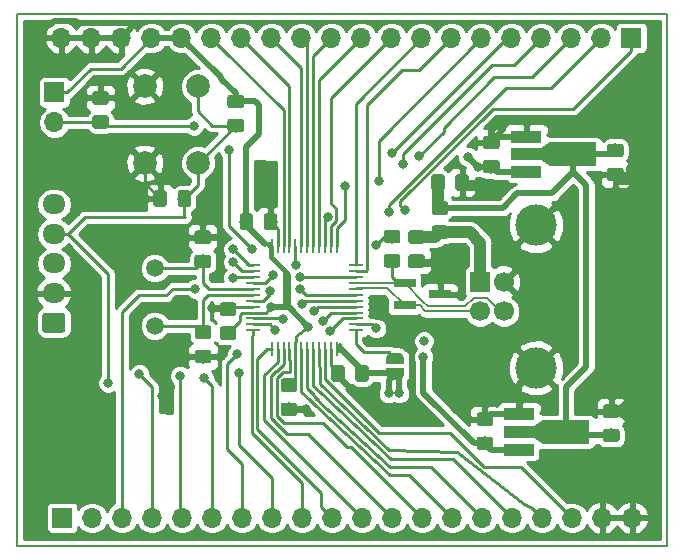
<source format=gtl>
G04 #@! TF.GenerationSoftware,KiCad,Pcbnew,5.0.2-bee76a0~70~ubuntu18.04.1*
G04 #@! TF.CreationDate,2019-10-04T10:46:57+02:00*
G04 #@! TF.ProjectId,STM32F373_Dev_Board,53544d33-3246-4333-9733-5f4465765f42,rev?*
G04 #@! TF.SameCoordinates,PX9104060PY5859300*
G04 #@! TF.FileFunction,Copper,L1,Top*
G04 #@! TF.FilePolarity,Positive*
%FSLAX46Y46*%
G04 Gerber Fmt 4.6, Leading zero omitted, Abs format (unit mm)*
G04 Created by KiCad (PCBNEW 5.0.2-bee76a0~70~ubuntu18.04.1) date Fr 04 Okt 2019 10:46:57 CEST*
%MOMM*%
%LPD*%
G01*
G04 APERTURE LIST*
G04 #@! TA.AperFunction,NonConductor*
%ADD10C,0.150000*%
G04 #@! TD*
G04 #@! TA.AperFunction,Conductor*
%ADD11C,0.150000*%
G04 #@! TD*
G04 #@! TA.AperFunction,SMDPad,CuDef*
%ADD12C,1.150000*%
G04 #@! TD*
G04 #@! TA.AperFunction,ComponentPad*
%ADD13R,1.700000X1.700000*%
G04 #@! TD*
G04 #@! TA.AperFunction,ComponentPad*
%ADD14C,1.700000*%
G04 #@! TD*
G04 #@! TA.AperFunction,ComponentPad*
%ADD15C,3.500000*%
G04 #@! TD*
G04 #@! TA.AperFunction,ComponentPad*
%ADD16O,1.700000X1.700000*%
G04 #@! TD*
G04 #@! TA.AperFunction,SMDPad,CuDef*
%ADD17C,0.500000*%
G04 #@! TD*
G04 #@! TA.AperFunction,ComponentPad*
%ADD18C,2.000000*%
G04 #@! TD*
G04 #@! TA.AperFunction,SMDPad,CuDef*
%ADD19R,1.900000X0.800000*%
G04 #@! TD*
G04 #@! TA.AperFunction,SMDPad,CuDef*
%ADD20R,1.300000X0.250000*%
G04 #@! TD*
G04 #@! TA.AperFunction,SMDPad,CuDef*
%ADD21R,0.250000X1.300000*%
G04 #@! TD*
G04 #@! TA.AperFunction,SMDPad,CuDef*
%ADD22C,0.750000*%
G04 #@! TD*
G04 #@! TA.AperFunction,SMDPad,CuDef*
%ADD23R,4.000000X2.000000*%
G04 #@! TD*
G04 #@! TA.AperFunction,SMDPad,CuDef*
%ADD24R,2.500000X1.000000*%
G04 #@! TD*
G04 #@! TA.AperFunction,ComponentPad*
%ADD25C,1.500000*%
G04 #@! TD*
G04 #@! TA.AperFunction,ComponentPad*
%ADD26O,1.950000X1.700000*%
G04 #@! TD*
G04 #@! TA.AperFunction,ViaPad*
%ADD27C,0.800000*%
G04 #@! TD*
G04 #@! TA.AperFunction,Conductor*
%ADD28C,0.250000*%
G04 #@! TD*
G04 #@! TA.AperFunction,Conductor*
%ADD29C,0.500000*%
G04 #@! TD*
G04 #@! TA.AperFunction,Conductor*
%ADD30C,1.000000*%
G04 #@! TD*
G04 #@! TA.AperFunction,Conductor*
%ADD31C,0.200000*%
G04 #@! TD*
G04 #@! TA.AperFunction,Conductor*
%ADD32C,0.254000*%
G04 #@! TD*
G04 APERTURE END LIST*
D10*
X-52060000Y42640000D02*
X2940000Y42640000D01*
X-52060000Y-2360000D02*
X-52060000Y42640000D01*
X2940000Y-2360000D02*
X-52060000Y-2360000D01*
X2940000Y42640000D02*
X2940000Y-2360000D01*
D11*
G04 #@! TO.N,GND*
G04 #@! TO.C,C1*
G36*
X-39610495Y27738796D02*
X-39586227Y27735196D01*
X-39562428Y27729235D01*
X-39539329Y27720970D01*
X-39517150Y27710480D01*
X-39496107Y27697868D01*
X-39476401Y27683253D01*
X-39458223Y27666777D01*
X-39441747Y27648599D01*
X-39427132Y27628893D01*
X-39414520Y27607850D01*
X-39404030Y27585671D01*
X-39395765Y27562572D01*
X-39389804Y27538773D01*
X-39386204Y27514505D01*
X-39385000Y27490001D01*
X-39385000Y26589999D01*
X-39386204Y26565495D01*
X-39389804Y26541227D01*
X-39395765Y26517428D01*
X-39404030Y26494329D01*
X-39414520Y26472150D01*
X-39427132Y26451107D01*
X-39441747Y26431401D01*
X-39458223Y26413223D01*
X-39476401Y26396747D01*
X-39496107Y26382132D01*
X-39517150Y26369520D01*
X-39539329Y26359030D01*
X-39562428Y26350765D01*
X-39586227Y26344804D01*
X-39610495Y26341204D01*
X-39634999Y26340000D01*
X-40285001Y26340000D01*
X-40309505Y26341204D01*
X-40333773Y26344804D01*
X-40357572Y26350765D01*
X-40380671Y26359030D01*
X-40402850Y26369520D01*
X-40423893Y26382132D01*
X-40443599Y26396747D01*
X-40461777Y26413223D01*
X-40478253Y26431401D01*
X-40492868Y26451107D01*
X-40505480Y26472150D01*
X-40515970Y26494329D01*
X-40524235Y26517428D01*
X-40530196Y26541227D01*
X-40533796Y26565495D01*
X-40535000Y26589999D01*
X-40535000Y27490001D01*
X-40533796Y27514505D01*
X-40530196Y27538773D01*
X-40524235Y27562572D01*
X-40515970Y27585671D01*
X-40505480Y27607850D01*
X-40492868Y27628893D01*
X-40478253Y27648599D01*
X-40461777Y27666777D01*
X-40443599Y27683253D01*
X-40423893Y27697868D01*
X-40402850Y27710480D01*
X-40380671Y27720970D01*
X-40357572Y27729235D01*
X-40333773Y27735196D01*
X-40309505Y27738796D01*
X-40285001Y27740000D01*
X-39634999Y27740000D01*
X-39610495Y27738796D01*
X-39610495Y27738796D01*
G37*
D12*
G04 #@! TD*
G04 #@! TO.P,C1,1*
G04 #@! TO.N,GND*
X-39960000Y27040000D03*
D11*
G04 #@! TO.N,RESET*
G04 #@! TO.C,C1*
G36*
X-37560495Y27738796D02*
X-37536227Y27735196D01*
X-37512428Y27729235D01*
X-37489329Y27720970D01*
X-37467150Y27710480D01*
X-37446107Y27697868D01*
X-37426401Y27683253D01*
X-37408223Y27666777D01*
X-37391747Y27648599D01*
X-37377132Y27628893D01*
X-37364520Y27607850D01*
X-37354030Y27585671D01*
X-37345765Y27562572D01*
X-37339804Y27538773D01*
X-37336204Y27514505D01*
X-37335000Y27490001D01*
X-37335000Y26589999D01*
X-37336204Y26565495D01*
X-37339804Y26541227D01*
X-37345765Y26517428D01*
X-37354030Y26494329D01*
X-37364520Y26472150D01*
X-37377132Y26451107D01*
X-37391747Y26431401D01*
X-37408223Y26413223D01*
X-37426401Y26396747D01*
X-37446107Y26382132D01*
X-37467150Y26369520D01*
X-37489329Y26359030D01*
X-37512428Y26350765D01*
X-37536227Y26344804D01*
X-37560495Y26341204D01*
X-37584999Y26340000D01*
X-38235001Y26340000D01*
X-38259505Y26341204D01*
X-38283773Y26344804D01*
X-38307572Y26350765D01*
X-38330671Y26359030D01*
X-38352850Y26369520D01*
X-38373893Y26382132D01*
X-38393599Y26396747D01*
X-38411777Y26413223D01*
X-38428253Y26431401D01*
X-38442868Y26451107D01*
X-38455480Y26472150D01*
X-38465970Y26494329D01*
X-38474235Y26517428D01*
X-38480196Y26541227D01*
X-38483796Y26565495D01*
X-38485000Y26589999D01*
X-38485000Y27490001D01*
X-38483796Y27514505D01*
X-38480196Y27538773D01*
X-38474235Y27562572D01*
X-38465970Y27585671D01*
X-38455480Y27607850D01*
X-38442868Y27628893D01*
X-38428253Y27648599D01*
X-38411777Y27666777D01*
X-38393599Y27683253D01*
X-38373893Y27697868D01*
X-38352850Y27710480D01*
X-38330671Y27720970D01*
X-38307572Y27729235D01*
X-38283773Y27735196D01*
X-38259505Y27738796D01*
X-38235001Y27740000D01*
X-37584999Y27740000D01*
X-37560495Y27738796D01*
X-37560495Y27738796D01*
G37*
D12*
G04 #@! TD*
G04 #@! TO.P,C1,2*
G04 #@! TO.N,RESET*
X-37910000Y27040000D03*
D11*
G04 #@! TO.N,Net-(C2-Pad1)*
G04 #@! TO.C,C2*
G36*
X-35885495Y22288796D02*
X-35861227Y22285196D01*
X-35837428Y22279235D01*
X-35814329Y22270970D01*
X-35792150Y22260480D01*
X-35771107Y22247868D01*
X-35751401Y22233253D01*
X-35733223Y22216777D01*
X-35716747Y22198599D01*
X-35702132Y22178893D01*
X-35689520Y22157850D01*
X-35679030Y22135671D01*
X-35670765Y22112572D01*
X-35664804Y22088773D01*
X-35661204Y22064505D01*
X-35660000Y22040001D01*
X-35660000Y21389999D01*
X-35661204Y21365495D01*
X-35664804Y21341227D01*
X-35670765Y21317428D01*
X-35679030Y21294329D01*
X-35689520Y21272150D01*
X-35702132Y21251107D01*
X-35716747Y21231401D01*
X-35733223Y21213223D01*
X-35751401Y21196747D01*
X-35771107Y21182132D01*
X-35792150Y21169520D01*
X-35814329Y21159030D01*
X-35837428Y21150765D01*
X-35861227Y21144804D01*
X-35885495Y21141204D01*
X-35909999Y21140000D01*
X-36810001Y21140000D01*
X-36834505Y21141204D01*
X-36858773Y21144804D01*
X-36882572Y21150765D01*
X-36905671Y21159030D01*
X-36927850Y21169520D01*
X-36948893Y21182132D01*
X-36968599Y21196747D01*
X-36986777Y21213223D01*
X-37003253Y21231401D01*
X-37017868Y21251107D01*
X-37030480Y21272150D01*
X-37040970Y21294329D01*
X-37049235Y21317428D01*
X-37055196Y21341227D01*
X-37058796Y21365495D01*
X-37060000Y21389999D01*
X-37060000Y22040001D01*
X-37058796Y22064505D01*
X-37055196Y22088773D01*
X-37049235Y22112572D01*
X-37040970Y22135671D01*
X-37030480Y22157850D01*
X-37017868Y22178893D01*
X-37003253Y22198599D01*
X-36986777Y22216777D01*
X-36968599Y22233253D01*
X-36948893Y22247868D01*
X-36927850Y22260480D01*
X-36905671Y22270970D01*
X-36882572Y22279235D01*
X-36858773Y22285196D01*
X-36834505Y22288796D01*
X-36810001Y22290000D01*
X-35909999Y22290000D01*
X-35885495Y22288796D01*
X-35885495Y22288796D01*
G37*
D12*
G04 #@! TD*
G04 #@! TO.P,C2,1*
G04 #@! TO.N,Net-(C2-Pad1)*
X-36360000Y21715000D03*
D11*
G04 #@! TO.N,GND*
G04 #@! TO.C,C2*
G36*
X-35885495Y24338796D02*
X-35861227Y24335196D01*
X-35837428Y24329235D01*
X-35814329Y24320970D01*
X-35792150Y24310480D01*
X-35771107Y24297868D01*
X-35751401Y24283253D01*
X-35733223Y24266777D01*
X-35716747Y24248599D01*
X-35702132Y24228893D01*
X-35689520Y24207850D01*
X-35679030Y24185671D01*
X-35670765Y24162572D01*
X-35664804Y24138773D01*
X-35661204Y24114505D01*
X-35660000Y24090001D01*
X-35660000Y23439999D01*
X-35661204Y23415495D01*
X-35664804Y23391227D01*
X-35670765Y23367428D01*
X-35679030Y23344329D01*
X-35689520Y23322150D01*
X-35702132Y23301107D01*
X-35716747Y23281401D01*
X-35733223Y23263223D01*
X-35751401Y23246747D01*
X-35771107Y23232132D01*
X-35792150Y23219520D01*
X-35814329Y23209030D01*
X-35837428Y23200765D01*
X-35861227Y23194804D01*
X-35885495Y23191204D01*
X-35909999Y23190000D01*
X-36810001Y23190000D01*
X-36834505Y23191204D01*
X-36858773Y23194804D01*
X-36882572Y23200765D01*
X-36905671Y23209030D01*
X-36927850Y23219520D01*
X-36948893Y23232132D01*
X-36968599Y23246747D01*
X-36986777Y23263223D01*
X-37003253Y23281401D01*
X-37017868Y23301107D01*
X-37030480Y23322150D01*
X-37040970Y23344329D01*
X-37049235Y23367428D01*
X-37055196Y23391227D01*
X-37058796Y23415495D01*
X-37060000Y23439999D01*
X-37060000Y24090001D01*
X-37058796Y24114505D01*
X-37055196Y24138773D01*
X-37049235Y24162572D01*
X-37040970Y24185671D01*
X-37030480Y24207850D01*
X-37017868Y24228893D01*
X-37003253Y24248599D01*
X-36986777Y24266777D01*
X-36968599Y24283253D01*
X-36948893Y24297868D01*
X-36927850Y24310480D01*
X-36905671Y24320970D01*
X-36882572Y24329235D01*
X-36858773Y24335196D01*
X-36834505Y24338796D01*
X-36810001Y24340000D01*
X-35909999Y24340000D01*
X-35885495Y24338796D01*
X-35885495Y24338796D01*
G37*
D12*
G04 #@! TD*
G04 #@! TO.P,C2,2*
G04 #@! TO.N,GND*
X-36360000Y23765000D03*
D11*
G04 #@! TO.N,GND*
G04 #@! TO.C,C3*
G36*
X-35835495Y14238796D02*
X-35811227Y14235196D01*
X-35787428Y14229235D01*
X-35764329Y14220970D01*
X-35742150Y14210480D01*
X-35721107Y14197868D01*
X-35701401Y14183253D01*
X-35683223Y14166777D01*
X-35666747Y14148599D01*
X-35652132Y14128893D01*
X-35639520Y14107850D01*
X-35629030Y14085671D01*
X-35620765Y14062572D01*
X-35614804Y14038773D01*
X-35611204Y14014505D01*
X-35610000Y13990001D01*
X-35610000Y13339999D01*
X-35611204Y13315495D01*
X-35614804Y13291227D01*
X-35620765Y13267428D01*
X-35629030Y13244329D01*
X-35639520Y13222150D01*
X-35652132Y13201107D01*
X-35666747Y13181401D01*
X-35683223Y13163223D01*
X-35701401Y13146747D01*
X-35721107Y13132132D01*
X-35742150Y13119520D01*
X-35764329Y13109030D01*
X-35787428Y13100765D01*
X-35811227Y13094804D01*
X-35835495Y13091204D01*
X-35859999Y13090000D01*
X-36760001Y13090000D01*
X-36784505Y13091204D01*
X-36808773Y13094804D01*
X-36832572Y13100765D01*
X-36855671Y13109030D01*
X-36877850Y13119520D01*
X-36898893Y13132132D01*
X-36918599Y13146747D01*
X-36936777Y13163223D01*
X-36953253Y13181401D01*
X-36967868Y13201107D01*
X-36980480Y13222150D01*
X-36990970Y13244329D01*
X-36999235Y13267428D01*
X-37005196Y13291227D01*
X-37008796Y13315495D01*
X-37010000Y13339999D01*
X-37010000Y13990001D01*
X-37008796Y14014505D01*
X-37005196Y14038773D01*
X-36999235Y14062572D01*
X-36990970Y14085671D01*
X-36980480Y14107850D01*
X-36967868Y14128893D01*
X-36953253Y14148599D01*
X-36936777Y14166777D01*
X-36918599Y14183253D01*
X-36898893Y14197868D01*
X-36877850Y14210480D01*
X-36855671Y14220970D01*
X-36832572Y14229235D01*
X-36808773Y14235196D01*
X-36784505Y14238796D01*
X-36760001Y14240000D01*
X-35859999Y14240000D01*
X-35835495Y14238796D01*
X-35835495Y14238796D01*
G37*
D12*
G04 #@! TD*
G04 #@! TO.P,C3,2*
G04 #@! TO.N,GND*
X-36310000Y13665000D03*
D11*
G04 #@! TO.N,Net-(C3-Pad1)*
G04 #@! TO.C,C3*
G36*
X-35835495Y16288796D02*
X-35811227Y16285196D01*
X-35787428Y16279235D01*
X-35764329Y16270970D01*
X-35742150Y16260480D01*
X-35721107Y16247868D01*
X-35701401Y16233253D01*
X-35683223Y16216777D01*
X-35666747Y16198599D01*
X-35652132Y16178893D01*
X-35639520Y16157850D01*
X-35629030Y16135671D01*
X-35620765Y16112572D01*
X-35614804Y16088773D01*
X-35611204Y16064505D01*
X-35610000Y16040001D01*
X-35610000Y15389999D01*
X-35611204Y15365495D01*
X-35614804Y15341227D01*
X-35620765Y15317428D01*
X-35629030Y15294329D01*
X-35639520Y15272150D01*
X-35652132Y15251107D01*
X-35666747Y15231401D01*
X-35683223Y15213223D01*
X-35701401Y15196747D01*
X-35721107Y15182132D01*
X-35742150Y15169520D01*
X-35764329Y15159030D01*
X-35787428Y15150765D01*
X-35811227Y15144804D01*
X-35835495Y15141204D01*
X-35859999Y15140000D01*
X-36760001Y15140000D01*
X-36784505Y15141204D01*
X-36808773Y15144804D01*
X-36832572Y15150765D01*
X-36855671Y15159030D01*
X-36877850Y15169520D01*
X-36898893Y15182132D01*
X-36918599Y15196747D01*
X-36936777Y15213223D01*
X-36953253Y15231401D01*
X-36967868Y15251107D01*
X-36980480Y15272150D01*
X-36990970Y15294329D01*
X-36999235Y15317428D01*
X-37005196Y15341227D01*
X-37008796Y15365495D01*
X-37010000Y15389999D01*
X-37010000Y16040001D01*
X-37008796Y16064505D01*
X-37005196Y16088773D01*
X-36999235Y16112572D01*
X-36990970Y16135671D01*
X-36980480Y16157850D01*
X-36967868Y16178893D01*
X-36953253Y16198599D01*
X-36936777Y16216777D01*
X-36918599Y16233253D01*
X-36898893Y16247868D01*
X-36877850Y16260480D01*
X-36855671Y16270970D01*
X-36832572Y16279235D01*
X-36808773Y16285196D01*
X-36784505Y16288796D01*
X-36760001Y16290000D01*
X-35859999Y16290000D01*
X-35835495Y16288796D01*
X-35835495Y16288796D01*
G37*
D12*
G04 #@! TD*
G04 #@! TO.P,C3,1*
G04 #@! TO.N,Net-(C3-Pad1)*
X-36310000Y15715000D03*
D11*
G04 #@! TO.N,GND*
G04 #@! TO.C,C4*
G36*
X-1285495Y9613796D02*
X-1261227Y9610196D01*
X-1237428Y9604235D01*
X-1214329Y9595970D01*
X-1192150Y9585480D01*
X-1171107Y9572868D01*
X-1151401Y9558253D01*
X-1133223Y9541777D01*
X-1116747Y9523599D01*
X-1102132Y9503893D01*
X-1089520Y9482850D01*
X-1079030Y9460671D01*
X-1070765Y9437572D01*
X-1064804Y9413773D01*
X-1061204Y9389505D01*
X-1060000Y9365001D01*
X-1060000Y8714999D01*
X-1061204Y8690495D01*
X-1064804Y8666227D01*
X-1070765Y8642428D01*
X-1079030Y8619329D01*
X-1089520Y8597150D01*
X-1102132Y8576107D01*
X-1116747Y8556401D01*
X-1133223Y8538223D01*
X-1151401Y8521747D01*
X-1171107Y8507132D01*
X-1192150Y8494520D01*
X-1214329Y8484030D01*
X-1237428Y8475765D01*
X-1261227Y8469804D01*
X-1285495Y8466204D01*
X-1309999Y8465000D01*
X-2210001Y8465000D01*
X-2234505Y8466204D01*
X-2258773Y8469804D01*
X-2282572Y8475765D01*
X-2305671Y8484030D01*
X-2327850Y8494520D01*
X-2348893Y8507132D01*
X-2368599Y8521747D01*
X-2386777Y8538223D01*
X-2403253Y8556401D01*
X-2417868Y8576107D01*
X-2430480Y8597150D01*
X-2440970Y8619329D01*
X-2449235Y8642428D01*
X-2455196Y8666227D01*
X-2458796Y8690495D01*
X-2460000Y8714999D01*
X-2460000Y9365001D01*
X-2458796Y9389505D01*
X-2455196Y9413773D01*
X-2449235Y9437572D01*
X-2440970Y9460671D01*
X-2430480Y9482850D01*
X-2417868Y9503893D01*
X-2403253Y9523599D01*
X-2386777Y9541777D01*
X-2368599Y9558253D01*
X-2348893Y9572868D01*
X-2327850Y9585480D01*
X-2305671Y9595970D01*
X-2282572Y9604235D01*
X-2258773Y9610196D01*
X-2234505Y9613796D01*
X-2210001Y9615000D01*
X-1309999Y9615000D01*
X-1285495Y9613796D01*
X-1285495Y9613796D01*
G37*
D12*
G04 #@! TD*
G04 #@! TO.P,C4,2*
G04 #@! TO.N,GND*
X-1760000Y9040000D03*
D11*
G04 #@! TO.N,+5V*
G04 #@! TO.C,C4*
G36*
X-1285495Y7563796D02*
X-1261227Y7560196D01*
X-1237428Y7554235D01*
X-1214329Y7545970D01*
X-1192150Y7535480D01*
X-1171107Y7522868D01*
X-1151401Y7508253D01*
X-1133223Y7491777D01*
X-1116747Y7473599D01*
X-1102132Y7453893D01*
X-1089520Y7432850D01*
X-1079030Y7410671D01*
X-1070765Y7387572D01*
X-1064804Y7363773D01*
X-1061204Y7339505D01*
X-1060000Y7315001D01*
X-1060000Y6664999D01*
X-1061204Y6640495D01*
X-1064804Y6616227D01*
X-1070765Y6592428D01*
X-1079030Y6569329D01*
X-1089520Y6547150D01*
X-1102132Y6526107D01*
X-1116747Y6506401D01*
X-1133223Y6488223D01*
X-1151401Y6471747D01*
X-1171107Y6457132D01*
X-1192150Y6444520D01*
X-1214329Y6434030D01*
X-1237428Y6425765D01*
X-1261227Y6419804D01*
X-1285495Y6416204D01*
X-1309999Y6415000D01*
X-2210001Y6415000D01*
X-2234505Y6416204D01*
X-2258773Y6419804D01*
X-2282572Y6425765D01*
X-2305671Y6434030D01*
X-2327850Y6444520D01*
X-2348893Y6457132D01*
X-2368599Y6471747D01*
X-2386777Y6488223D01*
X-2403253Y6506401D01*
X-2417868Y6526107D01*
X-2430480Y6547150D01*
X-2440970Y6569329D01*
X-2449235Y6592428D01*
X-2455196Y6616227D01*
X-2458796Y6640495D01*
X-2460000Y6664999D01*
X-2460000Y7315001D01*
X-2458796Y7339505D01*
X-2455196Y7363773D01*
X-2449235Y7387572D01*
X-2440970Y7410671D01*
X-2430480Y7432850D01*
X-2417868Y7453893D01*
X-2403253Y7473599D01*
X-2386777Y7491777D01*
X-2368599Y7508253D01*
X-2348893Y7522868D01*
X-2327850Y7535480D01*
X-2305671Y7545970D01*
X-2282572Y7554235D01*
X-2258773Y7560196D01*
X-2234505Y7563796D01*
X-2210001Y7565000D01*
X-1309999Y7565000D01*
X-1285495Y7563796D01*
X-1285495Y7563796D01*
G37*
D12*
G04 #@! TD*
G04 #@! TO.P,C4,1*
G04 #@! TO.N,+5V*
X-1760000Y6990000D03*
D11*
G04 #@! TO.N,+5V*
G04 #@! TO.C,C5*
G36*
X-935495Y31688796D02*
X-911227Y31685196D01*
X-887428Y31679235D01*
X-864329Y31670970D01*
X-842150Y31660480D01*
X-821107Y31647868D01*
X-801401Y31633253D01*
X-783223Y31616777D01*
X-766747Y31598599D01*
X-752132Y31578893D01*
X-739520Y31557850D01*
X-729030Y31535671D01*
X-720765Y31512572D01*
X-714804Y31488773D01*
X-711204Y31464505D01*
X-710000Y31440001D01*
X-710000Y30789999D01*
X-711204Y30765495D01*
X-714804Y30741227D01*
X-720765Y30717428D01*
X-729030Y30694329D01*
X-739520Y30672150D01*
X-752132Y30651107D01*
X-766747Y30631401D01*
X-783223Y30613223D01*
X-801401Y30596747D01*
X-821107Y30582132D01*
X-842150Y30569520D01*
X-864329Y30559030D01*
X-887428Y30550765D01*
X-911227Y30544804D01*
X-935495Y30541204D01*
X-959999Y30540000D01*
X-1860001Y30540000D01*
X-1884505Y30541204D01*
X-1908773Y30544804D01*
X-1932572Y30550765D01*
X-1955671Y30559030D01*
X-1977850Y30569520D01*
X-1998893Y30582132D01*
X-2018599Y30596747D01*
X-2036777Y30613223D01*
X-2053253Y30631401D01*
X-2067868Y30651107D01*
X-2080480Y30672150D01*
X-2090970Y30694329D01*
X-2099235Y30717428D01*
X-2105196Y30741227D01*
X-2108796Y30765495D01*
X-2110000Y30789999D01*
X-2110000Y31440001D01*
X-2108796Y31464505D01*
X-2105196Y31488773D01*
X-2099235Y31512572D01*
X-2090970Y31535671D01*
X-2080480Y31557850D01*
X-2067868Y31578893D01*
X-2053253Y31598599D01*
X-2036777Y31616777D01*
X-2018599Y31633253D01*
X-1998893Y31647868D01*
X-1977850Y31660480D01*
X-1955671Y31670970D01*
X-1932572Y31679235D01*
X-1908773Y31685196D01*
X-1884505Y31688796D01*
X-1860001Y31690000D01*
X-959999Y31690000D01*
X-935495Y31688796D01*
X-935495Y31688796D01*
G37*
D12*
G04 #@! TD*
G04 #@! TO.P,C5,1*
G04 #@! TO.N,+5V*
X-1410000Y31115000D03*
D11*
G04 #@! TO.N,GND*
G04 #@! TO.C,C5*
G36*
X-935495Y29638796D02*
X-911227Y29635196D01*
X-887428Y29629235D01*
X-864329Y29620970D01*
X-842150Y29610480D01*
X-821107Y29597868D01*
X-801401Y29583253D01*
X-783223Y29566777D01*
X-766747Y29548599D01*
X-752132Y29528893D01*
X-739520Y29507850D01*
X-729030Y29485671D01*
X-720765Y29462572D01*
X-714804Y29438773D01*
X-711204Y29414505D01*
X-710000Y29390001D01*
X-710000Y28739999D01*
X-711204Y28715495D01*
X-714804Y28691227D01*
X-720765Y28667428D01*
X-729030Y28644329D01*
X-739520Y28622150D01*
X-752132Y28601107D01*
X-766747Y28581401D01*
X-783223Y28563223D01*
X-801401Y28546747D01*
X-821107Y28532132D01*
X-842150Y28519520D01*
X-864329Y28509030D01*
X-887428Y28500765D01*
X-911227Y28494804D01*
X-935495Y28491204D01*
X-959999Y28490000D01*
X-1860001Y28490000D01*
X-1884505Y28491204D01*
X-1908773Y28494804D01*
X-1932572Y28500765D01*
X-1955671Y28509030D01*
X-1977850Y28519520D01*
X-1998893Y28532132D01*
X-2018599Y28546747D01*
X-2036777Y28563223D01*
X-2053253Y28581401D01*
X-2067868Y28601107D01*
X-2080480Y28622150D01*
X-2090970Y28644329D01*
X-2099235Y28667428D01*
X-2105196Y28691227D01*
X-2108796Y28715495D01*
X-2110000Y28739999D01*
X-2110000Y29390001D01*
X-2108796Y29414505D01*
X-2105196Y29438773D01*
X-2099235Y29462572D01*
X-2090970Y29485671D01*
X-2080480Y29507850D01*
X-2067868Y29528893D01*
X-2053253Y29548599D01*
X-2036777Y29566777D01*
X-2018599Y29583253D01*
X-1998893Y29597868D01*
X-1977850Y29610480D01*
X-1955671Y29620970D01*
X-1932572Y29629235D01*
X-1908773Y29635196D01*
X-1884505Y29638796D01*
X-1860001Y29640000D01*
X-959999Y29640000D01*
X-935495Y29638796D01*
X-935495Y29638796D01*
G37*
D12*
G04 #@! TD*
G04 #@! TO.P,C5,2*
G04 #@! TO.N,GND*
X-1410000Y29065000D03*
D11*
G04 #@! TO.N,+3.3VA*
G04 #@! TO.C,C6*
G36*
X-22510495Y12938796D02*
X-22486227Y12935196D01*
X-22462428Y12929235D01*
X-22439329Y12920970D01*
X-22417150Y12910480D01*
X-22396107Y12897868D01*
X-22376401Y12883253D01*
X-22358223Y12866777D01*
X-22341747Y12848599D01*
X-22327132Y12828893D01*
X-22314520Y12807850D01*
X-22304030Y12785671D01*
X-22295765Y12762572D01*
X-22289804Y12738773D01*
X-22286204Y12714505D01*
X-22285000Y12690001D01*
X-22285000Y11789999D01*
X-22286204Y11765495D01*
X-22289804Y11741227D01*
X-22295765Y11717428D01*
X-22304030Y11694329D01*
X-22314520Y11672150D01*
X-22327132Y11651107D01*
X-22341747Y11631401D01*
X-22358223Y11613223D01*
X-22376401Y11596747D01*
X-22396107Y11582132D01*
X-22417150Y11569520D01*
X-22439329Y11559030D01*
X-22462428Y11550765D01*
X-22486227Y11544804D01*
X-22510495Y11541204D01*
X-22534999Y11540000D01*
X-23185001Y11540000D01*
X-23209505Y11541204D01*
X-23233773Y11544804D01*
X-23257572Y11550765D01*
X-23280671Y11559030D01*
X-23302850Y11569520D01*
X-23323893Y11582132D01*
X-23343599Y11596747D01*
X-23361777Y11613223D01*
X-23378253Y11631401D01*
X-23392868Y11651107D01*
X-23405480Y11672150D01*
X-23415970Y11694329D01*
X-23424235Y11717428D01*
X-23430196Y11741227D01*
X-23433796Y11765495D01*
X-23435000Y11789999D01*
X-23435000Y12690001D01*
X-23433796Y12714505D01*
X-23430196Y12738773D01*
X-23424235Y12762572D01*
X-23415970Y12785671D01*
X-23405480Y12807850D01*
X-23392868Y12828893D01*
X-23378253Y12848599D01*
X-23361777Y12866777D01*
X-23343599Y12883253D01*
X-23323893Y12897868D01*
X-23302850Y12910480D01*
X-23280671Y12920970D01*
X-23257572Y12929235D01*
X-23233773Y12935196D01*
X-23209505Y12938796D01*
X-23185001Y12940000D01*
X-22534999Y12940000D01*
X-22510495Y12938796D01*
X-22510495Y12938796D01*
G37*
D12*
G04 #@! TD*
G04 #@! TO.P,C6,1*
G04 #@! TO.N,+3.3VA*
X-22860000Y12240000D03*
D11*
G04 #@! TO.N,GND*
G04 #@! TO.C,C6*
G36*
X-24560495Y12938796D02*
X-24536227Y12935196D01*
X-24512428Y12929235D01*
X-24489329Y12920970D01*
X-24467150Y12910480D01*
X-24446107Y12897868D01*
X-24426401Y12883253D01*
X-24408223Y12866777D01*
X-24391747Y12848599D01*
X-24377132Y12828893D01*
X-24364520Y12807850D01*
X-24354030Y12785671D01*
X-24345765Y12762572D01*
X-24339804Y12738773D01*
X-24336204Y12714505D01*
X-24335000Y12690001D01*
X-24335000Y11789999D01*
X-24336204Y11765495D01*
X-24339804Y11741227D01*
X-24345765Y11717428D01*
X-24354030Y11694329D01*
X-24364520Y11672150D01*
X-24377132Y11651107D01*
X-24391747Y11631401D01*
X-24408223Y11613223D01*
X-24426401Y11596747D01*
X-24446107Y11582132D01*
X-24467150Y11569520D01*
X-24489329Y11559030D01*
X-24512428Y11550765D01*
X-24536227Y11544804D01*
X-24560495Y11541204D01*
X-24584999Y11540000D01*
X-25235001Y11540000D01*
X-25259505Y11541204D01*
X-25283773Y11544804D01*
X-25307572Y11550765D01*
X-25330671Y11559030D01*
X-25352850Y11569520D01*
X-25373893Y11582132D01*
X-25393599Y11596747D01*
X-25411777Y11613223D01*
X-25428253Y11631401D01*
X-25442868Y11651107D01*
X-25455480Y11672150D01*
X-25465970Y11694329D01*
X-25474235Y11717428D01*
X-25480196Y11741227D01*
X-25483796Y11765495D01*
X-25485000Y11789999D01*
X-25485000Y12690001D01*
X-25483796Y12714505D01*
X-25480196Y12738773D01*
X-25474235Y12762572D01*
X-25465970Y12785671D01*
X-25455480Y12807850D01*
X-25442868Y12828893D01*
X-25428253Y12848599D01*
X-25411777Y12866777D01*
X-25393599Y12883253D01*
X-25373893Y12897868D01*
X-25352850Y12910480D01*
X-25330671Y12920970D01*
X-25307572Y12929235D01*
X-25283773Y12935196D01*
X-25259505Y12938796D01*
X-25235001Y12940000D01*
X-24584999Y12940000D01*
X-24560495Y12938796D01*
X-24560495Y12938796D01*
G37*
D12*
G04 #@! TD*
G04 #@! TO.P,C6,2*
G04 #@! TO.N,GND*
X-24910000Y12240000D03*
D11*
G04 #@! TO.N,GND*
G04 #@! TO.C,C7*
G36*
X-17785495Y22313796D02*
X-17761227Y22310196D01*
X-17737428Y22304235D01*
X-17714329Y22295970D01*
X-17692150Y22285480D01*
X-17671107Y22272868D01*
X-17651401Y22258253D01*
X-17633223Y22241777D01*
X-17616747Y22223599D01*
X-17602132Y22203893D01*
X-17589520Y22182850D01*
X-17579030Y22160671D01*
X-17570765Y22137572D01*
X-17564804Y22113773D01*
X-17561204Y22089505D01*
X-17560000Y22065001D01*
X-17560000Y21414999D01*
X-17561204Y21390495D01*
X-17564804Y21366227D01*
X-17570765Y21342428D01*
X-17579030Y21319329D01*
X-17589520Y21297150D01*
X-17602132Y21276107D01*
X-17616747Y21256401D01*
X-17633223Y21238223D01*
X-17651401Y21221747D01*
X-17671107Y21207132D01*
X-17692150Y21194520D01*
X-17714329Y21184030D01*
X-17737428Y21175765D01*
X-17761227Y21169804D01*
X-17785495Y21166204D01*
X-17809999Y21165000D01*
X-18710001Y21165000D01*
X-18734505Y21166204D01*
X-18758773Y21169804D01*
X-18782572Y21175765D01*
X-18805671Y21184030D01*
X-18827850Y21194520D01*
X-18848893Y21207132D01*
X-18868599Y21221747D01*
X-18886777Y21238223D01*
X-18903253Y21256401D01*
X-18917868Y21276107D01*
X-18930480Y21297150D01*
X-18940970Y21319329D01*
X-18949235Y21342428D01*
X-18955196Y21366227D01*
X-18958796Y21390495D01*
X-18960000Y21414999D01*
X-18960000Y22065001D01*
X-18958796Y22089505D01*
X-18955196Y22113773D01*
X-18949235Y22137572D01*
X-18940970Y22160671D01*
X-18930480Y22182850D01*
X-18917868Y22203893D01*
X-18903253Y22223599D01*
X-18886777Y22241777D01*
X-18868599Y22258253D01*
X-18848893Y22272868D01*
X-18827850Y22285480D01*
X-18805671Y22295970D01*
X-18782572Y22304235D01*
X-18758773Y22310196D01*
X-18734505Y22313796D01*
X-18710001Y22315000D01*
X-17809999Y22315000D01*
X-17785495Y22313796D01*
X-17785495Y22313796D01*
G37*
D12*
G04 #@! TD*
G04 #@! TO.P,C7,1*
G04 #@! TO.N,GND*
X-18260000Y21740000D03*
D11*
G04 #@! TO.N,USB_VBUS*
G04 #@! TO.C,C7*
G36*
X-17785495Y24363796D02*
X-17761227Y24360196D01*
X-17737428Y24354235D01*
X-17714329Y24345970D01*
X-17692150Y24335480D01*
X-17671107Y24322868D01*
X-17651401Y24308253D01*
X-17633223Y24291777D01*
X-17616747Y24273599D01*
X-17602132Y24253893D01*
X-17589520Y24232850D01*
X-17579030Y24210671D01*
X-17570765Y24187572D01*
X-17564804Y24163773D01*
X-17561204Y24139505D01*
X-17560000Y24115001D01*
X-17560000Y23464999D01*
X-17561204Y23440495D01*
X-17564804Y23416227D01*
X-17570765Y23392428D01*
X-17579030Y23369329D01*
X-17589520Y23347150D01*
X-17602132Y23326107D01*
X-17616747Y23306401D01*
X-17633223Y23288223D01*
X-17651401Y23271747D01*
X-17671107Y23257132D01*
X-17692150Y23244520D01*
X-17714329Y23234030D01*
X-17737428Y23225765D01*
X-17761227Y23219804D01*
X-17785495Y23216204D01*
X-17809999Y23215000D01*
X-18710001Y23215000D01*
X-18734505Y23216204D01*
X-18758773Y23219804D01*
X-18782572Y23225765D01*
X-18805671Y23234030D01*
X-18827850Y23244520D01*
X-18848893Y23257132D01*
X-18868599Y23271747D01*
X-18886777Y23288223D01*
X-18903253Y23306401D01*
X-18917868Y23326107D01*
X-18930480Y23347150D01*
X-18940970Y23369329D01*
X-18949235Y23392428D01*
X-18955196Y23416227D01*
X-18958796Y23440495D01*
X-18960000Y23464999D01*
X-18960000Y24115001D01*
X-18958796Y24139505D01*
X-18955196Y24163773D01*
X-18949235Y24187572D01*
X-18940970Y24210671D01*
X-18930480Y24232850D01*
X-18917868Y24253893D01*
X-18903253Y24273599D01*
X-18886777Y24291777D01*
X-18868599Y24308253D01*
X-18848893Y24322868D01*
X-18827850Y24335480D01*
X-18805671Y24345970D01*
X-18782572Y24354235D01*
X-18758773Y24360196D01*
X-18734505Y24363796D01*
X-18710001Y24365000D01*
X-17809999Y24365000D01*
X-17785495Y24363796D01*
X-17785495Y24363796D01*
G37*
D12*
G04 #@! TD*
G04 #@! TO.P,C7,2*
G04 #@! TO.N,USB_VBUS*
X-18260000Y23790000D03*
D11*
G04 #@! TO.N,GND*
G04 #@! TO.C,C8*
G36*
X-30260495Y25788796D02*
X-30236227Y25785196D01*
X-30212428Y25779235D01*
X-30189329Y25770970D01*
X-30167150Y25760480D01*
X-30146107Y25747868D01*
X-30126401Y25733253D01*
X-30108223Y25716777D01*
X-30091747Y25698599D01*
X-30077132Y25678893D01*
X-30064520Y25657850D01*
X-30054030Y25635671D01*
X-30045765Y25612572D01*
X-30039804Y25588773D01*
X-30036204Y25564505D01*
X-30035000Y25540001D01*
X-30035000Y24639999D01*
X-30036204Y24615495D01*
X-30039804Y24591227D01*
X-30045765Y24567428D01*
X-30054030Y24544329D01*
X-30064520Y24522150D01*
X-30077132Y24501107D01*
X-30091747Y24481401D01*
X-30108223Y24463223D01*
X-30126401Y24446747D01*
X-30146107Y24432132D01*
X-30167150Y24419520D01*
X-30189329Y24409030D01*
X-30212428Y24400765D01*
X-30236227Y24394804D01*
X-30260495Y24391204D01*
X-30284999Y24390000D01*
X-30935001Y24390000D01*
X-30959505Y24391204D01*
X-30983773Y24394804D01*
X-31007572Y24400765D01*
X-31030671Y24409030D01*
X-31052850Y24419520D01*
X-31073893Y24432132D01*
X-31093599Y24446747D01*
X-31111777Y24463223D01*
X-31128253Y24481401D01*
X-31142868Y24501107D01*
X-31155480Y24522150D01*
X-31165970Y24544329D01*
X-31174235Y24567428D01*
X-31180196Y24591227D01*
X-31183796Y24615495D01*
X-31185000Y24639999D01*
X-31185000Y25540001D01*
X-31183796Y25564505D01*
X-31180196Y25588773D01*
X-31174235Y25612572D01*
X-31165970Y25635671D01*
X-31155480Y25657850D01*
X-31142868Y25678893D01*
X-31128253Y25698599D01*
X-31111777Y25716777D01*
X-31093599Y25733253D01*
X-31073893Y25747868D01*
X-31052850Y25760480D01*
X-31030671Y25770970D01*
X-31007572Y25779235D01*
X-30983773Y25785196D01*
X-30959505Y25788796D01*
X-30935001Y25790000D01*
X-30284999Y25790000D01*
X-30260495Y25788796D01*
X-30260495Y25788796D01*
G37*
D12*
G04 #@! TD*
G04 #@! TO.P,C8,2*
G04 #@! TO.N,GND*
X-30610000Y25090000D03*
D11*
G04 #@! TO.N,+3V3*
G04 #@! TO.C,C8*
G36*
X-32310495Y25788796D02*
X-32286227Y25785196D01*
X-32262428Y25779235D01*
X-32239329Y25770970D01*
X-32217150Y25760480D01*
X-32196107Y25747868D01*
X-32176401Y25733253D01*
X-32158223Y25716777D01*
X-32141747Y25698599D01*
X-32127132Y25678893D01*
X-32114520Y25657850D01*
X-32104030Y25635671D01*
X-32095765Y25612572D01*
X-32089804Y25588773D01*
X-32086204Y25564505D01*
X-32085000Y25540001D01*
X-32085000Y24639999D01*
X-32086204Y24615495D01*
X-32089804Y24591227D01*
X-32095765Y24567428D01*
X-32104030Y24544329D01*
X-32114520Y24522150D01*
X-32127132Y24501107D01*
X-32141747Y24481401D01*
X-32158223Y24463223D01*
X-32176401Y24446747D01*
X-32196107Y24432132D01*
X-32217150Y24419520D01*
X-32239329Y24409030D01*
X-32262428Y24400765D01*
X-32286227Y24394804D01*
X-32310495Y24391204D01*
X-32334999Y24390000D01*
X-32985001Y24390000D01*
X-33009505Y24391204D01*
X-33033773Y24394804D01*
X-33057572Y24400765D01*
X-33080671Y24409030D01*
X-33102850Y24419520D01*
X-33123893Y24432132D01*
X-33143599Y24446747D01*
X-33161777Y24463223D01*
X-33178253Y24481401D01*
X-33192868Y24501107D01*
X-33205480Y24522150D01*
X-33215970Y24544329D01*
X-33224235Y24567428D01*
X-33230196Y24591227D01*
X-33233796Y24615495D01*
X-33235000Y24639999D01*
X-33235000Y25540001D01*
X-33233796Y25564505D01*
X-33230196Y25588773D01*
X-33224235Y25612572D01*
X-33215970Y25635671D01*
X-33205480Y25657850D01*
X-33192868Y25678893D01*
X-33178253Y25698599D01*
X-33161777Y25716777D01*
X-33143599Y25733253D01*
X-33123893Y25747868D01*
X-33102850Y25760480D01*
X-33080671Y25770970D01*
X-33057572Y25779235D01*
X-33033773Y25785196D01*
X-33009505Y25788796D01*
X-32985001Y25790000D01*
X-32334999Y25790000D01*
X-32310495Y25788796D01*
X-32310495Y25788796D01*
G37*
D12*
G04 #@! TD*
G04 #@! TO.P,C8,1*
G04 #@! TO.N,+3V3*
X-32660000Y25090000D03*
D11*
G04 #@! TO.N,GND*
G04 #@! TO.C,C9*
G36*
X-33735495Y18263796D02*
X-33711227Y18260196D01*
X-33687428Y18254235D01*
X-33664329Y18245970D01*
X-33642150Y18235480D01*
X-33621107Y18222868D01*
X-33601401Y18208253D01*
X-33583223Y18191777D01*
X-33566747Y18173599D01*
X-33552132Y18153893D01*
X-33539520Y18132850D01*
X-33529030Y18110671D01*
X-33520765Y18087572D01*
X-33514804Y18063773D01*
X-33511204Y18039505D01*
X-33510000Y18015001D01*
X-33510000Y17364999D01*
X-33511204Y17340495D01*
X-33514804Y17316227D01*
X-33520765Y17292428D01*
X-33529030Y17269329D01*
X-33539520Y17247150D01*
X-33552132Y17226107D01*
X-33566747Y17206401D01*
X-33583223Y17188223D01*
X-33601401Y17171747D01*
X-33621107Y17157132D01*
X-33642150Y17144520D01*
X-33664329Y17134030D01*
X-33687428Y17125765D01*
X-33711227Y17119804D01*
X-33735495Y17116204D01*
X-33759999Y17115000D01*
X-34660001Y17115000D01*
X-34684505Y17116204D01*
X-34708773Y17119804D01*
X-34732572Y17125765D01*
X-34755671Y17134030D01*
X-34777850Y17144520D01*
X-34798893Y17157132D01*
X-34818599Y17171747D01*
X-34836777Y17188223D01*
X-34853253Y17206401D01*
X-34867868Y17226107D01*
X-34880480Y17247150D01*
X-34890970Y17269329D01*
X-34899235Y17292428D01*
X-34905196Y17316227D01*
X-34908796Y17340495D01*
X-34910000Y17364999D01*
X-34910000Y18015001D01*
X-34908796Y18039505D01*
X-34905196Y18063773D01*
X-34899235Y18087572D01*
X-34890970Y18110671D01*
X-34880480Y18132850D01*
X-34867868Y18153893D01*
X-34853253Y18173599D01*
X-34836777Y18191777D01*
X-34818599Y18208253D01*
X-34798893Y18222868D01*
X-34777850Y18235480D01*
X-34755671Y18245970D01*
X-34732572Y18254235D01*
X-34708773Y18260196D01*
X-34684505Y18263796D01*
X-34660001Y18265000D01*
X-33759999Y18265000D01*
X-33735495Y18263796D01*
X-33735495Y18263796D01*
G37*
D12*
G04 #@! TD*
G04 #@! TO.P,C9,2*
G04 #@! TO.N,GND*
X-34210000Y17690000D03*
D11*
G04 #@! TO.N,+3V3*
G04 #@! TO.C,C9*
G36*
X-33735495Y16213796D02*
X-33711227Y16210196D01*
X-33687428Y16204235D01*
X-33664329Y16195970D01*
X-33642150Y16185480D01*
X-33621107Y16172868D01*
X-33601401Y16158253D01*
X-33583223Y16141777D01*
X-33566747Y16123599D01*
X-33552132Y16103893D01*
X-33539520Y16082850D01*
X-33529030Y16060671D01*
X-33520765Y16037572D01*
X-33514804Y16013773D01*
X-33511204Y15989505D01*
X-33510000Y15965001D01*
X-33510000Y15314999D01*
X-33511204Y15290495D01*
X-33514804Y15266227D01*
X-33520765Y15242428D01*
X-33529030Y15219329D01*
X-33539520Y15197150D01*
X-33552132Y15176107D01*
X-33566747Y15156401D01*
X-33583223Y15138223D01*
X-33601401Y15121747D01*
X-33621107Y15107132D01*
X-33642150Y15094520D01*
X-33664329Y15084030D01*
X-33687428Y15075765D01*
X-33711227Y15069804D01*
X-33735495Y15066204D01*
X-33759999Y15065000D01*
X-34660001Y15065000D01*
X-34684505Y15066204D01*
X-34708773Y15069804D01*
X-34732572Y15075765D01*
X-34755671Y15084030D01*
X-34777850Y15094520D01*
X-34798893Y15107132D01*
X-34818599Y15121747D01*
X-34836777Y15138223D01*
X-34853253Y15156401D01*
X-34867868Y15176107D01*
X-34880480Y15197150D01*
X-34890970Y15219329D01*
X-34899235Y15242428D01*
X-34905196Y15266227D01*
X-34908796Y15290495D01*
X-34910000Y15314999D01*
X-34910000Y15965001D01*
X-34908796Y15989505D01*
X-34905196Y16013773D01*
X-34899235Y16037572D01*
X-34890970Y16060671D01*
X-34880480Y16082850D01*
X-34867868Y16103893D01*
X-34853253Y16123599D01*
X-34836777Y16141777D01*
X-34818599Y16158253D01*
X-34798893Y16172868D01*
X-34777850Y16185480D01*
X-34755671Y16195970D01*
X-34732572Y16204235D01*
X-34708773Y16210196D01*
X-34684505Y16213796D01*
X-34660001Y16215000D01*
X-33759999Y16215000D01*
X-33735495Y16213796D01*
X-33735495Y16213796D01*
G37*
D12*
G04 #@! TD*
G04 #@! TO.P,C9,1*
G04 #@! TO.N,+3V3*
X-34210000Y15640000D03*
D11*
G04 #@! TO.N,+5V*
G04 #@! TO.C,C10*
G36*
X-16085495Y29088796D02*
X-16061227Y29085196D01*
X-16037428Y29079235D01*
X-16014329Y29070970D01*
X-15992150Y29060480D01*
X-15971107Y29047868D01*
X-15951401Y29033253D01*
X-15933223Y29016777D01*
X-15916747Y28998599D01*
X-15902132Y28978893D01*
X-15889520Y28957850D01*
X-15879030Y28935671D01*
X-15870765Y28912572D01*
X-15864804Y28888773D01*
X-15861204Y28864505D01*
X-15860000Y28840001D01*
X-15860000Y27939999D01*
X-15861204Y27915495D01*
X-15864804Y27891227D01*
X-15870765Y27867428D01*
X-15879030Y27844329D01*
X-15889520Y27822150D01*
X-15902132Y27801107D01*
X-15916747Y27781401D01*
X-15933223Y27763223D01*
X-15951401Y27746747D01*
X-15971107Y27732132D01*
X-15992150Y27719520D01*
X-16014329Y27709030D01*
X-16037428Y27700765D01*
X-16061227Y27694804D01*
X-16085495Y27691204D01*
X-16109999Y27690000D01*
X-16760001Y27690000D01*
X-16784505Y27691204D01*
X-16808773Y27694804D01*
X-16832572Y27700765D01*
X-16855671Y27709030D01*
X-16877850Y27719520D01*
X-16898893Y27732132D01*
X-16918599Y27746747D01*
X-16936777Y27763223D01*
X-16953253Y27781401D01*
X-16967868Y27801107D01*
X-16980480Y27822150D01*
X-16990970Y27844329D01*
X-16999235Y27867428D01*
X-17005196Y27891227D01*
X-17008796Y27915495D01*
X-17010000Y27939999D01*
X-17010000Y28840001D01*
X-17008796Y28864505D01*
X-17005196Y28888773D01*
X-16999235Y28912572D01*
X-16990970Y28935671D01*
X-16980480Y28957850D01*
X-16967868Y28978893D01*
X-16953253Y28998599D01*
X-16936777Y29016777D01*
X-16918599Y29033253D01*
X-16898893Y29047868D01*
X-16877850Y29060480D01*
X-16855671Y29070970D01*
X-16832572Y29079235D01*
X-16808773Y29085196D01*
X-16784505Y29088796D01*
X-16760001Y29090000D01*
X-16109999Y29090000D01*
X-16085495Y29088796D01*
X-16085495Y29088796D01*
G37*
D12*
G04 #@! TD*
G04 #@! TO.P,C10,2*
G04 #@! TO.N,+5V*
X-16435000Y28390000D03*
D11*
G04 #@! TO.N,GND*
G04 #@! TO.C,C10*
G36*
X-14035495Y29088796D02*
X-14011227Y29085196D01*
X-13987428Y29079235D01*
X-13964329Y29070970D01*
X-13942150Y29060480D01*
X-13921107Y29047868D01*
X-13901401Y29033253D01*
X-13883223Y29016777D01*
X-13866747Y28998599D01*
X-13852132Y28978893D01*
X-13839520Y28957850D01*
X-13829030Y28935671D01*
X-13820765Y28912572D01*
X-13814804Y28888773D01*
X-13811204Y28864505D01*
X-13810000Y28840001D01*
X-13810000Y27939999D01*
X-13811204Y27915495D01*
X-13814804Y27891227D01*
X-13820765Y27867428D01*
X-13829030Y27844329D01*
X-13839520Y27822150D01*
X-13852132Y27801107D01*
X-13866747Y27781401D01*
X-13883223Y27763223D01*
X-13901401Y27746747D01*
X-13921107Y27732132D01*
X-13942150Y27719520D01*
X-13964329Y27709030D01*
X-13987428Y27700765D01*
X-14011227Y27694804D01*
X-14035495Y27691204D01*
X-14059999Y27690000D01*
X-14710001Y27690000D01*
X-14734505Y27691204D01*
X-14758773Y27694804D01*
X-14782572Y27700765D01*
X-14805671Y27709030D01*
X-14827850Y27719520D01*
X-14848893Y27732132D01*
X-14868599Y27746747D01*
X-14886777Y27763223D01*
X-14903253Y27781401D01*
X-14917868Y27801107D01*
X-14930480Y27822150D01*
X-14940970Y27844329D01*
X-14949235Y27867428D01*
X-14955196Y27891227D01*
X-14958796Y27915495D01*
X-14960000Y27939999D01*
X-14960000Y28840001D01*
X-14958796Y28864505D01*
X-14955196Y28888773D01*
X-14949235Y28912572D01*
X-14940970Y28935671D01*
X-14930480Y28957850D01*
X-14917868Y28978893D01*
X-14903253Y28998599D01*
X-14886777Y29016777D01*
X-14868599Y29033253D01*
X-14848893Y29047868D01*
X-14827850Y29060480D01*
X-14805671Y29070970D01*
X-14782572Y29079235D01*
X-14758773Y29085196D01*
X-14734505Y29088796D01*
X-14710001Y29090000D01*
X-14059999Y29090000D01*
X-14035495Y29088796D01*
X-14035495Y29088796D01*
G37*
D12*
G04 #@! TD*
G04 #@! TO.P,C10,1*
G04 #@! TO.N,GND*
X-14385000Y28390000D03*
D11*
G04 #@! TO.N,GND*
G04 #@! TO.C,C11*
G36*
X-28585495Y9763796D02*
X-28561227Y9760196D01*
X-28537428Y9754235D01*
X-28514329Y9745970D01*
X-28492150Y9735480D01*
X-28471107Y9722868D01*
X-28451401Y9708253D01*
X-28433223Y9691777D01*
X-28416747Y9673599D01*
X-28402132Y9653893D01*
X-28389520Y9632850D01*
X-28379030Y9610671D01*
X-28370765Y9587572D01*
X-28364804Y9563773D01*
X-28361204Y9539505D01*
X-28360000Y9515001D01*
X-28360000Y8864999D01*
X-28361204Y8840495D01*
X-28364804Y8816227D01*
X-28370765Y8792428D01*
X-28379030Y8769329D01*
X-28389520Y8747150D01*
X-28402132Y8726107D01*
X-28416747Y8706401D01*
X-28433223Y8688223D01*
X-28451401Y8671747D01*
X-28471107Y8657132D01*
X-28492150Y8644520D01*
X-28514329Y8634030D01*
X-28537428Y8625765D01*
X-28561227Y8619804D01*
X-28585495Y8616204D01*
X-28609999Y8615000D01*
X-29510001Y8615000D01*
X-29534505Y8616204D01*
X-29558773Y8619804D01*
X-29582572Y8625765D01*
X-29605671Y8634030D01*
X-29627850Y8644520D01*
X-29648893Y8657132D01*
X-29668599Y8671747D01*
X-29686777Y8688223D01*
X-29703253Y8706401D01*
X-29717868Y8726107D01*
X-29730480Y8747150D01*
X-29740970Y8769329D01*
X-29749235Y8792428D01*
X-29755196Y8816227D01*
X-29758796Y8840495D01*
X-29760000Y8864999D01*
X-29760000Y9515001D01*
X-29758796Y9539505D01*
X-29755196Y9563773D01*
X-29749235Y9587572D01*
X-29740970Y9610671D01*
X-29730480Y9632850D01*
X-29717868Y9653893D01*
X-29703253Y9673599D01*
X-29686777Y9691777D01*
X-29668599Y9708253D01*
X-29648893Y9722868D01*
X-29627850Y9735480D01*
X-29605671Y9745970D01*
X-29582572Y9754235D01*
X-29558773Y9760196D01*
X-29534505Y9763796D01*
X-29510001Y9765000D01*
X-28609999Y9765000D01*
X-28585495Y9763796D01*
X-28585495Y9763796D01*
G37*
D12*
G04 #@! TD*
G04 #@! TO.P,C11,2*
G04 #@! TO.N,GND*
X-29060000Y9190000D03*
D11*
G04 #@! TO.N,+3V3*
G04 #@! TO.C,C11*
G36*
X-28585495Y11813796D02*
X-28561227Y11810196D01*
X-28537428Y11804235D01*
X-28514329Y11795970D01*
X-28492150Y11785480D01*
X-28471107Y11772868D01*
X-28451401Y11758253D01*
X-28433223Y11741777D01*
X-28416747Y11723599D01*
X-28402132Y11703893D01*
X-28389520Y11682850D01*
X-28379030Y11660671D01*
X-28370765Y11637572D01*
X-28364804Y11613773D01*
X-28361204Y11589505D01*
X-28360000Y11565001D01*
X-28360000Y10914999D01*
X-28361204Y10890495D01*
X-28364804Y10866227D01*
X-28370765Y10842428D01*
X-28379030Y10819329D01*
X-28389520Y10797150D01*
X-28402132Y10776107D01*
X-28416747Y10756401D01*
X-28433223Y10738223D01*
X-28451401Y10721747D01*
X-28471107Y10707132D01*
X-28492150Y10694520D01*
X-28514329Y10684030D01*
X-28537428Y10675765D01*
X-28561227Y10669804D01*
X-28585495Y10666204D01*
X-28609999Y10665000D01*
X-29510001Y10665000D01*
X-29534505Y10666204D01*
X-29558773Y10669804D01*
X-29582572Y10675765D01*
X-29605671Y10684030D01*
X-29627850Y10694520D01*
X-29648893Y10707132D01*
X-29668599Y10721747D01*
X-29686777Y10738223D01*
X-29703253Y10756401D01*
X-29717868Y10776107D01*
X-29730480Y10797150D01*
X-29740970Y10819329D01*
X-29749235Y10842428D01*
X-29755196Y10866227D01*
X-29758796Y10890495D01*
X-29760000Y10914999D01*
X-29760000Y11565001D01*
X-29758796Y11589505D01*
X-29755196Y11613773D01*
X-29749235Y11637572D01*
X-29740970Y11660671D01*
X-29730480Y11682850D01*
X-29717868Y11703893D01*
X-29703253Y11723599D01*
X-29686777Y11741777D01*
X-29668599Y11758253D01*
X-29648893Y11772868D01*
X-29627850Y11785480D01*
X-29605671Y11795970D01*
X-29582572Y11804235D01*
X-29558773Y11810196D01*
X-29534505Y11813796D01*
X-29510001Y11815000D01*
X-28609999Y11815000D01*
X-28585495Y11813796D01*
X-28585495Y11813796D01*
G37*
D12*
G04 #@! TD*
G04 #@! TO.P,C11,1*
G04 #@! TO.N,+3V3*
X-29060000Y11240000D03*
D11*
G04 #@! TO.N,+3V3*
G04 #@! TO.C,C12*
G36*
X-11985495Y6888796D02*
X-11961227Y6885196D01*
X-11937428Y6879235D01*
X-11914329Y6870970D01*
X-11892150Y6860480D01*
X-11871107Y6847868D01*
X-11851401Y6833253D01*
X-11833223Y6816777D01*
X-11816747Y6798599D01*
X-11802132Y6778893D01*
X-11789520Y6757850D01*
X-11779030Y6735671D01*
X-11770765Y6712572D01*
X-11764804Y6688773D01*
X-11761204Y6664505D01*
X-11760000Y6640001D01*
X-11760000Y5989999D01*
X-11761204Y5965495D01*
X-11764804Y5941227D01*
X-11770765Y5917428D01*
X-11779030Y5894329D01*
X-11789520Y5872150D01*
X-11802132Y5851107D01*
X-11816747Y5831401D01*
X-11833223Y5813223D01*
X-11851401Y5796747D01*
X-11871107Y5782132D01*
X-11892150Y5769520D01*
X-11914329Y5759030D01*
X-11937428Y5750765D01*
X-11961227Y5744804D01*
X-11985495Y5741204D01*
X-12009999Y5740000D01*
X-12910001Y5740000D01*
X-12934505Y5741204D01*
X-12958773Y5744804D01*
X-12982572Y5750765D01*
X-13005671Y5759030D01*
X-13027850Y5769520D01*
X-13048893Y5782132D01*
X-13068599Y5796747D01*
X-13086777Y5813223D01*
X-13103253Y5831401D01*
X-13117868Y5851107D01*
X-13130480Y5872150D01*
X-13140970Y5894329D01*
X-13149235Y5917428D01*
X-13155196Y5941227D01*
X-13158796Y5965495D01*
X-13160000Y5989999D01*
X-13160000Y6640001D01*
X-13158796Y6664505D01*
X-13155196Y6688773D01*
X-13149235Y6712572D01*
X-13140970Y6735671D01*
X-13130480Y6757850D01*
X-13117868Y6778893D01*
X-13103253Y6798599D01*
X-13086777Y6816777D01*
X-13068599Y6833253D01*
X-13048893Y6847868D01*
X-13027850Y6860480D01*
X-13005671Y6870970D01*
X-12982572Y6879235D01*
X-12958773Y6885196D01*
X-12934505Y6888796D01*
X-12910001Y6890000D01*
X-12009999Y6890000D01*
X-11985495Y6888796D01*
X-11985495Y6888796D01*
G37*
D12*
G04 #@! TD*
G04 #@! TO.P,C12,1*
G04 #@! TO.N,+3V3*
X-12460000Y6315000D03*
D11*
G04 #@! TO.N,GND*
G04 #@! TO.C,C12*
G36*
X-11985495Y8938796D02*
X-11961227Y8935196D01*
X-11937428Y8929235D01*
X-11914329Y8920970D01*
X-11892150Y8910480D01*
X-11871107Y8897868D01*
X-11851401Y8883253D01*
X-11833223Y8866777D01*
X-11816747Y8848599D01*
X-11802132Y8828893D01*
X-11789520Y8807850D01*
X-11779030Y8785671D01*
X-11770765Y8762572D01*
X-11764804Y8738773D01*
X-11761204Y8714505D01*
X-11760000Y8690001D01*
X-11760000Y8039999D01*
X-11761204Y8015495D01*
X-11764804Y7991227D01*
X-11770765Y7967428D01*
X-11779030Y7944329D01*
X-11789520Y7922150D01*
X-11802132Y7901107D01*
X-11816747Y7881401D01*
X-11833223Y7863223D01*
X-11851401Y7846747D01*
X-11871107Y7832132D01*
X-11892150Y7819520D01*
X-11914329Y7809030D01*
X-11937428Y7800765D01*
X-11961227Y7794804D01*
X-11985495Y7791204D01*
X-12009999Y7790000D01*
X-12910001Y7790000D01*
X-12934505Y7791204D01*
X-12958773Y7794804D01*
X-12982572Y7800765D01*
X-13005671Y7809030D01*
X-13027850Y7819520D01*
X-13048893Y7832132D01*
X-13068599Y7846747D01*
X-13086777Y7863223D01*
X-13103253Y7881401D01*
X-13117868Y7901107D01*
X-13130480Y7922150D01*
X-13140970Y7944329D01*
X-13149235Y7967428D01*
X-13155196Y7991227D01*
X-13158796Y8015495D01*
X-13160000Y8039999D01*
X-13160000Y8690001D01*
X-13158796Y8714505D01*
X-13155196Y8738773D01*
X-13149235Y8762572D01*
X-13140970Y8785671D01*
X-13130480Y8807850D01*
X-13117868Y8828893D01*
X-13103253Y8848599D01*
X-13086777Y8866777D01*
X-13068599Y8883253D01*
X-13048893Y8897868D01*
X-13027850Y8910480D01*
X-13005671Y8920970D01*
X-12982572Y8929235D01*
X-12958773Y8935196D01*
X-12934505Y8938796D01*
X-12910001Y8940000D01*
X-12009999Y8940000D01*
X-11985495Y8938796D01*
X-11985495Y8938796D01*
G37*
D12*
G04 #@! TD*
G04 #@! TO.P,C12,2*
G04 #@! TO.N,GND*
X-12460000Y8365000D03*
D11*
G04 #@! TO.N,GND*
G04 #@! TO.C,C13*
G36*
X-11435495Y32363796D02*
X-11411227Y32360196D01*
X-11387428Y32354235D01*
X-11364329Y32345970D01*
X-11342150Y32335480D01*
X-11321107Y32322868D01*
X-11301401Y32308253D01*
X-11283223Y32291777D01*
X-11266747Y32273599D01*
X-11252132Y32253893D01*
X-11239520Y32232850D01*
X-11229030Y32210671D01*
X-11220765Y32187572D01*
X-11214804Y32163773D01*
X-11211204Y32139505D01*
X-11210000Y32115001D01*
X-11210000Y31464999D01*
X-11211204Y31440495D01*
X-11214804Y31416227D01*
X-11220765Y31392428D01*
X-11229030Y31369329D01*
X-11239520Y31347150D01*
X-11252132Y31326107D01*
X-11266747Y31306401D01*
X-11283223Y31288223D01*
X-11301401Y31271747D01*
X-11321107Y31257132D01*
X-11342150Y31244520D01*
X-11364329Y31234030D01*
X-11387428Y31225765D01*
X-11411227Y31219804D01*
X-11435495Y31216204D01*
X-11459999Y31215000D01*
X-12360001Y31215000D01*
X-12384505Y31216204D01*
X-12408773Y31219804D01*
X-12432572Y31225765D01*
X-12455671Y31234030D01*
X-12477850Y31244520D01*
X-12498893Y31257132D01*
X-12518599Y31271747D01*
X-12536777Y31288223D01*
X-12553253Y31306401D01*
X-12567868Y31326107D01*
X-12580480Y31347150D01*
X-12590970Y31369329D01*
X-12599235Y31392428D01*
X-12605196Y31416227D01*
X-12608796Y31440495D01*
X-12610000Y31464999D01*
X-12610000Y32115001D01*
X-12608796Y32139505D01*
X-12605196Y32163773D01*
X-12599235Y32187572D01*
X-12590970Y32210671D01*
X-12580480Y32232850D01*
X-12567868Y32253893D01*
X-12553253Y32273599D01*
X-12536777Y32291777D01*
X-12518599Y32308253D01*
X-12498893Y32322868D01*
X-12477850Y32335480D01*
X-12455671Y32345970D01*
X-12432572Y32354235D01*
X-12408773Y32360196D01*
X-12384505Y32363796D01*
X-12360001Y32365000D01*
X-11459999Y32365000D01*
X-11435495Y32363796D01*
X-11435495Y32363796D01*
G37*
D12*
G04 #@! TD*
G04 #@! TO.P,C13,2*
G04 #@! TO.N,GND*
X-11910000Y31790000D03*
D11*
G04 #@! TO.N,+3.3VA*
G04 #@! TO.C,C13*
G36*
X-11435495Y30313796D02*
X-11411227Y30310196D01*
X-11387428Y30304235D01*
X-11364329Y30295970D01*
X-11342150Y30285480D01*
X-11321107Y30272868D01*
X-11301401Y30258253D01*
X-11283223Y30241777D01*
X-11266747Y30223599D01*
X-11252132Y30203893D01*
X-11239520Y30182850D01*
X-11229030Y30160671D01*
X-11220765Y30137572D01*
X-11214804Y30113773D01*
X-11211204Y30089505D01*
X-11210000Y30065001D01*
X-11210000Y29414999D01*
X-11211204Y29390495D01*
X-11214804Y29366227D01*
X-11220765Y29342428D01*
X-11229030Y29319329D01*
X-11239520Y29297150D01*
X-11252132Y29276107D01*
X-11266747Y29256401D01*
X-11283223Y29238223D01*
X-11301401Y29221747D01*
X-11321107Y29207132D01*
X-11342150Y29194520D01*
X-11364329Y29184030D01*
X-11387428Y29175765D01*
X-11411227Y29169804D01*
X-11435495Y29166204D01*
X-11459999Y29165000D01*
X-12360001Y29165000D01*
X-12384505Y29166204D01*
X-12408773Y29169804D01*
X-12432572Y29175765D01*
X-12455671Y29184030D01*
X-12477850Y29194520D01*
X-12498893Y29207132D01*
X-12518599Y29221747D01*
X-12536777Y29238223D01*
X-12553253Y29256401D01*
X-12567868Y29276107D01*
X-12580480Y29297150D01*
X-12590970Y29319329D01*
X-12599235Y29342428D01*
X-12605196Y29366227D01*
X-12608796Y29390495D01*
X-12610000Y29414999D01*
X-12610000Y30065001D01*
X-12608796Y30089505D01*
X-12605196Y30113773D01*
X-12599235Y30137572D01*
X-12590970Y30160671D01*
X-12580480Y30182850D01*
X-12567868Y30203893D01*
X-12553253Y30223599D01*
X-12536777Y30241777D01*
X-12518599Y30258253D01*
X-12498893Y30272868D01*
X-12477850Y30285480D01*
X-12455671Y30295970D01*
X-12432572Y30304235D01*
X-12408773Y30310196D01*
X-12384505Y30313796D01*
X-12360001Y30315000D01*
X-11459999Y30315000D01*
X-11435495Y30313796D01*
X-11435495Y30313796D01*
G37*
D12*
G04 #@! TD*
G04 #@! TO.P,C13,1*
G04 #@! TO.N,+3.3VA*
X-11910000Y29740000D03*
D11*
G04 #@! TO.N,+5V*
G04 #@! TO.C,FB1*
G36*
X-15785495Y26813796D02*
X-15761227Y26810196D01*
X-15737428Y26804235D01*
X-15714329Y26795970D01*
X-15692150Y26785480D01*
X-15671107Y26772868D01*
X-15651401Y26758253D01*
X-15633223Y26741777D01*
X-15616747Y26723599D01*
X-15602132Y26703893D01*
X-15589520Y26682850D01*
X-15579030Y26660671D01*
X-15570765Y26637572D01*
X-15564804Y26613773D01*
X-15561204Y26589505D01*
X-15560000Y26565001D01*
X-15560000Y25914999D01*
X-15561204Y25890495D01*
X-15564804Y25866227D01*
X-15570765Y25842428D01*
X-15579030Y25819329D01*
X-15589520Y25797150D01*
X-15602132Y25776107D01*
X-15616747Y25756401D01*
X-15633223Y25738223D01*
X-15651401Y25721747D01*
X-15671107Y25707132D01*
X-15692150Y25694520D01*
X-15714329Y25684030D01*
X-15737428Y25675765D01*
X-15761227Y25669804D01*
X-15785495Y25666204D01*
X-15809999Y25665000D01*
X-16710001Y25665000D01*
X-16734505Y25666204D01*
X-16758773Y25669804D01*
X-16782572Y25675765D01*
X-16805671Y25684030D01*
X-16827850Y25694520D01*
X-16848893Y25707132D01*
X-16868599Y25721747D01*
X-16886777Y25738223D01*
X-16903253Y25756401D01*
X-16917868Y25776107D01*
X-16930480Y25797150D01*
X-16940970Y25819329D01*
X-16949235Y25842428D01*
X-16955196Y25866227D01*
X-16958796Y25890495D01*
X-16960000Y25914999D01*
X-16960000Y26565001D01*
X-16958796Y26589505D01*
X-16955196Y26613773D01*
X-16949235Y26637572D01*
X-16940970Y26660671D01*
X-16930480Y26682850D01*
X-16917868Y26703893D01*
X-16903253Y26723599D01*
X-16886777Y26741777D01*
X-16868599Y26758253D01*
X-16848893Y26772868D01*
X-16827850Y26785480D01*
X-16805671Y26795970D01*
X-16782572Y26804235D01*
X-16758773Y26810196D01*
X-16734505Y26813796D01*
X-16710001Y26815000D01*
X-15809999Y26815000D01*
X-15785495Y26813796D01*
X-15785495Y26813796D01*
G37*
D12*
G04 #@! TD*
G04 #@! TO.P,FB1,1*
G04 #@! TO.N,+5V*
X-16260000Y26240000D03*
D11*
G04 #@! TO.N,USB_VBUS*
G04 #@! TO.C,FB1*
G36*
X-15785495Y24763796D02*
X-15761227Y24760196D01*
X-15737428Y24754235D01*
X-15714329Y24745970D01*
X-15692150Y24735480D01*
X-15671107Y24722868D01*
X-15651401Y24708253D01*
X-15633223Y24691777D01*
X-15616747Y24673599D01*
X-15602132Y24653893D01*
X-15589520Y24632850D01*
X-15579030Y24610671D01*
X-15570765Y24587572D01*
X-15564804Y24563773D01*
X-15561204Y24539505D01*
X-15560000Y24515001D01*
X-15560000Y23864999D01*
X-15561204Y23840495D01*
X-15564804Y23816227D01*
X-15570765Y23792428D01*
X-15579030Y23769329D01*
X-15589520Y23747150D01*
X-15602132Y23726107D01*
X-15616747Y23706401D01*
X-15633223Y23688223D01*
X-15651401Y23671747D01*
X-15671107Y23657132D01*
X-15692150Y23644520D01*
X-15714329Y23634030D01*
X-15737428Y23625765D01*
X-15761227Y23619804D01*
X-15785495Y23616204D01*
X-15809999Y23615000D01*
X-16710001Y23615000D01*
X-16734505Y23616204D01*
X-16758773Y23619804D01*
X-16782572Y23625765D01*
X-16805671Y23634030D01*
X-16827850Y23644520D01*
X-16848893Y23657132D01*
X-16868599Y23671747D01*
X-16886777Y23688223D01*
X-16903253Y23706401D01*
X-16917868Y23726107D01*
X-16930480Y23747150D01*
X-16940970Y23769329D01*
X-16949235Y23792428D01*
X-16955196Y23816227D01*
X-16958796Y23840495D01*
X-16960000Y23864999D01*
X-16960000Y24515001D01*
X-16958796Y24539505D01*
X-16955196Y24563773D01*
X-16949235Y24587572D01*
X-16940970Y24610671D01*
X-16930480Y24632850D01*
X-16917868Y24653893D01*
X-16903253Y24673599D01*
X-16886777Y24691777D01*
X-16868599Y24708253D01*
X-16848893Y24722868D01*
X-16827850Y24735480D01*
X-16805671Y24745970D01*
X-16782572Y24754235D01*
X-16758773Y24760196D01*
X-16734505Y24763796D01*
X-16710001Y24765000D01*
X-15809999Y24765000D01*
X-15785495Y24763796D01*
X-15785495Y24763796D01*
G37*
D12*
G04 #@! TD*
G04 #@! TO.P,FB1,2*
G04 #@! TO.N,USB_VBUS*
X-16260000Y24190000D03*
D13*
G04 #@! TO.P,J1,1*
G04 #@! TO.N,USB_VBUS*
X-12860000Y19990000D03*
D14*
G04 #@! TO.P,J1,2*
G04 #@! TO.N,USB_D-*
X-12860000Y17490000D03*
G04 #@! TO.P,J1,3*
G04 #@! TO.N,USB_D+*
X-10860000Y17490000D03*
G04 #@! TO.P,J1,4*
G04 #@! TO.N,GND*
X-10860000Y19990000D03*
D15*
G04 #@! TO.P,J1,5*
X-8150000Y24760000D03*
X-8150000Y12720000D03*
G04 #@! TD*
D13*
G04 #@! TO.P,J3,1*
G04 #@! TO.N,+3.3VA*
X-48260000Y0D03*
D16*
G04 #@! TO.P,J3,2*
X-45720000Y0D03*
G04 #@! TO.P,J3,3*
G04 #@! TO.N,VBAT*
X-43180000Y0D03*
G04 #@! TO.P,J3,4*
G04 #@! TO.N,PC13*
X-40640000Y0D03*
G04 #@! TO.P,J3,5*
G04 #@! TO.N,PC14*
X-38100000Y0D03*
G04 #@! TO.P,J3,6*
G04 #@! TO.N,PC15*
X-35560000Y0D03*
G04 #@! TO.P,J3,7*
G04 #@! TO.N,Net-(J3-Pad7)*
X-33020000Y0D03*
G04 #@! TO.P,J3,8*
G04 #@! TO.N,Net-(J3-Pad8)*
X-30480000Y0D03*
G04 #@! TO.P,J3,9*
G04 #@! TO.N,Net-(J3-Pad9)*
X-27940000Y0D03*
G04 #@! TO.P,J3,10*
G04 #@! TO.N,Net-(J3-Pad10)*
X-25400000Y0D03*
G04 #@! TO.P,J3,11*
G04 #@! TO.N,Net-(J3-Pad11)*
X-22860000Y0D03*
G04 #@! TO.P,J3,12*
G04 #@! TO.N,Net-(J3-Pad12)*
X-20320000Y0D03*
G04 #@! TO.P,J3,13*
G04 #@! TO.N,Net-(J3-Pad13)*
X-17780000Y0D03*
G04 #@! TO.P,J3,14*
G04 #@! TO.N,PB0*
X-15240000Y0D03*
G04 #@! TO.P,J3,15*
G04 #@! TO.N,PB1*
X-12700000Y0D03*
G04 #@! TO.P,J3,16*
G04 #@! TO.N,PB2*
X-10160000Y0D03*
G04 #@! TO.P,J3,17*
G04 #@! TO.N,PE8*
X-7620000Y0D03*
G04 #@! TO.P,J3,18*
G04 #@! TO.N,PE9*
X-5080000Y0D03*
G04 #@! TO.P,J3,19*
G04 #@! TO.N,GND*
X-2540000Y0D03*
G04 #@! TO.P,J3,20*
X0Y0D03*
G04 #@! TD*
G04 #@! TO.P,J4,20*
G04 #@! TO.N,GND*
X-48320000Y40640000D03*
G04 #@! TO.P,J4,19*
X-45780000Y40640000D03*
G04 #@! TO.P,J4,18*
X-43240000Y40640000D03*
G04 #@! TO.P,J4,17*
G04 #@! TO.N,+3V3*
X-40700000Y40640000D03*
G04 #@! TO.P,J4,16*
X-38160000Y40640000D03*
G04 #@! TO.P,J4,15*
G04 #@! TO.N,Net-(J4-Pad15)*
X-35620000Y40640000D03*
G04 #@! TO.P,J4,14*
G04 #@! TO.N,Net-(J4-Pad14)*
X-33080000Y40640000D03*
G04 #@! TO.P,J4,13*
G04 #@! TO.N,Net-(J4-Pad13)*
X-30540000Y40640000D03*
G04 #@! TO.P,J4,12*
G04 #@! TO.N,Net-(J4-Pad12)*
X-28000000Y40640000D03*
G04 #@! TO.P,J4,11*
G04 #@! TO.N,Net-(J4-Pad11)*
X-25460000Y40640000D03*
G04 #@! TO.P,J4,10*
G04 #@! TO.N,Net-(J4-Pad10)*
X-22920000Y40640000D03*
G04 #@! TO.P,J4,9*
G04 #@! TO.N,Net-(J4-Pad9)*
X-20380000Y40640000D03*
G04 #@! TO.P,J4,8*
G04 #@! TO.N,PF7*
X-17840000Y40640000D03*
G04 #@! TO.P,J4,7*
G04 #@! TO.N,PF6*
X-15300000Y40640000D03*
G04 #@! TO.P,J4,6*
G04 #@! TO.N,Net-(J4-Pad6)*
X-12760000Y40640000D03*
G04 #@! TO.P,J4,5*
G04 #@! TO.N,Net-(J4-Pad5)*
X-10220000Y40640000D03*
G04 #@! TO.P,J4,4*
G04 #@! TO.N,Net-(J4-Pad4)*
X-7680000Y40640000D03*
G04 #@! TO.P,J4,3*
G04 #@! TO.N,PD8*
X-5140000Y40640000D03*
G04 #@! TO.P,J4,2*
G04 #@! TO.N,PB15*
X-2600000Y40640000D03*
D13*
G04 #@! TO.P,J4,1*
G04 #@! TO.N,PB14*
X-60000Y40640000D03*
G04 #@! TD*
G04 #@! TO.P,JP1,1*
G04 #@! TO.N,+3V3*
X-48910000Y36030000D03*
D16*
G04 #@! TO.P,JP1,2*
G04 #@! TO.N,BOOT0*
X-48910000Y33490000D03*
G04 #@! TD*
D17*
G04 #@! TO.P,JP2,1*
G04 #@! TO.N,Net-(JP2-Pad1)*
X-20060000Y13490000D03*
D11*
G04 #@! TD*
G04 #@! TO.N,Net-(JP2-Pad1)*
G04 #@! TO.C,JP2*
G36*
X-20810000Y12990000D02*
X-20810000Y13490000D01*
X-20809398Y13490000D01*
X-20809398Y13514534D01*
X-20804588Y13563365D01*
X-20795016Y13611490D01*
X-20780772Y13658445D01*
X-20761995Y13703778D01*
X-20738864Y13747051D01*
X-20711604Y13787850D01*
X-20680476Y13825779D01*
X-20645779Y13860476D01*
X-20607850Y13891604D01*
X-20567051Y13918864D01*
X-20523778Y13941995D01*
X-20478445Y13960772D01*
X-20431490Y13975016D01*
X-20383365Y13984588D01*
X-20334534Y13989398D01*
X-20310000Y13989398D01*
X-20310000Y13990000D01*
X-19810000Y13990000D01*
X-19810000Y13989398D01*
X-19785466Y13989398D01*
X-19736635Y13984588D01*
X-19688510Y13975016D01*
X-19641555Y13960772D01*
X-19596222Y13941995D01*
X-19552949Y13918864D01*
X-19512150Y13891604D01*
X-19474221Y13860476D01*
X-19439524Y13825779D01*
X-19408396Y13787850D01*
X-19381136Y13747051D01*
X-19358005Y13703778D01*
X-19339228Y13658445D01*
X-19324984Y13611490D01*
X-19315412Y13563365D01*
X-19310602Y13514534D01*
X-19310602Y13490000D01*
X-19310000Y13490000D01*
X-19310000Y12990000D01*
X-20810000Y12990000D01*
X-20810000Y12990000D01*
G37*
D17*
G04 #@! TO.P,JP2,2*
G04 #@! TO.N,+3.3VA*
X-20060000Y12190000D03*
D11*
G04 #@! TD*
G04 #@! TO.N,+3.3VA*
G04 #@! TO.C,JP2*
G36*
X-19310602Y12190000D02*
X-19310602Y12165466D01*
X-19315412Y12116635D01*
X-19324984Y12068510D01*
X-19339228Y12021555D01*
X-19358005Y11976222D01*
X-19381136Y11932949D01*
X-19408396Y11892150D01*
X-19439524Y11854221D01*
X-19474221Y11819524D01*
X-19512150Y11788396D01*
X-19552949Y11761136D01*
X-19596222Y11738005D01*
X-19641555Y11719228D01*
X-19688510Y11704984D01*
X-19736635Y11695412D01*
X-19785466Y11690602D01*
X-19810000Y11690602D01*
X-19810000Y11690000D01*
X-20310000Y11690000D01*
X-20310000Y11690602D01*
X-20334534Y11690602D01*
X-20383365Y11695412D01*
X-20431490Y11704984D01*
X-20478445Y11719228D01*
X-20523778Y11738005D01*
X-20567051Y11761136D01*
X-20607850Y11788396D01*
X-20645779Y11819524D01*
X-20680476Y11854221D01*
X-20711604Y11892150D01*
X-20738864Y11932949D01*
X-20761995Y11976222D01*
X-20780772Y12021555D01*
X-20795016Y12068510D01*
X-20804588Y12116635D01*
X-20809398Y12165466D01*
X-20809398Y12190000D01*
X-20810000Y12190000D01*
X-20810000Y12690000D01*
X-19310000Y12690000D01*
X-19310000Y12190000D01*
X-19310602Y12190000D01*
X-19310602Y12190000D01*
G37*
G04 #@! TO.N,+3V3*
G04 #@! TO.C,R1*
G36*
X-33085495Y35838796D02*
X-33061227Y35835196D01*
X-33037428Y35829235D01*
X-33014329Y35820970D01*
X-32992150Y35810480D01*
X-32971107Y35797868D01*
X-32951401Y35783253D01*
X-32933223Y35766777D01*
X-32916747Y35748599D01*
X-32902132Y35728893D01*
X-32889520Y35707850D01*
X-32879030Y35685671D01*
X-32870765Y35662572D01*
X-32864804Y35638773D01*
X-32861204Y35614505D01*
X-32860000Y35590001D01*
X-32860000Y34939999D01*
X-32861204Y34915495D01*
X-32864804Y34891227D01*
X-32870765Y34867428D01*
X-32879030Y34844329D01*
X-32889520Y34822150D01*
X-32902132Y34801107D01*
X-32916747Y34781401D01*
X-32933223Y34763223D01*
X-32951401Y34746747D01*
X-32971107Y34732132D01*
X-32992150Y34719520D01*
X-33014329Y34709030D01*
X-33037428Y34700765D01*
X-33061227Y34694804D01*
X-33085495Y34691204D01*
X-33109999Y34690000D01*
X-34010001Y34690000D01*
X-34034505Y34691204D01*
X-34058773Y34694804D01*
X-34082572Y34700765D01*
X-34105671Y34709030D01*
X-34127850Y34719520D01*
X-34148893Y34732132D01*
X-34168599Y34746747D01*
X-34186777Y34763223D01*
X-34203253Y34781401D01*
X-34217868Y34801107D01*
X-34230480Y34822150D01*
X-34240970Y34844329D01*
X-34249235Y34867428D01*
X-34255196Y34891227D01*
X-34258796Y34915495D01*
X-34260000Y34939999D01*
X-34260000Y35590001D01*
X-34258796Y35614505D01*
X-34255196Y35638773D01*
X-34249235Y35662572D01*
X-34240970Y35685671D01*
X-34230480Y35707850D01*
X-34217868Y35728893D01*
X-34203253Y35748599D01*
X-34186777Y35766777D01*
X-34168599Y35783253D01*
X-34148893Y35797868D01*
X-34127850Y35810480D01*
X-34105671Y35820970D01*
X-34082572Y35829235D01*
X-34058773Y35835196D01*
X-34034505Y35838796D01*
X-34010001Y35840000D01*
X-33109999Y35840000D01*
X-33085495Y35838796D01*
X-33085495Y35838796D01*
G37*
D12*
G04 #@! TD*
G04 #@! TO.P,R1,2*
G04 #@! TO.N,+3V3*
X-33560000Y35265000D03*
D11*
G04 #@! TO.N,RESET*
G04 #@! TO.C,R1*
G36*
X-33085495Y33788796D02*
X-33061227Y33785196D01*
X-33037428Y33779235D01*
X-33014329Y33770970D01*
X-32992150Y33760480D01*
X-32971107Y33747868D01*
X-32951401Y33733253D01*
X-32933223Y33716777D01*
X-32916747Y33698599D01*
X-32902132Y33678893D01*
X-32889520Y33657850D01*
X-32879030Y33635671D01*
X-32870765Y33612572D01*
X-32864804Y33588773D01*
X-32861204Y33564505D01*
X-32860000Y33540001D01*
X-32860000Y32889999D01*
X-32861204Y32865495D01*
X-32864804Y32841227D01*
X-32870765Y32817428D01*
X-32879030Y32794329D01*
X-32889520Y32772150D01*
X-32902132Y32751107D01*
X-32916747Y32731401D01*
X-32933223Y32713223D01*
X-32951401Y32696747D01*
X-32971107Y32682132D01*
X-32992150Y32669520D01*
X-33014329Y32659030D01*
X-33037428Y32650765D01*
X-33061227Y32644804D01*
X-33085495Y32641204D01*
X-33109999Y32640000D01*
X-34010001Y32640000D01*
X-34034505Y32641204D01*
X-34058773Y32644804D01*
X-34082572Y32650765D01*
X-34105671Y32659030D01*
X-34127850Y32669520D01*
X-34148893Y32682132D01*
X-34168599Y32696747D01*
X-34186777Y32713223D01*
X-34203253Y32731401D01*
X-34217868Y32751107D01*
X-34230480Y32772150D01*
X-34240970Y32794329D01*
X-34249235Y32817428D01*
X-34255196Y32841227D01*
X-34258796Y32865495D01*
X-34260000Y32889999D01*
X-34260000Y33540001D01*
X-34258796Y33564505D01*
X-34255196Y33588773D01*
X-34249235Y33612572D01*
X-34240970Y33635671D01*
X-34230480Y33657850D01*
X-34217868Y33678893D01*
X-34203253Y33698599D01*
X-34186777Y33716777D01*
X-34168599Y33733253D01*
X-34148893Y33747868D01*
X-34127850Y33760480D01*
X-34105671Y33770970D01*
X-34082572Y33779235D01*
X-34058773Y33785196D01*
X-34034505Y33788796D01*
X-34010001Y33790000D01*
X-33109999Y33790000D01*
X-33085495Y33788796D01*
X-33085495Y33788796D01*
G37*
D12*
G04 #@! TD*
G04 #@! TO.P,R1,1*
G04 #@! TO.N,RESET*
X-33560000Y33215000D03*
D11*
G04 #@! TO.N,GND*
G04 #@! TO.C,R2*
G36*
X-44535495Y36138796D02*
X-44511227Y36135196D01*
X-44487428Y36129235D01*
X-44464329Y36120970D01*
X-44442150Y36110480D01*
X-44421107Y36097868D01*
X-44401401Y36083253D01*
X-44383223Y36066777D01*
X-44366747Y36048599D01*
X-44352132Y36028893D01*
X-44339520Y36007850D01*
X-44329030Y35985671D01*
X-44320765Y35962572D01*
X-44314804Y35938773D01*
X-44311204Y35914505D01*
X-44310000Y35890001D01*
X-44310000Y35239999D01*
X-44311204Y35215495D01*
X-44314804Y35191227D01*
X-44320765Y35167428D01*
X-44329030Y35144329D01*
X-44339520Y35122150D01*
X-44352132Y35101107D01*
X-44366747Y35081401D01*
X-44383223Y35063223D01*
X-44401401Y35046747D01*
X-44421107Y35032132D01*
X-44442150Y35019520D01*
X-44464329Y35009030D01*
X-44487428Y35000765D01*
X-44511227Y34994804D01*
X-44535495Y34991204D01*
X-44559999Y34990000D01*
X-45460001Y34990000D01*
X-45484505Y34991204D01*
X-45508773Y34994804D01*
X-45532572Y35000765D01*
X-45555671Y35009030D01*
X-45577850Y35019520D01*
X-45598893Y35032132D01*
X-45618599Y35046747D01*
X-45636777Y35063223D01*
X-45653253Y35081401D01*
X-45667868Y35101107D01*
X-45680480Y35122150D01*
X-45690970Y35144329D01*
X-45699235Y35167428D01*
X-45705196Y35191227D01*
X-45708796Y35215495D01*
X-45710000Y35239999D01*
X-45710000Y35890001D01*
X-45708796Y35914505D01*
X-45705196Y35938773D01*
X-45699235Y35962572D01*
X-45690970Y35985671D01*
X-45680480Y36007850D01*
X-45667868Y36028893D01*
X-45653253Y36048599D01*
X-45636777Y36066777D01*
X-45618599Y36083253D01*
X-45598893Y36097868D01*
X-45577850Y36110480D01*
X-45555671Y36120970D01*
X-45532572Y36129235D01*
X-45508773Y36135196D01*
X-45484505Y36138796D01*
X-45460001Y36140000D01*
X-44559999Y36140000D01*
X-44535495Y36138796D01*
X-44535495Y36138796D01*
G37*
D12*
G04 #@! TD*
G04 #@! TO.P,R2,1*
G04 #@! TO.N,GND*
X-45010000Y35565000D03*
D11*
G04 #@! TO.N,BOOT0*
G04 #@! TO.C,R2*
G36*
X-44535495Y34088796D02*
X-44511227Y34085196D01*
X-44487428Y34079235D01*
X-44464329Y34070970D01*
X-44442150Y34060480D01*
X-44421107Y34047868D01*
X-44401401Y34033253D01*
X-44383223Y34016777D01*
X-44366747Y33998599D01*
X-44352132Y33978893D01*
X-44339520Y33957850D01*
X-44329030Y33935671D01*
X-44320765Y33912572D01*
X-44314804Y33888773D01*
X-44311204Y33864505D01*
X-44310000Y33840001D01*
X-44310000Y33189999D01*
X-44311204Y33165495D01*
X-44314804Y33141227D01*
X-44320765Y33117428D01*
X-44329030Y33094329D01*
X-44339520Y33072150D01*
X-44352132Y33051107D01*
X-44366747Y33031401D01*
X-44383223Y33013223D01*
X-44401401Y32996747D01*
X-44421107Y32982132D01*
X-44442150Y32969520D01*
X-44464329Y32959030D01*
X-44487428Y32950765D01*
X-44511227Y32944804D01*
X-44535495Y32941204D01*
X-44559999Y32940000D01*
X-45460001Y32940000D01*
X-45484505Y32941204D01*
X-45508773Y32944804D01*
X-45532572Y32950765D01*
X-45555671Y32959030D01*
X-45577850Y32969520D01*
X-45598893Y32982132D01*
X-45618599Y32996747D01*
X-45636777Y33013223D01*
X-45653253Y33031401D01*
X-45667868Y33051107D01*
X-45680480Y33072150D01*
X-45690970Y33094329D01*
X-45699235Y33117428D01*
X-45705196Y33141227D01*
X-45708796Y33165495D01*
X-45710000Y33189999D01*
X-45710000Y33840001D01*
X-45708796Y33864505D01*
X-45705196Y33888773D01*
X-45699235Y33912572D01*
X-45690970Y33935671D01*
X-45680480Y33957850D01*
X-45667868Y33978893D01*
X-45653253Y33998599D01*
X-45636777Y34016777D01*
X-45618599Y34033253D01*
X-45598893Y34047868D01*
X-45577850Y34060480D01*
X-45555671Y34070970D01*
X-45532572Y34079235D01*
X-45508773Y34085196D01*
X-45484505Y34088796D01*
X-45460001Y34090000D01*
X-44559999Y34090000D01*
X-44535495Y34088796D01*
X-44535495Y34088796D01*
G37*
D12*
G04 #@! TD*
G04 #@! TO.P,R2,2*
G04 #@! TO.N,BOOT0*
X-45010000Y33515000D03*
D11*
G04 #@! TO.N,+3V3*
G04 #@! TO.C,R3*
G36*
X-19835495Y24388796D02*
X-19811227Y24385196D01*
X-19787428Y24379235D01*
X-19764329Y24370970D01*
X-19742150Y24360480D01*
X-19721107Y24347868D01*
X-19701401Y24333253D01*
X-19683223Y24316777D01*
X-19666747Y24298599D01*
X-19652132Y24278893D01*
X-19639520Y24257850D01*
X-19629030Y24235671D01*
X-19620765Y24212572D01*
X-19614804Y24188773D01*
X-19611204Y24164505D01*
X-19610000Y24140001D01*
X-19610000Y23489999D01*
X-19611204Y23465495D01*
X-19614804Y23441227D01*
X-19620765Y23417428D01*
X-19629030Y23394329D01*
X-19639520Y23372150D01*
X-19652132Y23351107D01*
X-19666747Y23331401D01*
X-19683223Y23313223D01*
X-19701401Y23296747D01*
X-19721107Y23282132D01*
X-19742150Y23269520D01*
X-19764329Y23259030D01*
X-19787428Y23250765D01*
X-19811227Y23244804D01*
X-19835495Y23241204D01*
X-19859999Y23240000D01*
X-20760001Y23240000D01*
X-20784505Y23241204D01*
X-20808773Y23244804D01*
X-20832572Y23250765D01*
X-20855671Y23259030D01*
X-20877850Y23269520D01*
X-20898893Y23282132D01*
X-20918599Y23296747D01*
X-20936777Y23313223D01*
X-20953253Y23331401D01*
X-20967868Y23351107D01*
X-20980480Y23372150D01*
X-20990970Y23394329D01*
X-20999235Y23417428D01*
X-21005196Y23441227D01*
X-21008796Y23465495D01*
X-21010000Y23489999D01*
X-21010000Y24140001D01*
X-21008796Y24164505D01*
X-21005196Y24188773D01*
X-20999235Y24212572D01*
X-20990970Y24235671D01*
X-20980480Y24257850D01*
X-20967868Y24278893D01*
X-20953253Y24298599D01*
X-20936777Y24316777D01*
X-20918599Y24333253D01*
X-20898893Y24347868D01*
X-20877850Y24360480D01*
X-20855671Y24370970D01*
X-20832572Y24379235D01*
X-20808773Y24385196D01*
X-20784505Y24388796D01*
X-20760001Y24390000D01*
X-19859999Y24390000D01*
X-19835495Y24388796D01*
X-19835495Y24388796D01*
G37*
D12*
G04 #@! TD*
G04 #@! TO.P,R3,1*
G04 #@! TO.N,+3V3*
X-20310000Y23815000D03*
D11*
G04 #@! TO.N,USB_D+*
G04 #@! TO.C,R3*
G36*
X-19835495Y22338796D02*
X-19811227Y22335196D01*
X-19787428Y22329235D01*
X-19764329Y22320970D01*
X-19742150Y22310480D01*
X-19721107Y22297868D01*
X-19701401Y22283253D01*
X-19683223Y22266777D01*
X-19666747Y22248599D01*
X-19652132Y22228893D01*
X-19639520Y22207850D01*
X-19629030Y22185671D01*
X-19620765Y22162572D01*
X-19614804Y22138773D01*
X-19611204Y22114505D01*
X-19610000Y22090001D01*
X-19610000Y21439999D01*
X-19611204Y21415495D01*
X-19614804Y21391227D01*
X-19620765Y21367428D01*
X-19629030Y21344329D01*
X-19639520Y21322150D01*
X-19652132Y21301107D01*
X-19666747Y21281401D01*
X-19683223Y21263223D01*
X-19701401Y21246747D01*
X-19721107Y21232132D01*
X-19742150Y21219520D01*
X-19764329Y21209030D01*
X-19787428Y21200765D01*
X-19811227Y21194804D01*
X-19835495Y21191204D01*
X-19859999Y21190000D01*
X-20760001Y21190000D01*
X-20784505Y21191204D01*
X-20808773Y21194804D01*
X-20832572Y21200765D01*
X-20855671Y21209030D01*
X-20877850Y21219520D01*
X-20898893Y21232132D01*
X-20918599Y21246747D01*
X-20936777Y21263223D01*
X-20953253Y21281401D01*
X-20967868Y21301107D01*
X-20980480Y21322150D01*
X-20990970Y21344329D01*
X-20999235Y21367428D01*
X-21005196Y21391227D01*
X-21008796Y21415495D01*
X-21010000Y21439999D01*
X-21010000Y22090001D01*
X-21008796Y22114505D01*
X-21005196Y22138773D01*
X-20999235Y22162572D01*
X-20990970Y22185671D01*
X-20980480Y22207850D01*
X-20967868Y22228893D01*
X-20953253Y22248599D01*
X-20936777Y22266777D01*
X-20918599Y22283253D01*
X-20898893Y22297868D01*
X-20877850Y22310480D01*
X-20855671Y22320970D01*
X-20832572Y22329235D01*
X-20808773Y22335196D01*
X-20784505Y22338796D01*
X-20760001Y22340000D01*
X-19859999Y22340000D01*
X-19835495Y22338796D01*
X-19835495Y22338796D01*
G37*
D12*
G04 #@! TD*
G04 #@! TO.P,R3,2*
G04 #@! TO.N,USB_D+*
X-20310000Y21765000D03*
D18*
G04 #@! TO.P,SW1,2*
G04 #@! TO.N,RESET*
X-36760000Y30040000D03*
G04 #@! TO.P,SW1,1*
G04 #@! TO.N,GND*
X-41260000Y30040000D03*
G04 #@! TO.P,SW1,2*
G04 #@! TO.N,RESET*
X-36760000Y36540000D03*
G04 #@! TO.P,SW1,1*
G04 #@! TO.N,GND*
X-41260000Y36540000D03*
G04 #@! TD*
D19*
G04 #@! TO.P,U1,1*
G04 #@! TO.N,USB_D+*
X-19260000Y19890000D03*
G04 #@! TO.P,U1,2*
G04 #@! TO.N,USB_D-*
X-19260000Y17990000D03*
G04 #@! TO.P,U1,3*
G04 #@! TO.N,GND*
X-16260000Y18940000D03*
G04 #@! TD*
D20*
G04 #@! TO.P,U2,1*
G04 #@! TO.N,VBAT*
X-32110000Y21390000D03*
G04 #@! TO.P,U2,2*
G04 #@! TO.N,PC13*
X-32110000Y20890000D03*
G04 #@! TO.P,U2,3*
G04 #@! TO.N,PC14*
X-32110000Y20390000D03*
G04 #@! TO.P,U2,4*
G04 #@! TO.N,PC15*
X-32110000Y19890000D03*
G04 #@! TO.P,U2,5*
G04 #@! TO.N,Net-(C2-Pad1)*
X-32110000Y19390000D03*
G04 #@! TO.P,U2,6*
G04 #@! TO.N,Net-(C3-Pad1)*
X-32110000Y18890000D03*
G04 #@! TO.P,U2,7*
G04 #@! TO.N,RESET*
X-32110000Y18390000D03*
G04 #@! TO.P,U2,8*
G04 #@! TO.N,GND*
X-32110000Y17890000D03*
G04 #@! TO.P,U2,9*
G04 #@! TO.N,+3V3*
X-32110000Y17390000D03*
G04 #@! TO.P,U2,10*
G04 #@! TO.N,Net-(J3-Pad7)*
X-32110000Y16890000D03*
G04 #@! TO.P,U2,11*
G04 #@! TO.N,Net-(J3-Pad8)*
X-32110000Y16390000D03*
G04 #@! TO.P,U2,12*
G04 #@! TO.N,Net-(J3-Pad9)*
X-32110000Y15890000D03*
D21*
G04 #@! TO.P,U2,13*
G04 #@! TO.N,Net-(J3-Pad10)*
X-30510000Y14290000D03*
G04 #@! TO.P,U2,14*
G04 #@! TO.N,Net-(J3-Pad11)*
X-30010000Y14290000D03*
G04 #@! TO.P,U2,15*
G04 #@! TO.N,Net-(J3-Pad12)*
X-29510000Y14290000D03*
G04 #@! TO.P,U2,16*
G04 #@! TO.N,Net-(J3-Pad13)*
X-29010000Y14290000D03*
G04 #@! TO.P,U2,17*
G04 #@! TO.N,+3V3*
X-28510000Y14290000D03*
G04 #@! TO.P,U2,18*
G04 #@! TO.N,PB0*
X-28010000Y14290000D03*
G04 #@! TO.P,U2,19*
G04 #@! TO.N,PB1*
X-27510000Y14290000D03*
G04 #@! TO.P,U2,20*
G04 #@! TO.N,PB2*
X-27010000Y14290000D03*
G04 #@! TO.P,U2,21*
G04 #@! TO.N,PE8*
X-26510000Y14290000D03*
G04 #@! TO.P,U2,22*
G04 #@! TO.N,PE9*
X-26010000Y14290000D03*
G04 #@! TO.P,U2,23*
G04 #@! TO.N,GND*
X-25510000Y14290000D03*
G04 #@! TO.P,U2,24*
G04 #@! TO.N,+3.3VA*
X-25010000Y14290000D03*
D20*
G04 #@! TO.P,U2,25*
G04 #@! TO.N,Net-(JP2-Pad1)*
X-23410000Y15890000D03*
G04 #@! TO.P,U2,26*
G04 #@! TO.N,PB14*
X-23410000Y16390000D03*
G04 #@! TO.P,U2,27*
G04 #@! TO.N,PB15*
X-23410000Y16890000D03*
G04 #@! TO.P,U2,28*
G04 #@! TO.N,PD8*
X-23410000Y17390000D03*
G04 #@! TO.P,U2,29*
G04 #@! TO.N,Net-(J4-Pad4)*
X-23410000Y17890000D03*
G04 #@! TO.P,U2,30*
G04 #@! TO.N,Net-(J4-Pad5)*
X-23410000Y18390000D03*
G04 #@! TO.P,U2,31*
G04 #@! TO.N,Net-(J4-Pad6)*
X-23410000Y18890000D03*
G04 #@! TO.P,U2,32*
G04 #@! TO.N,USB_D-*
X-23410000Y19390000D03*
G04 #@! TO.P,U2,33*
G04 #@! TO.N,USB_D+*
X-23410000Y19890000D03*
G04 #@! TO.P,U2,34*
G04 #@! TO.N,SWDIO*
X-23410000Y20390000D03*
G04 #@! TO.P,U2,35*
G04 #@! TO.N,PF6*
X-23410000Y20890000D03*
G04 #@! TO.P,U2,36*
G04 #@! TO.N,PF7*
X-23410000Y21390000D03*
D21*
G04 #@! TO.P,U2,37*
G04 #@! TO.N,SWDCLK*
X-25010000Y22990000D03*
G04 #@! TO.P,U2,38*
G04 #@! TO.N,Net-(J4-Pad9)*
X-25510000Y22990000D03*
G04 #@! TO.P,U2,39*
G04 #@! TO.N,SWO*
X-26010000Y22990000D03*
G04 #@! TO.P,U2,40*
G04 #@! TO.N,Net-(J4-Pad10)*
X-26510000Y22990000D03*
G04 #@! TO.P,U2,41*
G04 #@! TO.N,Net-(J4-Pad11)*
X-27010000Y22990000D03*
G04 #@! TO.P,U2,42*
G04 #@! TO.N,Net-(J4-Pad12)*
X-27510000Y22990000D03*
G04 #@! TO.P,U2,43*
G04 #@! TO.N,Net-(J4-Pad13)*
X-28010000Y22990000D03*
G04 #@! TO.P,U2,44*
G04 #@! TO.N,BOOT0*
X-28510000Y22990000D03*
G04 #@! TO.P,U2,45*
G04 #@! TO.N,Net-(J4-Pad14)*
X-29010000Y22990000D03*
G04 #@! TO.P,U2,46*
G04 #@! TO.N,Net-(J4-Pad15)*
X-29510000Y22990000D03*
G04 #@! TO.P,U2,47*
G04 #@! TO.N,GND*
X-30010000Y22990000D03*
G04 #@! TO.P,U2,48*
G04 #@! TO.N,+3V3*
X-30510000Y22990000D03*
G04 #@! TD*
D22*
G04 #@! TO.P,U3,2*
G04 #@! TO.N,+5V*
X-7930000Y7290000D03*
D11*
G04 #@! TD*
G04 #@! TO.N,+5V*
G04 #@! TO.C,U3*
G36*
X-7555000Y6290000D02*
X-8305000Y6790000D01*
X-8305000Y7790000D01*
X-7555000Y8290000D01*
X-7555000Y6290000D01*
X-7555000Y6290000D01*
G37*
D23*
G04 #@! TO.P,U3,2*
G04 #@! TO.N,+5V*
X-5580000Y7290000D03*
D24*
G04 #@! TO.P,U3,3*
G04 #@! TO.N,+3V3*
X-9540000Y5790000D03*
G04 #@! TO.P,U3,2*
G04 #@! TO.N,+5V*
X-9540000Y7290000D03*
G04 #@! TO.P,U3,1*
G04 #@! TO.N,GND*
X-9540000Y8790000D03*
G04 #@! TD*
G04 #@! TO.P,U4,1*
G04 #@! TO.N,GND*
X-8940000Y32290000D03*
G04 #@! TO.P,U4,2*
G04 #@! TO.N,+5V*
X-8940000Y30790000D03*
G04 #@! TO.P,U4,3*
G04 #@! TO.N,+3.3VA*
X-8940000Y29290000D03*
D23*
G04 #@! TO.P,U4,2*
G04 #@! TO.N,+5V*
X-4980000Y30790000D03*
D22*
X-7330000Y30790000D03*
D11*
G04 #@! TD*
G04 #@! TO.N,+5V*
G04 #@! TO.C,U4*
G36*
X-6955000Y29790000D02*
X-7705000Y30290000D01*
X-7705000Y31290000D01*
X-6955000Y31790000D01*
X-6955000Y29790000D01*
X-6955000Y29790000D01*
G37*
D25*
G04 #@! TO.P,Y1,1*
G04 #@! TO.N,Net-(C2-Pad1)*
X-40410000Y21140000D03*
G04 #@! TO.P,Y1,2*
G04 #@! TO.N,Net-(C3-Pad1)*
X-40410000Y16260000D03*
G04 #@! TD*
D11*
G04 #@! TO.N,SWDCLK*
G04 #@! TO.C,SWD Conn*
G36*
X-48210496Y17388796D02*
X-48186227Y17385196D01*
X-48162429Y17379235D01*
X-48139329Y17370970D01*
X-48117151Y17360480D01*
X-48096107Y17347867D01*
X-48076402Y17333253D01*
X-48058223Y17316777D01*
X-48041747Y17298598D01*
X-48027133Y17278893D01*
X-48014520Y17257849D01*
X-48004030Y17235671D01*
X-47995765Y17212571D01*
X-47989804Y17188773D01*
X-47986204Y17164504D01*
X-47985000Y17140000D01*
X-47985000Y15940000D01*
X-47986204Y15915496D01*
X-47989804Y15891227D01*
X-47995765Y15867429D01*
X-48004030Y15844329D01*
X-48014520Y15822151D01*
X-48027133Y15801107D01*
X-48041747Y15781402D01*
X-48058223Y15763223D01*
X-48076402Y15746747D01*
X-48096107Y15732133D01*
X-48117151Y15719520D01*
X-48139329Y15709030D01*
X-48162429Y15700765D01*
X-48186227Y15694804D01*
X-48210496Y15691204D01*
X-48235000Y15690000D01*
X-49685000Y15690000D01*
X-49709504Y15691204D01*
X-49733773Y15694804D01*
X-49757571Y15700765D01*
X-49780671Y15709030D01*
X-49802849Y15719520D01*
X-49823893Y15732133D01*
X-49843598Y15746747D01*
X-49861777Y15763223D01*
X-49878253Y15781402D01*
X-49892867Y15801107D01*
X-49905480Y15822151D01*
X-49915970Y15844329D01*
X-49924235Y15867429D01*
X-49930196Y15891227D01*
X-49933796Y15915496D01*
X-49935000Y15940000D01*
X-49935000Y17140000D01*
X-49933796Y17164504D01*
X-49930196Y17188773D01*
X-49924235Y17212571D01*
X-49915970Y17235671D01*
X-49905480Y17257849D01*
X-49892867Y17278893D01*
X-49878253Y17298598D01*
X-49861777Y17316777D01*
X-49843598Y17333253D01*
X-49823893Y17347867D01*
X-49802849Y17360480D01*
X-49780671Y17370970D01*
X-49757571Y17379235D01*
X-49733773Y17385196D01*
X-49709504Y17388796D01*
X-49685000Y17390000D01*
X-48235000Y17390000D01*
X-48210496Y17388796D01*
X-48210496Y17388796D01*
G37*
D14*
G04 #@! TD*
G04 #@! TO.P,SWD Conn,1*
G04 #@! TO.N,SWDCLK*
X-48960000Y16540000D03*
D26*
G04 #@! TO.P,SWD Conn,2*
G04 #@! TO.N,GND*
X-48960000Y19040000D03*
G04 #@! TO.P,SWD Conn,3*
G04 #@! TO.N,SWDIO*
X-48960000Y21540000D03*
G04 #@! TO.P,SWD Conn,4*
G04 #@! TO.N,RESET*
X-48960000Y24040000D03*
G04 #@! TO.P,SWD Conn,5*
G04 #@! TO.N,SWO*
X-48960000Y26540000D03*
G04 #@! TD*
D27*
G04 #@! TO.N,GND*
X-16610000Y21440000D03*
X-27610000Y9190000D03*
X-35585000Y17740000D03*
X-10000Y29540000D03*
X-10000Y28690000D03*
X-310000Y9590000D03*
X-360000Y8590000D03*
X-12810000Y27940000D03*
X-11960000Y27940000D03*
X-23710000Y10790000D03*
X-11910000Y33140000D03*
X-11060000Y33690000D03*
X-31210000Y27790000D03*
X-31210000Y28740000D03*
X-34710000Y23790000D03*
X-39810000Y10290000D03*
X-40608216Y12800827D03*
X-39180735Y13327796D03*
X-39310000Y9540000D03*
G04 #@! TO.N,RESET*
X-30660000Y19190000D03*
X-44360000Y11440000D03*
G04 #@! TO.N,+3.3VA*
X-13910000Y30590000D03*
X-20610000Y10540000D03*
X-19710000Y10540000D03*
X-13060000Y29740000D03*
G04 #@! TO.N,+3V3*
X-30560000Y17840000D03*
X-17610000Y14990000D03*
X-17660000Y13640000D03*
X-21709999Y23090000D03*
X-27410000Y16140000D03*
G04 #@! TO.N,SWDCLK*
X-24310000Y28140000D03*
G04 #@! TO.N,SWDIO*
X-28110000Y20390000D03*
G04 #@! TO.N,SWO*
X-25785000Y25490000D03*
G04 #@! TO.N,VBAT*
X-33760000Y22740000D03*
X-37022653Y19402653D03*
G04 #@! TO.N,PC13*
X-33760000Y21640000D03*
X-41710000Y12190000D03*
G04 #@! TO.N,PC14*
X-33760000Y20340000D03*
X-38260000Y12040000D03*
G04 #@! TO.N,PC15*
X-30360000Y20590000D03*
X-36260000Y11840000D03*
G04 #@! TO.N,Net-(J3-Pad7)*
X-29560000Y16840000D03*
X-33460000Y13840000D03*
G04 #@! TO.N,Net-(J3-Pad8)*
X-30210000Y15940000D03*
X-33260000Y12240000D03*
G04 #@! TO.N,Net-(J4-Pad6)*
X-28110000Y19389997D03*
X-21460000Y28540000D03*
G04 #@! TO.N,Net-(J4-Pad5)*
X-27960000Y18140000D03*
X-20360000Y30890000D03*
G04 #@! TO.N,Net-(J4-Pad4)*
X-26960000Y17540000D03*
X-19360000Y29990000D03*
G04 #@! TO.N,PD8*
X-26160000Y16690000D03*
X-18010000Y30640000D03*
G04 #@! TO.N,PB15*
X-25560000Y15840000D03*
X-20610000Y25890000D03*
G04 #@! TO.N,PB14*
X-21660000Y16040000D03*
X-19210000Y26040000D03*
G04 #@! TO.N,BOOT0*
X-28460000Y21440000D03*
X-32160000Y22790000D03*
X-34110000Y31140000D03*
X-37110000Y33190000D03*
G04 #@! TD*
D28*
G04 #@! TO.N,GND*
X-16260000Y18940000D02*
X-16260000Y21090000D01*
X-16260000Y21090000D02*
X-16610000Y21440000D01*
X-17960000Y21440000D02*
X-18260000Y21740000D01*
X-16610000Y21440000D02*
X-17960000Y21440000D01*
X-25510000Y12840000D02*
X-25510000Y14290000D01*
X-24910000Y12240000D02*
X-25510000Y12840000D01*
X-30010000Y24490000D02*
X-30610000Y25090000D01*
X-30010000Y22990000D02*
X-30010000Y24490000D01*
D29*
X-29060000Y9190000D02*
X-27610000Y9190000D01*
D28*
X-35535000Y17690000D02*
X-35585000Y17740000D01*
D29*
X-11410000Y32290000D02*
X-11910000Y31790000D01*
X-8940000Y32290000D02*
X-11410000Y32290000D01*
D30*
X-10000Y29540000D02*
X-10000Y28690000D01*
X-1035000Y28690000D02*
X-1410000Y29065000D01*
X-10000Y28690000D02*
X-1035000Y28690000D01*
D29*
X-12035000Y8790000D02*
X-12460000Y8365000D01*
X-9540000Y8790000D02*
X-12035000Y8790000D01*
D30*
X-1760000Y9040000D02*
X-860000Y9040000D01*
X-860000Y9040000D02*
X-310000Y9590000D01*
X-1760000Y9040000D02*
X-810000Y9040000D01*
X-810000Y9040000D02*
X-360000Y8590000D01*
D29*
X-14385000Y28390000D02*
X-12410000Y28390000D01*
X-12410000Y28390000D02*
X-11960000Y27940000D01*
X-12810000Y27940000D02*
X-11960000Y27940000D01*
X-13935000Y27940000D02*
X-14385000Y28390000D01*
X-12810000Y27940000D02*
X-13935000Y27940000D01*
D28*
X-42235000Y35565000D02*
X-41260000Y36540000D01*
X-45010000Y35565000D02*
X-42235000Y35565000D01*
X-41260000Y28340000D02*
X-39960000Y27040000D01*
X-41260000Y30040000D02*
X-41260000Y28340000D01*
D29*
X-9540000Y11330000D02*
X-8150000Y12720000D01*
X-9540000Y8790000D02*
X-9540000Y11330000D01*
X-24910000Y12240000D02*
X-24910000Y11990000D01*
X-24910000Y11990000D02*
X-23710000Y10790000D01*
X-11910000Y31790000D02*
X-11910000Y33140000D01*
X-11060000Y32640000D02*
X-11910000Y31790000D01*
X-11060000Y33690000D02*
X-11060000Y32640000D01*
X-11360000Y33690000D02*
X-11910000Y33140000D01*
X-11060000Y33690000D02*
X-11360000Y33690000D01*
X-30610000Y25090000D02*
X-30610000Y27190000D01*
X-30610000Y27190000D02*
X-31210000Y27790000D01*
X-31210000Y28740000D02*
X-31210000Y27790000D01*
D28*
X-34010000Y17890000D02*
X-34210000Y17690000D01*
X-32110000Y17890000D02*
X-34010000Y17890000D01*
D29*
X-34260000Y17740000D02*
X-34210000Y17690000D01*
X-35585000Y17740000D02*
X-34260000Y17740000D01*
X-36360000Y23765000D02*
X-34735000Y23765000D01*
X-34735000Y23765000D02*
X-34710000Y23790000D01*
X-39810000Y10290000D02*
X-39810000Y12002611D01*
X-39810000Y12002611D02*
X-40608216Y12800827D01*
X-39810000Y12002611D02*
X-39810000Y12698531D01*
X-39810000Y12698531D02*
X-39180735Y13327796D01*
X-39707704Y12800827D02*
X-39180735Y13327796D01*
X-40608216Y12800827D02*
X-39707704Y12800827D01*
X-38960000Y11152611D02*
X-40608216Y12800827D01*
X-39310000Y9540000D02*
X-38960000Y11152611D01*
X-39310000Y9790000D02*
X-39810000Y10290000D01*
X-39310000Y9540000D02*
X-39310000Y9790000D01*
X-38843531Y13665000D02*
X-39180735Y13327796D01*
X-36310000Y13665000D02*
X-38843531Y13665000D01*
X-42390001Y41489999D02*
X-42390001Y41709999D01*
X-43240000Y40640000D02*
X-42390001Y41489999D01*
X-42390001Y41709999D02*
X-42620002Y41940000D01*
X-47020000Y41940000D02*
X-47120000Y42040000D01*
X-42620002Y41940000D02*
X-47020000Y41940000D01*
X-47120000Y42040000D02*
X-48960000Y42040000D01*
X-48960000Y42040000D02*
X-49260000Y41740000D01*
D28*
G04 #@! TO.N,RESET*
X-36760000Y28190000D02*
X-37910000Y27040000D01*
X-36760000Y30040000D02*
X-36760000Y28190000D01*
X-36735000Y30040000D02*
X-36760000Y30040000D01*
X-33560000Y33215000D02*
X-36735000Y30040000D01*
X-35535000Y33215000D02*
X-33560000Y33215000D01*
X-36760000Y36540000D02*
X-36760000Y34440000D01*
X-36760000Y34440000D02*
X-35535000Y33215000D01*
X-47735000Y24040000D02*
X-46335000Y25440000D01*
X-48960000Y24040000D02*
X-47735000Y24040000D01*
X-46335000Y25440000D02*
X-37860000Y25440000D01*
X-37910000Y25490000D02*
X-37910000Y27040000D01*
X-37860000Y25440000D02*
X-37910000Y25490000D01*
X-31210000Y18390000D02*
X-32110000Y18390000D01*
X-30660000Y18940000D02*
X-31210000Y18390000D01*
X-30660000Y19190000D02*
X-30660000Y18940000D01*
X-44360000Y20665000D02*
X-47735000Y24040000D01*
X-44360000Y11440000D02*
X-44360000Y20665000D01*
G04 #@! TO.N,Net-(C2-Pad1)*
X-36935000Y21140000D02*
X-36360000Y21715000D01*
X-40410000Y21140000D02*
X-36935000Y21140000D01*
X-36360000Y19890000D02*
X-36360000Y21715000D01*
X-35860000Y19390000D02*
X-36360000Y19890000D01*
X-35860000Y19390000D02*
X-32110000Y19390000D01*
G04 #@! TO.N,Net-(C3-Pad1)*
X-36855000Y16260000D02*
X-36310000Y15715000D01*
X-40410000Y16260000D02*
X-36855000Y16260000D01*
X-36310000Y18440000D02*
X-36310000Y15715000D01*
X-35910000Y18890000D02*
X-36310000Y18440000D01*
X-35910000Y18890000D02*
X-32110000Y18890000D01*
D29*
G04 #@! TO.N,+5V*
X-8940000Y30790000D02*
X-4980000Y30790000D01*
X-4980000Y29290000D02*
X-4980000Y30790000D01*
X-6780000Y27490000D02*
X-4980000Y29290000D01*
X-10960000Y26240000D02*
X-9710000Y27490000D01*
X-9710000Y27490000D02*
X-6780000Y27490000D01*
X-16260000Y26240000D02*
X-10960000Y26240000D01*
X-1735000Y30790000D02*
X-1410000Y31115000D01*
X-4980000Y30790000D02*
X-1735000Y30790000D01*
X-9540000Y7290000D02*
X-5580000Y7290000D01*
X-5280000Y6990000D02*
X-5580000Y7290000D01*
X-1760000Y6990000D02*
X-5280000Y6990000D01*
D30*
X-16435000Y26415000D02*
X-16260000Y26240000D01*
X-16435000Y28390000D02*
X-16435000Y26415000D01*
D29*
X-3860000Y12790000D02*
X-5580000Y11070000D01*
X-4980000Y29290000D02*
X-3860000Y28170000D01*
X-5580000Y11070000D02*
X-5580000Y7290000D01*
X-3860000Y28170000D02*
X-3860000Y12790000D01*
D28*
G04 #@! TO.N,+3.3VA*
X-22860000Y12515000D02*
X-22860000Y12240000D01*
D29*
X-24635000Y14290000D02*
X-22860000Y12515000D01*
D28*
X-24635000Y14290000D02*
X-24660000Y14290000D01*
X-24660000Y14290000D02*
X-24860000Y14090000D01*
X-24635000Y14290000D02*
X-24635000Y14515000D01*
X-24635000Y14515000D02*
X-24810000Y14690000D01*
X-24810000Y14690000D02*
X-24810000Y14490000D01*
X-24810000Y14490000D02*
X-25010000Y14290000D01*
D29*
X-11460000Y29290000D02*
X-11910000Y29740000D01*
X-8940000Y29290000D02*
X-11460000Y29290000D01*
D28*
X-20110000Y12240000D02*
X-20060000Y12190000D01*
D29*
X-22860000Y12240000D02*
X-20110000Y12240000D01*
X-11910000Y29740000D02*
X-13060000Y29740000D01*
X-13060000Y29740000D02*
X-13910000Y30590000D01*
X-19710000Y11840000D02*
X-20060000Y12190000D01*
X-19710000Y10540000D02*
X-19710000Y11840000D01*
X-20610000Y11640000D02*
X-20060000Y12190000D01*
X-20610000Y10540000D02*
X-20610000Y11640000D01*
X-13060000Y29740000D02*
X-13060000Y29740000D01*
D30*
G04 #@! TO.N,USB_VBUS*
X-16660000Y23790000D02*
X-16260000Y24190000D01*
X-18260000Y23790000D02*
X-16660000Y23790000D01*
X-16260000Y24190000D02*
X-13760000Y24190000D01*
X-12860000Y23290000D02*
X-12860000Y19990000D01*
X-13760000Y24190000D02*
X-12860000Y23290000D01*
D28*
G04 #@! TO.N,+3V3*
X-30760000Y22990000D02*
X-30510000Y22990000D01*
X-31110000Y23215000D02*
X-30985000Y23215000D01*
X-30985000Y23215000D02*
X-30760000Y22990000D01*
D29*
X-32660000Y24765000D02*
X-31110000Y23215000D01*
D28*
X-30510000Y22990000D02*
X-30510000Y23040000D01*
X-30510000Y23040000D02*
X-30660000Y23190000D01*
X-30660000Y23190000D02*
X-30760000Y23290000D01*
X-30760000Y23290000D02*
X-30910000Y23290000D01*
X-28510000Y11790000D02*
X-29060000Y11240000D01*
X-28510000Y14290000D02*
X-28510000Y11790000D01*
X-33184990Y16665010D02*
X-33586628Y16263372D01*
X-33586628Y16263372D02*
X-34210000Y15640000D01*
X-33184990Y17215010D02*
X-33184990Y16665010D01*
X-33010000Y17390000D02*
X-33184990Y17215010D01*
X-32110000Y17390000D02*
X-33010000Y17390000D01*
D29*
X-11935000Y5790000D02*
X-12460000Y6315000D01*
X-9540000Y5790000D02*
X-11935000Y5790000D01*
D28*
X-32110000Y17390000D02*
X-31010000Y17390000D01*
X-31010000Y17390000D02*
X-30560000Y17840000D01*
D29*
X-13385000Y6315000D02*
X-12460000Y6315000D01*
X-17660000Y10590000D02*
X-13385000Y6315000D01*
X-17660000Y13640000D02*
X-17660000Y10590000D01*
D28*
X-30510000Y22990000D02*
X-30510000Y22090000D01*
D29*
X-29060000Y17840000D02*
X-29510000Y17840000D01*
D28*
X-30510000Y22090000D02*
X-29510000Y21090000D01*
D29*
X-29510000Y17840000D02*
X-30560000Y17840000D01*
D28*
X-29060000Y17840000D02*
X-29060000Y20640000D01*
X-29310000Y18040000D02*
X-29510000Y17840000D01*
X-29310000Y20890000D02*
X-30510000Y22090000D01*
X-29310000Y20890000D02*
X-29310000Y18040000D01*
X-29060000Y20640000D02*
X-29310000Y20890000D01*
X-29510000Y20840000D02*
X-29510000Y17840000D01*
X-29510000Y20840000D02*
X-29510000Y20890000D01*
X-29510000Y21090000D02*
X-29510000Y20840000D01*
X-29510000Y20890000D02*
X-30510000Y21890000D01*
X-30510000Y21890000D02*
X-30660000Y22040000D01*
X-30660000Y22040000D02*
X-30660000Y22840000D01*
D29*
X-32660000Y25090000D02*
X-32660000Y31390000D01*
X-32660000Y31390000D02*
X-31560000Y32490000D01*
X-31560000Y32490000D02*
X-31610000Y32540000D01*
X-31610000Y32540000D02*
X-31610000Y34990000D01*
X-31885000Y35265000D02*
X-33560000Y35265000D01*
X-31610000Y34990000D02*
X-31885000Y35265000D01*
X-33560000Y35940000D02*
X-34810000Y37190000D01*
X-33560000Y35265000D02*
X-33560000Y35940000D01*
X-34810000Y37290000D02*
X-38160000Y40640000D01*
X-34810000Y37190000D02*
X-34810000Y37290000D01*
X-38160000Y40640000D02*
X-40700000Y40640000D01*
D28*
X-43300000Y38040000D02*
X-40700000Y40640000D01*
X-45800000Y38040000D02*
X-43300000Y38040000D01*
X-48910000Y36030000D02*
X-47810000Y36030000D01*
X-47810000Y36030000D02*
X-45800000Y38040000D01*
X-20310000Y23815000D02*
X-20984999Y23815000D01*
X-20984999Y23815000D02*
X-21709999Y23090000D01*
D29*
X-27410000Y16140000D02*
X-29060000Y17840000D01*
D28*
X-28476177Y15440000D02*
X-28510000Y14290000D01*
X-27410000Y16140000D02*
X-28476177Y15440000D01*
D31*
G04 #@! TO.N,USB_D-*
X-17496397Y17490000D02*
X-17996397Y17990000D01*
X-12860000Y17490000D02*
X-17496397Y17490000D01*
X-17996397Y17990000D02*
X-19260000Y17990000D01*
X-23360000Y19440000D02*
X-23410000Y19390000D01*
X-19260000Y17990000D02*
X-20710000Y19440000D01*
X-20710000Y19440000D02*
X-23360000Y19440000D01*
G04 #@! TO.N,USB_D+*
X-17310000Y17940000D02*
X-17678198Y18308198D01*
X-14112002Y17940000D02*
X-17310000Y17940000D01*
X-17678198Y18308198D02*
X-19260000Y19890000D01*
X-12307999Y18640001D02*
X-13412001Y18640001D01*
X-13412001Y18640001D02*
X-14112002Y17940000D01*
X-11607998Y17940000D02*
X-12307999Y18640001D01*
X-10860000Y17490000D02*
X-11310000Y17940000D01*
X-11310000Y17940000D02*
X-11607998Y17940000D01*
X-19260000Y19890000D02*
X-23360000Y19890000D01*
X-23360000Y19890000D02*
X-23410000Y19890000D01*
D28*
X-20310000Y21090000D02*
X-20310000Y21765000D01*
X-19810000Y19890000D02*
X-20310000Y20390000D01*
X-20310000Y20390000D02*
X-20310000Y21090000D01*
X-19260000Y19890000D02*
X-19810000Y19890000D01*
G04 #@! TO.N,SWDCLK*
X-24310000Y28140000D02*
X-24310000Y25255588D01*
X-25010000Y24555588D02*
X-25010000Y22990000D01*
X-24310000Y25255588D02*
X-25010000Y24555588D01*
G04 #@! TO.N,SWDIO*
X-24960000Y20390000D02*
X-23410000Y20390000D01*
X-28110000Y20390000D02*
X-24960000Y20390000D01*
G04 #@! TO.N,SWO*
X-26010000Y25265000D02*
X-26010000Y22990000D01*
X-25785000Y25490000D02*
X-26010000Y25265000D01*
G04 #@! TO.N,VBAT*
X-32110000Y21390000D02*
X-32410000Y21390000D01*
X-32410000Y21390000D02*
X-33760000Y22740000D01*
X-43180000Y17420000D02*
X-43180000Y0D01*
X-41760000Y18840000D02*
X-43180000Y17420000D01*
X-39421002Y18840000D02*
X-41760000Y18840000D01*
X-37022653Y19402653D02*
X-38858349Y19402653D01*
X-38858349Y19402653D02*
X-39421002Y18840000D01*
G04 #@! TO.N,PC13*
X-32110000Y20890000D02*
X-33010000Y20890000D01*
X-33010000Y20890000D02*
X-33760000Y21640000D01*
X-40640000Y11060000D02*
X-40640000Y0D01*
X-41710000Y12190000D02*
X-40640000Y11060000D01*
G04 #@! TO.N,PC14*
X-32110000Y20390000D02*
X-33710000Y20390000D01*
X-33710000Y20390000D02*
X-33760000Y20340000D01*
X-38260000Y160000D02*
X-38100000Y0D01*
X-38260000Y12040000D02*
X-38260000Y160000D01*
G04 #@! TO.N,PC15*
X-35560000Y11140000D02*
X-35560000Y0D01*
X-36260000Y11840000D02*
X-35560000Y11140000D01*
X-31060000Y19890000D02*
X-30360000Y20590000D01*
X-32110000Y19890000D02*
X-31060000Y19890000D01*
G04 #@! TO.N,Net-(J3-Pad7)*
X-33020000Y4600000D02*
X-33020000Y0D01*
X-34260000Y5840000D02*
X-33020000Y4600000D01*
X-33460000Y13840000D02*
X-34260000Y13040000D01*
X-34260000Y13040000D02*
X-34260000Y5840000D01*
X-29610000Y16890000D02*
X-29560000Y16840000D01*
X-32110000Y16890000D02*
X-29610000Y16890000D01*
G04 #@! TO.N,Net-(J3-Pad8)*
X-30480000Y3360000D02*
X-30480000Y0D01*
X-33260000Y6140000D02*
X-30480000Y3360000D01*
X-33260000Y12240000D02*
X-33260000Y6140000D01*
X-30660000Y16390000D02*
X-30210000Y15940000D01*
X-32110000Y16390000D02*
X-30660000Y16390000D01*
G04 #@! TO.N,Net-(J3-Pad9)*
X-27940000Y2920000D02*
X-27940000Y0D01*
X-32210010Y15414990D02*
X-32210010Y7190010D01*
X-32210010Y7190010D02*
X-27940000Y2920000D01*
X-32110000Y15890000D02*
X-32110000Y15515000D01*
X-32110000Y15515000D02*
X-32210010Y15414990D01*
G04 #@! TO.N,Net-(J3-Pad10)*
X-31760000Y7540000D02*
X-26360000Y2140000D01*
X-31760000Y13415000D02*
X-31760000Y7540000D01*
X-30510000Y14290000D02*
X-30885000Y14290000D01*
X-26360000Y960000D02*
X-25400000Y0D01*
X-26360000Y2140000D02*
X-26360000Y960000D01*
X-30885000Y14290000D02*
X-31760000Y13415000D01*
G04 #@! TO.N,Net-(J3-Pad11)*
X-31160000Y8300000D02*
X-22860000Y0D01*
X-31160000Y12076410D02*
X-31160000Y8300000D01*
X-30010000Y14290000D02*
X-30010000Y13226410D01*
X-30010000Y13226410D02*
X-31160000Y12076410D01*
G04 #@! TO.N,Net-(J3-Pad12)*
X-29234600Y7140000D02*
X-27460000Y7140000D01*
X-30560000Y8465400D02*
X-29234600Y7140000D01*
X-30560000Y12040000D02*
X-30560000Y8465400D01*
X-27460000Y7140000D02*
X-20320000Y0D01*
X-29510000Y14290000D02*
X-29510000Y13390000D01*
X-29460000Y13340000D02*
X-29460000Y13064600D01*
X-29460000Y13064600D02*
X-30084600Y12440000D01*
X-30160000Y12440000D02*
X-30560000Y12040000D01*
X-29510000Y13390000D02*
X-29460000Y13340000D01*
X-30084600Y12440000D02*
X-30160000Y12440000D01*
G04 #@! TO.N,Net-(J3-Pad13)*
X-29010000Y13390000D02*
X-28960000Y13340000D01*
X-29010000Y14290000D02*
X-29010000Y13390000D01*
X-28960000Y13340000D02*
X-28960000Y12340000D01*
X-30085010Y8626820D02*
X-29498190Y8040000D01*
X-30085010Y11803180D02*
X-30085010Y8626820D01*
X-28960000Y12340000D02*
X-29548190Y12340000D01*
X-29548190Y12340000D02*
X-30085010Y11803180D01*
X-29498190Y8040000D02*
X-26160000Y8040000D01*
X-26160000Y8040000D02*
X-24160000Y6040000D01*
X-23820000Y6040000D02*
X-17780000Y0D01*
X-24160000Y6040000D02*
X-23820000Y6040000D01*
G04 #@! TO.N,PB0*
X-18880000Y3640000D02*
X-15240000Y0D01*
X-20460000Y3640000D02*
X-18880000Y3640000D01*
X-26860000Y9540000D02*
X-20460000Y3640000D01*
X-27386998Y10040000D02*
X-26860000Y9540000D01*
X-28010000Y14290000D02*
X-28010000Y10663002D01*
X-28010000Y10663002D02*
X-27386998Y10040000D01*
G04 #@! TO.N,PB1*
X-27510000Y10990000D02*
X-27010010Y10490010D01*
X-27010010Y10490010D02*
X-26560000Y9940000D01*
X-27510000Y14290000D02*
X-27510000Y10990000D01*
X-13549999Y849999D02*
X-12700000Y0D01*
X-17040000Y4340000D02*
X-13549999Y849999D01*
X-26809990Y10189990D02*
X-20460000Y4340000D01*
X-20460000Y4340000D02*
X-17040000Y4340000D01*
G04 #@! TO.N,PB2*
X-27010000Y11126410D02*
X-26460000Y10640000D01*
X-27010000Y14290000D02*
X-27010000Y11126410D01*
X-26460000Y10640000D02*
X-20448589Y4964999D01*
X-20448589Y4964999D02*
X-15124999Y4964999D01*
X-15124999Y4964999D02*
X-11009999Y849999D01*
X-11009999Y849999D02*
X-10160000Y0D01*
G04 #@! TO.N,PE8*
X-8469999Y849999D02*
X-7620000Y0D01*
X-14860000Y5540000D02*
X-9160000Y1140000D01*
X-9160000Y1140000D02*
X-8469999Y849999D01*
X-20587180Y5740000D02*
X-14860000Y5540000D01*
X-26510000Y14290000D02*
X-26460000Y11340000D01*
X-26460000Y11340000D02*
X-20587180Y5740000D01*
G04 #@! TO.N,PE9*
X-5929999Y849999D02*
X-5080000Y0D01*
X-26010000Y11751810D02*
X-21460000Y7201810D01*
X-21460000Y7201810D02*
X-15421810Y7201810D01*
X-26010000Y14290000D02*
X-26010000Y11751810D01*
X-15421810Y7201810D02*
X-12529523Y4309523D01*
X-12529523Y4309523D02*
X-9389523Y4309523D01*
X-9389523Y4309523D02*
X-5929999Y849999D01*
G04 #@! TO.N,Net-(J4-Pad15)*
X-34770001Y39790001D02*
X-35620000Y40640000D01*
X-29510000Y34530000D02*
X-34770001Y39790001D01*
X-29510000Y22990000D02*
X-29510000Y34530000D01*
G04 #@! TO.N,Net-(J4-Pad14)*
X-29010000Y36570000D02*
X-33080000Y40640000D01*
X-29010000Y22990000D02*
X-29010000Y36570000D01*
G04 #@! TO.N,Net-(J4-Pad13)*
X-28010000Y38110000D02*
X-30540000Y40640000D01*
X-28010000Y22990000D02*
X-28010000Y38110000D01*
G04 #@! TO.N,Net-(J4-Pad12)*
X-27510000Y40150000D02*
X-28000000Y40640000D01*
X-27510000Y22990000D02*
X-27510000Y40150000D01*
G04 #@! TO.N,Net-(J4-Pad11)*
X-27010000Y39090000D02*
X-25460000Y40640000D01*
X-27010000Y22990000D02*
X-27010000Y39090000D01*
G04 #@! TO.N,Net-(J4-Pad10)*
X-26510000Y37050000D02*
X-22920000Y40640000D01*
X-26510000Y22990000D02*
X-26510000Y37050000D01*
G04 #@! TO.N,Net-(J4-Pad9)*
X-25510000Y35510000D02*
X-20380000Y40640000D01*
X-25059999Y26189999D02*
X-25510000Y26640000D01*
X-25510000Y26640000D02*
X-25510000Y35510000D01*
X-25059999Y25141999D02*
X-25059999Y26189999D01*
X-25510000Y22990000D02*
X-25510000Y24691998D01*
X-25510000Y24691998D02*
X-25059999Y25141999D01*
G04 #@! TO.N,PF7*
X-23410000Y35070000D02*
X-17840000Y40640000D01*
X-23410000Y21390000D02*
X-23410000Y35070000D01*
G04 #@! TO.N,PF6*
X-22510000Y20890000D02*
X-23410000Y20890000D01*
X-22434999Y34965001D02*
X-22434999Y20965001D01*
X-19520000Y37880000D02*
X-22434999Y34965001D01*
X-22434999Y20965001D02*
X-22510000Y20890000D01*
X-15300000Y40640000D02*
X-18060000Y37880000D01*
X-18060000Y37880000D02*
X-19520000Y37880000D01*
G04 #@! TO.N,Net-(J4-Pad6)*
X-23410000Y18890000D02*
X-27610003Y18890000D01*
X-27610003Y18890000D02*
X-28110000Y19389997D01*
X-21460000Y31940000D02*
X-12760000Y40640000D01*
X-21460000Y28540000D02*
X-21460000Y31940000D01*
G04 #@! TO.N,Net-(J4-Pad5)*
X-23410000Y18390000D02*
X-27710000Y18390000D01*
X-27710000Y18390000D02*
X-27960000Y18140000D01*
X-10610000Y40640000D02*
X-10220000Y40640000D01*
X-20360000Y30890000D02*
X-10610000Y40640000D01*
G04 #@! TO.N,Net-(J4-Pad4)*
X-23410000Y17890000D02*
X-26610000Y17890000D01*
X-26610000Y17890000D02*
X-26960000Y17540000D01*
X-19360000Y29990000D02*
X-19360000Y30840000D01*
X-19360000Y30840000D02*
X-11860000Y38340000D01*
X-9980000Y38340000D02*
X-7680000Y40640000D01*
X-11860000Y38340000D02*
X-9980000Y38340000D01*
G04 #@! TO.N,PD8*
X-23410000Y17390000D02*
X-25460000Y17390000D01*
X-25460000Y17390000D02*
X-26160000Y16690000D01*
X-15959990Y32690010D02*
X-15959990Y33040010D01*
X-18010000Y30640000D02*
X-15959990Y32690010D01*
X-15959990Y33040010D02*
X-11710000Y37290000D01*
X-8490000Y37290000D02*
X-5140000Y40640000D01*
X-11710000Y37290000D02*
X-8490000Y37290000D01*
G04 #@! TO.N,PB15*
X-23410000Y16890000D02*
X-24510000Y16890000D01*
X-24510000Y16890000D02*
X-25560000Y15840000D01*
X-6850000Y36390000D02*
X-2600000Y40640000D01*
X-10675685Y36390000D02*
X-6850000Y36390000D01*
X-20610000Y25890000D02*
X-20610000Y26455685D01*
X-20610000Y26455685D02*
X-10675685Y36390000D01*
G04 #@! TO.N,PB14*
X-23410000Y16390000D02*
X-22010000Y16390000D01*
X-22010000Y16390000D02*
X-21660000Y16040000D01*
X-60000Y39540000D02*
X-60000Y40640000D01*
X-4960000Y34640000D02*
X-60000Y39540000D01*
X-11789275Y34640000D02*
X-4960000Y34640000D01*
X-19610000Y26440000D02*
X-19610000Y26819275D01*
X-19610000Y26819275D02*
X-11789275Y34640000D01*
X-19210000Y26040000D02*
X-19610000Y26440000D01*
G04 #@! TO.N,BOOT0*
X-45035000Y33490000D02*
X-45010000Y33515000D01*
X-48910000Y33490000D02*
X-45035000Y33490000D01*
X-28510000Y22990000D02*
X-28510000Y21490000D01*
X-28510000Y21490000D02*
X-28460000Y21440000D01*
X-32160000Y22790000D02*
X-34110000Y24740000D01*
X-34110000Y24740000D02*
X-34110000Y31140000D01*
X-44685000Y33190000D02*
X-45010000Y33515000D01*
X-37110000Y33190000D02*
X-44685000Y33190000D01*
G04 #@! TO.N,Net-(JP2-Pad1)*
X-20584774Y14014774D02*
X-22734774Y14014774D01*
X-20060000Y13490000D02*
X-20584774Y14014774D01*
X-23410000Y14690000D02*
X-23410000Y15890000D01*
X-22734774Y14014774D02*
X-23410000Y14690000D01*
G04 #@! TD*
D32*
G04 #@! TO.N,GND*
G36*
X-49086924Y41911645D02*
X-49515183Y41521358D01*
X-49761486Y40996892D01*
X-49640819Y40767000D01*
X-48447000Y40767000D01*
X-48447000Y40787000D01*
X-48193000Y40787000D01*
X-48193000Y40767000D01*
X-45907000Y40767000D01*
X-45907000Y40787000D01*
X-45653000Y40787000D01*
X-45653000Y40767000D01*
X-43367000Y40767000D01*
X-43367000Y40787000D01*
X-43113000Y40787000D01*
X-43113000Y40767000D01*
X-43093000Y40767000D01*
X-43093000Y40513000D01*
X-43113000Y40513000D01*
X-43113000Y39319845D01*
X-43001214Y39260852D01*
X-43570066Y38692000D01*
X-45735791Y38692000D01*
X-45800001Y38704772D01*
X-45864211Y38692000D01*
X-45864214Y38692000D01*
X-46054398Y38654170D01*
X-46270065Y38510065D01*
X-46306439Y38455628D01*
X-47608784Y37153282D01*
X-47680055Y37259945D01*
X-47854375Y37376423D01*
X-48060000Y37417324D01*
X-49760000Y37417324D01*
X-49965625Y37376423D01*
X-50139945Y37259945D01*
X-50256423Y37085625D01*
X-50297324Y36880000D01*
X-50297324Y35180000D01*
X-50256423Y34974375D01*
X-50139945Y34800055D01*
X-49965625Y34683577D01*
X-49760000Y34642676D01*
X-49663434Y34642676D01*
X-49902762Y34482762D01*
X-50207106Y34027279D01*
X-50313977Y33490000D01*
X-50207106Y32952721D01*
X-49902762Y32497238D01*
X-49447279Y32192894D01*
X-49045623Y32113000D01*
X-48774377Y32113000D01*
X-48372721Y32192894D01*
X-47917238Y32497238D01*
X-47689548Y32838000D01*
X-46153514Y32838000D01*
X-46016722Y32633278D01*
X-45761296Y32462607D01*
X-45460001Y32402676D01*
X-44559999Y32402676D01*
X-44258704Y32462607D01*
X-44145871Y32538000D01*
X-37768976Y32538000D01*
X-37635103Y32404127D01*
X-37294392Y32263000D01*
X-36925608Y32263000D01*
X-36584897Y32404127D01*
X-36324127Y32664897D01*
X-36201943Y32959875D01*
X-36041437Y32799369D01*
X-36005065Y32744935D01*
X-35950631Y32708563D01*
X-35950628Y32708560D01*
X-35849380Y32640909D01*
X-35789398Y32600830D01*
X-35599214Y32563000D01*
X-35599210Y32563000D01*
X-35535000Y32550228D01*
X-35470790Y32563000D01*
X-35134067Y32563000D01*
X-36225607Y31471460D01*
X-36456261Y31567000D01*
X-37063739Y31567000D01*
X-37624976Y31334528D01*
X-38054528Y30904976D01*
X-38287000Y30343739D01*
X-38287000Y29736261D01*
X-38054528Y29175024D01*
X-37624976Y28745472D01*
X-37411999Y28657254D01*
X-37411999Y28460068D01*
X-37594743Y28277324D01*
X-38235001Y28277324D01*
X-38536296Y28217393D01*
X-38791722Y28046722D01*
X-38812098Y28016227D01*
X-38846673Y28099699D01*
X-39025302Y28278327D01*
X-39258691Y28375000D01*
X-39674250Y28375000D01*
X-39833000Y28216250D01*
X-39833000Y27167000D01*
X-39813000Y27167000D01*
X-39813000Y26913000D01*
X-39833000Y26913000D01*
X-39833000Y26893000D01*
X-40087000Y26893000D01*
X-40087000Y26913000D01*
X-41011250Y26913000D01*
X-41170000Y26754250D01*
X-41170000Y26213690D01*
X-41119594Y26092000D01*
X-46270790Y26092000D01*
X-46335000Y26104772D01*
X-46399210Y26092000D01*
X-46399214Y26092000D01*
X-46589398Y26054170D01*
X-46805065Y25910065D01*
X-46841439Y25855628D01*
X-47770968Y24926099D01*
X-47842238Y25032762D01*
X-48227222Y25290000D01*
X-47842238Y25547238D01*
X-47537894Y26002721D01*
X-47431023Y26540000D01*
X-47537894Y27077279D01*
X-47842238Y27532762D01*
X-48297721Y27837106D01*
X-48444540Y27866310D01*
X-41170000Y27866310D01*
X-41170000Y27325750D01*
X-41011250Y27167000D01*
X-40087000Y27167000D01*
X-40087000Y28216250D01*
X-40245750Y28375000D01*
X-40661309Y28375000D01*
X-40894698Y28278327D01*
X-41073327Y28099699D01*
X-41170000Y27866310D01*
X-48444540Y27866310D01*
X-48699377Y27917000D01*
X-49220623Y27917000D01*
X-49622279Y27837106D01*
X-50077762Y27532762D01*
X-50382106Y27077279D01*
X-50488977Y26540000D01*
X-50382106Y26002721D01*
X-50077762Y25547238D01*
X-49692778Y25290000D01*
X-50077762Y25032762D01*
X-50382106Y24577279D01*
X-50488977Y24040000D01*
X-50382106Y23502721D01*
X-50077762Y23047238D01*
X-49692778Y22790000D01*
X-50077762Y22532762D01*
X-50382106Y22077279D01*
X-50488977Y21540000D01*
X-50382106Y21002721D01*
X-50077762Y20547238D01*
X-49767832Y20340149D01*
X-49862571Y20305053D01*
X-50287497Y19911193D01*
X-50526476Y19396890D01*
X-50405155Y19167000D01*
X-49087000Y19167000D01*
X-49087000Y19187000D01*
X-48833000Y19187000D01*
X-48833000Y19167000D01*
X-47514845Y19167000D01*
X-47393524Y19396890D01*
X-47632503Y19911193D01*
X-48057429Y20305053D01*
X-48152168Y20340149D01*
X-47842238Y20547238D01*
X-47537894Y21002721D01*
X-47431023Y21540000D01*
X-47537894Y22077279D01*
X-47842238Y22532762D01*
X-48227222Y22790000D01*
X-47842238Y23047238D01*
X-47770968Y23153902D01*
X-45011999Y20394932D01*
X-45012000Y12098976D01*
X-45145873Y11965103D01*
X-45287000Y11624392D01*
X-45287000Y11255608D01*
X-45145873Y10914897D01*
X-44885103Y10654127D01*
X-44544392Y10513000D01*
X-44175608Y10513000D01*
X-43834897Y10654127D01*
X-43832000Y10657024D01*
X-43831999Y1220453D01*
X-44172762Y992762D01*
X-44450000Y577846D01*
X-44727238Y992762D01*
X-45182721Y1297106D01*
X-45584377Y1377000D01*
X-45855623Y1377000D01*
X-46257279Y1297106D01*
X-46712762Y992762D01*
X-46872676Y753434D01*
X-46872676Y850000D01*
X-46913577Y1055625D01*
X-47030055Y1229945D01*
X-47204375Y1346423D01*
X-47410000Y1387324D01*
X-49110000Y1387324D01*
X-49315625Y1346423D01*
X-49489945Y1229945D01*
X-49606423Y1055625D01*
X-49647324Y850000D01*
X-49647324Y-850000D01*
X-49606423Y-1055625D01*
X-49489945Y-1229945D01*
X-49315625Y-1346423D01*
X-49110000Y-1387324D01*
X-47410000Y-1387324D01*
X-47204375Y-1346423D01*
X-47030055Y-1229945D01*
X-46913577Y-1055625D01*
X-46872676Y-850000D01*
X-46872676Y-753434D01*
X-46712762Y-992762D01*
X-46257279Y-1297106D01*
X-45855623Y-1377000D01*
X-45584377Y-1377000D01*
X-45182721Y-1297106D01*
X-44727238Y-992762D01*
X-44450000Y-577846D01*
X-44172762Y-992762D01*
X-43717279Y-1297106D01*
X-43315623Y-1377000D01*
X-43044377Y-1377000D01*
X-42642721Y-1297106D01*
X-42187238Y-992762D01*
X-41910000Y-577846D01*
X-41632762Y-992762D01*
X-41177279Y-1297106D01*
X-40775623Y-1377000D01*
X-40504377Y-1377000D01*
X-40102721Y-1297106D01*
X-39647238Y-992762D01*
X-39370000Y-577846D01*
X-39092762Y-992762D01*
X-38637279Y-1297106D01*
X-38235623Y-1377000D01*
X-37964377Y-1377000D01*
X-37562721Y-1297106D01*
X-37107238Y-992762D01*
X-36830000Y-577846D01*
X-36552762Y-992762D01*
X-36097279Y-1297106D01*
X-35695623Y-1377000D01*
X-35424377Y-1377000D01*
X-35022721Y-1297106D01*
X-34567238Y-992762D01*
X-34290000Y-577846D01*
X-34012762Y-992762D01*
X-33557279Y-1297106D01*
X-33155623Y-1377000D01*
X-32884377Y-1377000D01*
X-32482721Y-1297106D01*
X-32027238Y-992762D01*
X-31750000Y-577846D01*
X-31472762Y-992762D01*
X-31017279Y-1297106D01*
X-30615623Y-1377000D01*
X-30344377Y-1377000D01*
X-29942721Y-1297106D01*
X-29487238Y-992762D01*
X-29210000Y-577846D01*
X-28932762Y-992762D01*
X-28477279Y-1297106D01*
X-28075623Y-1377000D01*
X-27804377Y-1377000D01*
X-27402721Y-1297106D01*
X-26947238Y-992762D01*
X-26670000Y-577846D01*
X-26392762Y-992762D01*
X-25937279Y-1297106D01*
X-25535623Y-1377000D01*
X-25264377Y-1377000D01*
X-24862721Y-1297106D01*
X-24407238Y-992762D01*
X-24130000Y-577846D01*
X-23852762Y-992762D01*
X-23397279Y-1297106D01*
X-22995623Y-1377000D01*
X-22724377Y-1377000D01*
X-22322721Y-1297106D01*
X-21867238Y-992762D01*
X-21590000Y-577846D01*
X-21312762Y-992762D01*
X-20857279Y-1297106D01*
X-20455623Y-1377000D01*
X-20184377Y-1377000D01*
X-19782721Y-1297106D01*
X-19327238Y-992762D01*
X-19050000Y-577846D01*
X-18772762Y-992762D01*
X-18317279Y-1297106D01*
X-17915623Y-1377000D01*
X-17644377Y-1377000D01*
X-17242721Y-1297106D01*
X-16787238Y-992762D01*
X-16510000Y-577846D01*
X-16232762Y-992762D01*
X-15777279Y-1297106D01*
X-15375623Y-1377000D01*
X-15104377Y-1377000D01*
X-14702721Y-1297106D01*
X-14247238Y-992762D01*
X-13970000Y-577846D01*
X-13692762Y-992762D01*
X-13237279Y-1297106D01*
X-12835623Y-1377000D01*
X-12564377Y-1377000D01*
X-12162721Y-1297106D01*
X-11707238Y-992762D01*
X-11430000Y-577846D01*
X-11152762Y-992762D01*
X-10697279Y-1297106D01*
X-10295623Y-1377000D01*
X-10024377Y-1377000D01*
X-9622721Y-1297106D01*
X-9167238Y-992762D01*
X-8890000Y-577846D01*
X-8612762Y-992762D01*
X-8157279Y-1297106D01*
X-7755623Y-1377000D01*
X-7484377Y-1377000D01*
X-7082721Y-1297106D01*
X-6627238Y-992762D01*
X-6350000Y-577846D01*
X-6072762Y-992762D01*
X-5617279Y-1297106D01*
X-5215623Y-1377000D01*
X-4944377Y-1377000D01*
X-4542721Y-1297106D01*
X-4087238Y-992762D01*
X-3849769Y-637364D01*
X-3735183Y-881358D01*
X-3306924Y-1271645D01*
X-2896890Y-1441476D01*
X-2667000Y-1320155D01*
X-2667000Y-127000D01*
X-2413000Y-127000D01*
X-2413000Y-1320155D01*
X-2183110Y-1441476D01*
X-1773076Y-1271645D01*
X-1344817Y-881358D01*
X-1270000Y-722046D01*
X-1195183Y-881358D01*
X-766924Y-1271645D01*
X-356890Y-1441476D01*
X-127000Y-1320155D01*
X-127000Y-127000D01*
X127000Y-127000D01*
X127000Y-1320155D01*
X356890Y-1441476D01*
X766924Y-1271645D01*
X1195183Y-881358D01*
X1441486Y-356892D01*
X1320819Y-127000D01*
X127000Y-127000D01*
X-127000Y-127000D01*
X-2413000Y-127000D01*
X-2667000Y-127000D01*
X-2687000Y-127000D01*
X-2687000Y127000D01*
X-2667000Y127000D01*
X-2667000Y1320155D01*
X-2413000Y1320155D01*
X-2413000Y127000D01*
X-127000Y127000D01*
X-127000Y1320155D01*
X127000Y1320155D01*
X127000Y127000D01*
X1320819Y127000D01*
X1441486Y356892D01*
X1195183Y881358D01*
X766924Y1271645D01*
X356890Y1441476D01*
X127000Y1320155D01*
X-127000Y1320155D01*
X-356890Y1441476D01*
X-766924Y1271645D01*
X-1195183Y881358D01*
X-1270000Y722046D01*
X-1344817Y881358D01*
X-1773076Y1271645D01*
X-2183110Y1441476D01*
X-2413000Y1320155D01*
X-2667000Y1320155D01*
X-2896890Y1441476D01*
X-3306924Y1271645D01*
X-3735183Y881358D01*
X-3849769Y637364D01*
X-4087238Y992762D01*
X-4542721Y1297106D01*
X-4944377Y1377000D01*
X-5215623Y1377000D01*
X-5481956Y1324023D01*
X-8883082Y4725148D01*
X-8901476Y4752676D01*
X-8290000Y4752676D01*
X-8084375Y4793577D01*
X-7910055Y4910055D01*
X-7793577Y5084375D01*
X-7752676Y5290000D01*
X-7752676Y5787023D01*
X-7580000Y5752676D01*
X-3580000Y5752676D01*
X-3374375Y5793577D01*
X-3200055Y5910055D01*
X-3083577Y6084375D01*
X-3057992Y6213000D01*
X-2836695Y6213000D01*
X-2766722Y6108278D01*
X-2511296Y5937607D01*
X-2210001Y5877676D01*
X-1309999Y5877676D01*
X-1008704Y5937607D01*
X-753278Y6108278D01*
X-582607Y6363704D01*
X-522676Y6664999D01*
X-522676Y7315001D01*
X-582607Y7616296D01*
X-753278Y7871722D01*
X-783773Y7892098D01*
X-700301Y7926673D01*
X-521673Y8105302D01*
X-425000Y8338691D01*
X-425000Y8754250D01*
X-583750Y8913000D01*
X-1633000Y8913000D01*
X-1633000Y8893000D01*
X-1887000Y8893000D01*
X-1887000Y8913000D01*
X-2936250Y8913000D01*
X-3095000Y8754250D01*
X-3095000Y8512721D01*
X-3200055Y8669945D01*
X-3374375Y8786423D01*
X-3580000Y8827324D01*
X-4803000Y8827324D01*
X-4803000Y9741309D01*
X-3095000Y9741309D01*
X-3095000Y9325750D01*
X-2936250Y9167000D01*
X-1887000Y9167000D01*
X-1887000Y10091250D01*
X-1633000Y10091250D01*
X-1633000Y9167000D01*
X-583750Y9167000D01*
X-425000Y9325750D01*
X-425000Y9741309D01*
X-521673Y9974698D01*
X-700301Y10153327D01*
X-933690Y10250000D01*
X-1474250Y10250000D01*
X-1633000Y10091250D01*
X-1887000Y10091250D01*
X-2045750Y10250000D01*
X-2586310Y10250000D01*
X-2819699Y10153327D01*
X-2998327Y9974698D01*
X-3095000Y9741309D01*
X-4803000Y9741309D01*
X-4803000Y10748157D01*
X-3364692Y12186464D01*
X-3299814Y12229814D01*
X-3128082Y12486830D01*
X-3083000Y12713474D01*
X-3067778Y12789999D01*
X-3083000Y12866524D01*
X-3083000Y28093476D01*
X-3067778Y28170001D01*
X-3092359Y28293577D01*
X-3128082Y28473170D01*
X-3299814Y28730186D01*
X-3364692Y28773535D01*
X-3370406Y28779250D01*
X-2745000Y28779250D01*
X-2745000Y28363691D01*
X-2648327Y28130302D01*
X-2469699Y27951673D01*
X-2236310Y27855000D01*
X-1695750Y27855000D01*
X-1537000Y28013750D01*
X-1537000Y28938000D01*
X-1283000Y28938000D01*
X-1283000Y28013750D01*
X-1124250Y27855000D01*
X-583690Y27855000D01*
X-350301Y27951673D01*
X-171673Y28130302D01*
X-75000Y28363691D01*
X-75000Y28779250D01*
X-233750Y28938000D01*
X-1283000Y28938000D01*
X-1537000Y28938000D01*
X-2586250Y28938000D01*
X-2745000Y28779250D01*
X-3370406Y28779250D01*
X-3843832Y29252676D01*
X-2980000Y29252676D01*
X-2774375Y29293577D01*
X-2722493Y29328243D01*
X-2586250Y29192000D01*
X-1537000Y29192000D01*
X-1537000Y29212000D01*
X-1283000Y29212000D01*
X-1283000Y29192000D01*
X-233750Y29192000D01*
X-75000Y29350750D01*
X-75000Y29766309D01*
X-171673Y29999698D01*
X-350301Y30178327D01*
X-433773Y30212902D01*
X-403278Y30233278D01*
X-232607Y30488704D01*
X-172676Y30789999D01*
X-172676Y31440001D01*
X-232607Y31741296D01*
X-403278Y31996722D01*
X-658704Y32167393D01*
X-959999Y32227324D01*
X-1860001Y32227324D01*
X-2161296Y32167393D01*
X-2416722Y31996722D01*
X-2468409Y31919368D01*
X-2483577Y31995625D01*
X-2600055Y32169945D01*
X-2774375Y32286423D01*
X-2980000Y32327324D01*
X-6980000Y32327324D01*
X-7031501Y32317080D01*
X-7055000Y32317105D01*
X-7055000Y32417002D01*
X-7213748Y32417002D01*
X-7055000Y32575750D01*
X-7055000Y32916309D01*
X-7151673Y33149698D01*
X-7330301Y33328327D01*
X-7563690Y33425000D01*
X-8654250Y33425000D01*
X-8813000Y33266250D01*
X-8813000Y32417000D01*
X-8793000Y32417000D01*
X-8793000Y32163000D01*
X-8813000Y32163000D01*
X-8813000Y32143000D01*
X-9067000Y32143000D01*
X-9067000Y32163000D01*
X-9087000Y32163000D01*
X-9087000Y32417000D01*
X-9067000Y32417000D01*
X-9067000Y33266250D01*
X-9225750Y33425000D01*
X-10316310Y33425000D01*
X-10549699Y33328327D01*
X-10728327Y33149698D01*
X-10825000Y32916309D01*
X-10825000Y32878026D01*
X-10850301Y32903327D01*
X-11083690Y33000000D01*
X-11624250Y33000000D01*
X-11783000Y32841250D01*
X-11783000Y31917000D01*
X-11763000Y31917000D01*
X-11763000Y31663000D01*
X-11783000Y31663000D01*
X-11783000Y31643000D01*
X-12037000Y31643000D01*
X-12037000Y31663000D01*
X-13086250Y31663000D01*
X-13245000Y31504250D01*
X-13245000Y31235976D01*
X-13384897Y31375873D01*
X-13725608Y31517000D01*
X-13990208Y31517000D01*
X-13245000Y32262208D01*
X-13245000Y32075750D01*
X-13086250Y31917000D01*
X-12037000Y31917000D01*
X-12037000Y32841250D01*
X-12195750Y33000000D01*
X-12507208Y33000000D01*
X-11519208Y33988000D01*
X-5024210Y33988000D01*
X-4960000Y33975228D01*
X-4895790Y33988000D01*
X-4895786Y33988000D01*
X-4705602Y34025830D01*
X-4489935Y34169935D01*
X-4453559Y34224375D01*
X355629Y39033562D01*
X410065Y39069935D01*
X532169Y39252676D01*
X790000Y39252676D01*
X995625Y39293577D01*
X1169945Y39410055D01*
X1286423Y39584375D01*
X1327324Y39790000D01*
X1327324Y41490000D01*
X1286423Y41695625D01*
X1169945Y41869945D01*
X995625Y41986423D01*
X790000Y42027324D01*
X-910000Y42027324D01*
X-1115625Y41986423D01*
X-1289945Y41869945D01*
X-1406423Y41695625D01*
X-1447324Y41490000D01*
X-1447324Y41393434D01*
X-1607238Y41632762D01*
X-2062721Y41937106D01*
X-2464377Y42017000D01*
X-2735623Y42017000D01*
X-3137279Y41937106D01*
X-3592762Y41632762D01*
X-3870000Y41217846D01*
X-4147238Y41632762D01*
X-4602721Y41937106D01*
X-5004377Y42017000D01*
X-5275623Y42017000D01*
X-5677279Y41937106D01*
X-6132762Y41632762D01*
X-6410000Y41217846D01*
X-6687238Y41632762D01*
X-7142721Y41937106D01*
X-7544377Y42017000D01*
X-7815623Y42017000D01*
X-8217279Y41937106D01*
X-8672762Y41632762D01*
X-8950000Y41217846D01*
X-9227238Y41632762D01*
X-9682721Y41937106D01*
X-10084377Y42017000D01*
X-10355623Y42017000D01*
X-10757279Y41937106D01*
X-11212762Y41632762D01*
X-11490000Y41217846D01*
X-11767238Y41632762D01*
X-12222721Y41937106D01*
X-12624377Y42017000D01*
X-12895623Y42017000D01*
X-13297279Y41937106D01*
X-13752762Y41632762D01*
X-14030000Y41217846D01*
X-14307238Y41632762D01*
X-14762721Y41937106D01*
X-15164377Y42017000D01*
X-15435623Y42017000D01*
X-15837279Y41937106D01*
X-16292762Y41632762D01*
X-16570000Y41217846D01*
X-16847238Y41632762D01*
X-17302721Y41937106D01*
X-17704377Y42017000D01*
X-17975623Y42017000D01*
X-18377279Y41937106D01*
X-18832762Y41632762D01*
X-19110000Y41217846D01*
X-19387238Y41632762D01*
X-19842721Y41937106D01*
X-20244377Y42017000D01*
X-20515623Y42017000D01*
X-20917279Y41937106D01*
X-21372762Y41632762D01*
X-21650000Y41217846D01*
X-21927238Y41632762D01*
X-22382721Y41937106D01*
X-22784377Y42017000D01*
X-23055623Y42017000D01*
X-23457279Y41937106D01*
X-23912762Y41632762D01*
X-24190000Y41217846D01*
X-24467238Y41632762D01*
X-24922721Y41937106D01*
X-25324377Y42017000D01*
X-25595623Y42017000D01*
X-25997279Y41937106D01*
X-26452762Y41632762D01*
X-26730000Y41217846D01*
X-27007238Y41632762D01*
X-27462721Y41937106D01*
X-27864377Y42017000D01*
X-28135623Y42017000D01*
X-28537279Y41937106D01*
X-28992762Y41632762D01*
X-29270000Y41217846D01*
X-29547238Y41632762D01*
X-30002721Y41937106D01*
X-30404377Y42017000D01*
X-30675623Y42017000D01*
X-31077279Y41937106D01*
X-31532762Y41632762D01*
X-31810000Y41217846D01*
X-32087238Y41632762D01*
X-32542721Y41937106D01*
X-32944377Y42017000D01*
X-33215623Y42017000D01*
X-33617279Y41937106D01*
X-34072762Y41632762D01*
X-34350000Y41217846D01*
X-34627238Y41632762D01*
X-35082721Y41937106D01*
X-35484377Y42017000D01*
X-35755623Y42017000D01*
X-36157279Y41937106D01*
X-36612762Y41632762D01*
X-36890000Y41217846D01*
X-37167238Y41632762D01*
X-37622721Y41937106D01*
X-38024377Y42017000D01*
X-38295623Y42017000D01*
X-38697279Y41937106D01*
X-39152762Y41632762D01*
X-39296930Y41417000D01*
X-39563070Y41417000D01*
X-39707238Y41632762D01*
X-40162721Y41937106D01*
X-40564377Y42017000D01*
X-40835623Y42017000D01*
X-41237279Y41937106D01*
X-41692762Y41632762D01*
X-41930231Y41277364D01*
X-42044817Y41521358D01*
X-42473076Y41911645D01*
X-42778143Y42038000D01*
X2338000Y42038000D01*
X2338001Y-1758000D01*
X-51458000Y-1758000D01*
X-51458000Y18683110D01*
X-50526476Y18683110D01*
X-50287497Y18168807D01*
X-49966547Y17871321D01*
X-49986296Y17867393D01*
X-50241722Y17696722D01*
X-50412393Y17441296D01*
X-50472324Y17140000D01*
X-50472324Y15940000D01*
X-50412393Y15638704D01*
X-50241722Y15383278D01*
X-49986296Y15212607D01*
X-49685000Y15152676D01*
X-48235000Y15152676D01*
X-47933704Y15212607D01*
X-47678278Y15383278D01*
X-47507607Y15638704D01*
X-47447676Y15940000D01*
X-47447676Y17140000D01*
X-47507607Y17441296D01*
X-47678278Y17696722D01*
X-47933704Y17867393D01*
X-47953453Y17871321D01*
X-47632503Y18168807D01*
X-47393524Y18683110D01*
X-47514845Y18913000D01*
X-48833000Y18913000D01*
X-48833000Y18893000D01*
X-49087000Y18893000D01*
X-49087000Y18913000D01*
X-50405155Y18913000D01*
X-50526476Y18683110D01*
X-51458000Y18683110D01*
X-51458000Y28887468D01*
X-42232927Y28887468D01*
X-42134264Y28620613D01*
X-41524539Y28394092D01*
X-40874540Y28418144D01*
X-40385736Y28620613D01*
X-40287073Y28887468D01*
X-41260000Y29860395D01*
X-42232927Y28887468D01*
X-51458000Y28887468D01*
X-51458000Y30304539D01*
X-42905908Y30304539D01*
X-42881856Y29654540D01*
X-42679387Y29165736D01*
X-42412532Y29067073D01*
X-41439605Y30040000D01*
X-41080395Y30040000D01*
X-40107468Y29067073D01*
X-39840613Y29165736D01*
X-39614092Y29775461D01*
X-39638144Y30425460D01*
X-39840613Y30914264D01*
X-40107468Y31012927D01*
X-41080395Y30040000D01*
X-41439605Y30040000D01*
X-42412532Y31012927D01*
X-42679387Y30914264D01*
X-42905908Y30304539D01*
X-51458000Y30304539D01*
X-51458000Y31192532D01*
X-42232927Y31192532D01*
X-41260000Y30219605D01*
X-40287073Y31192532D01*
X-40385736Y31459387D01*
X-40995461Y31685908D01*
X-41645460Y31661856D01*
X-42134264Y31459387D01*
X-42232927Y31192532D01*
X-51458000Y31192532D01*
X-51458000Y40283108D01*
X-49761486Y40283108D01*
X-49515183Y39758642D01*
X-49086924Y39368355D01*
X-48676890Y39198524D01*
X-48447000Y39319845D01*
X-48447000Y40513000D01*
X-48193000Y40513000D01*
X-48193000Y39319845D01*
X-47963110Y39198524D01*
X-47553076Y39368355D01*
X-47124817Y39758642D01*
X-47050000Y39917954D01*
X-46975183Y39758642D01*
X-46546924Y39368355D01*
X-46136890Y39198524D01*
X-45907000Y39319845D01*
X-45907000Y40513000D01*
X-45653000Y40513000D01*
X-45653000Y39319845D01*
X-45423110Y39198524D01*
X-45013076Y39368355D01*
X-44584817Y39758642D01*
X-44510000Y39917954D01*
X-44435183Y39758642D01*
X-44006924Y39368355D01*
X-43596890Y39198524D01*
X-43367000Y39319845D01*
X-43367000Y40513000D01*
X-45653000Y40513000D01*
X-45907000Y40513000D01*
X-48193000Y40513000D01*
X-48447000Y40513000D01*
X-49640819Y40513000D01*
X-49761486Y40283108D01*
X-51458000Y40283108D01*
X-51458000Y42038000D01*
X-48781857Y42038000D01*
X-49086924Y41911645D01*
X-49086924Y41911645D01*
G37*
X-49086924Y41911645D02*
X-49515183Y41521358D01*
X-49761486Y40996892D01*
X-49640819Y40767000D01*
X-48447000Y40767000D01*
X-48447000Y40787000D01*
X-48193000Y40787000D01*
X-48193000Y40767000D01*
X-45907000Y40767000D01*
X-45907000Y40787000D01*
X-45653000Y40787000D01*
X-45653000Y40767000D01*
X-43367000Y40767000D01*
X-43367000Y40787000D01*
X-43113000Y40787000D01*
X-43113000Y40767000D01*
X-43093000Y40767000D01*
X-43093000Y40513000D01*
X-43113000Y40513000D01*
X-43113000Y39319845D01*
X-43001214Y39260852D01*
X-43570066Y38692000D01*
X-45735791Y38692000D01*
X-45800001Y38704772D01*
X-45864211Y38692000D01*
X-45864214Y38692000D01*
X-46054398Y38654170D01*
X-46270065Y38510065D01*
X-46306439Y38455628D01*
X-47608784Y37153282D01*
X-47680055Y37259945D01*
X-47854375Y37376423D01*
X-48060000Y37417324D01*
X-49760000Y37417324D01*
X-49965625Y37376423D01*
X-50139945Y37259945D01*
X-50256423Y37085625D01*
X-50297324Y36880000D01*
X-50297324Y35180000D01*
X-50256423Y34974375D01*
X-50139945Y34800055D01*
X-49965625Y34683577D01*
X-49760000Y34642676D01*
X-49663434Y34642676D01*
X-49902762Y34482762D01*
X-50207106Y34027279D01*
X-50313977Y33490000D01*
X-50207106Y32952721D01*
X-49902762Y32497238D01*
X-49447279Y32192894D01*
X-49045623Y32113000D01*
X-48774377Y32113000D01*
X-48372721Y32192894D01*
X-47917238Y32497238D01*
X-47689548Y32838000D01*
X-46153514Y32838000D01*
X-46016722Y32633278D01*
X-45761296Y32462607D01*
X-45460001Y32402676D01*
X-44559999Y32402676D01*
X-44258704Y32462607D01*
X-44145871Y32538000D01*
X-37768976Y32538000D01*
X-37635103Y32404127D01*
X-37294392Y32263000D01*
X-36925608Y32263000D01*
X-36584897Y32404127D01*
X-36324127Y32664897D01*
X-36201943Y32959875D01*
X-36041437Y32799369D01*
X-36005065Y32744935D01*
X-35950631Y32708563D01*
X-35950628Y32708560D01*
X-35849380Y32640909D01*
X-35789398Y32600830D01*
X-35599214Y32563000D01*
X-35599210Y32563000D01*
X-35535000Y32550228D01*
X-35470790Y32563000D01*
X-35134067Y32563000D01*
X-36225607Y31471460D01*
X-36456261Y31567000D01*
X-37063739Y31567000D01*
X-37624976Y31334528D01*
X-38054528Y30904976D01*
X-38287000Y30343739D01*
X-38287000Y29736261D01*
X-38054528Y29175024D01*
X-37624976Y28745472D01*
X-37411999Y28657254D01*
X-37411999Y28460068D01*
X-37594743Y28277324D01*
X-38235001Y28277324D01*
X-38536296Y28217393D01*
X-38791722Y28046722D01*
X-38812098Y28016227D01*
X-38846673Y28099699D01*
X-39025302Y28278327D01*
X-39258691Y28375000D01*
X-39674250Y28375000D01*
X-39833000Y28216250D01*
X-39833000Y27167000D01*
X-39813000Y27167000D01*
X-39813000Y26913000D01*
X-39833000Y26913000D01*
X-39833000Y26893000D01*
X-40087000Y26893000D01*
X-40087000Y26913000D01*
X-41011250Y26913000D01*
X-41170000Y26754250D01*
X-41170000Y26213690D01*
X-41119594Y26092000D01*
X-46270790Y26092000D01*
X-46335000Y26104772D01*
X-46399210Y26092000D01*
X-46399214Y26092000D01*
X-46589398Y26054170D01*
X-46805065Y25910065D01*
X-46841439Y25855628D01*
X-47770968Y24926099D01*
X-47842238Y25032762D01*
X-48227222Y25290000D01*
X-47842238Y25547238D01*
X-47537894Y26002721D01*
X-47431023Y26540000D01*
X-47537894Y27077279D01*
X-47842238Y27532762D01*
X-48297721Y27837106D01*
X-48444540Y27866310D01*
X-41170000Y27866310D01*
X-41170000Y27325750D01*
X-41011250Y27167000D01*
X-40087000Y27167000D01*
X-40087000Y28216250D01*
X-40245750Y28375000D01*
X-40661309Y28375000D01*
X-40894698Y28278327D01*
X-41073327Y28099699D01*
X-41170000Y27866310D01*
X-48444540Y27866310D01*
X-48699377Y27917000D01*
X-49220623Y27917000D01*
X-49622279Y27837106D01*
X-50077762Y27532762D01*
X-50382106Y27077279D01*
X-50488977Y26540000D01*
X-50382106Y26002721D01*
X-50077762Y25547238D01*
X-49692778Y25290000D01*
X-50077762Y25032762D01*
X-50382106Y24577279D01*
X-50488977Y24040000D01*
X-50382106Y23502721D01*
X-50077762Y23047238D01*
X-49692778Y22790000D01*
X-50077762Y22532762D01*
X-50382106Y22077279D01*
X-50488977Y21540000D01*
X-50382106Y21002721D01*
X-50077762Y20547238D01*
X-49767832Y20340149D01*
X-49862571Y20305053D01*
X-50287497Y19911193D01*
X-50526476Y19396890D01*
X-50405155Y19167000D01*
X-49087000Y19167000D01*
X-49087000Y19187000D01*
X-48833000Y19187000D01*
X-48833000Y19167000D01*
X-47514845Y19167000D01*
X-47393524Y19396890D01*
X-47632503Y19911193D01*
X-48057429Y20305053D01*
X-48152168Y20340149D01*
X-47842238Y20547238D01*
X-47537894Y21002721D01*
X-47431023Y21540000D01*
X-47537894Y22077279D01*
X-47842238Y22532762D01*
X-48227222Y22790000D01*
X-47842238Y23047238D01*
X-47770968Y23153902D01*
X-45011999Y20394932D01*
X-45012000Y12098976D01*
X-45145873Y11965103D01*
X-45287000Y11624392D01*
X-45287000Y11255608D01*
X-45145873Y10914897D01*
X-44885103Y10654127D01*
X-44544392Y10513000D01*
X-44175608Y10513000D01*
X-43834897Y10654127D01*
X-43832000Y10657024D01*
X-43831999Y1220453D01*
X-44172762Y992762D01*
X-44450000Y577846D01*
X-44727238Y992762D01*
X-45182721Y1297106D01*
X-45584377Y1377000D01*
X-45855623Y1377000D01*
X-46257279Y1297106D01*
X-46712762Y992762D01*
X-46872676Y753434D01*
X-46872676Y850000D01*
X-46913577Y1055625D01*
X-47030055Y1229945D01*
X-47204375Y1346423D01*
X-47410000Y1387324D01*
X-49110000Y1387324D01*
X-49315625Y1346423D01*
X-49489945Y1229945D01*
X-49606423Y1055625D01*
X-49647324Y850000D01*
X-49647324Y-850000D01*
X-49606423Y-1055625D01*
X-49489945Y-1229945D01*
X-49315625Y-1346423D01*
X-49110000Y-1387324D01*
X-47410000Y-1387324D01*
X-47204375Y-1346423D01*
X-47030055Y-1229945D01*
X-46913577Y-1055625D01*
X-46872676Y-850000D01*
X-46872676Y-753434D01*
X-46712762Y-992762D01*
X-46257279Y-1297106D01*
X-45855623Y-1377000D01*
X-45584377Y-1377000D01*
X-45182721Y-1297106D01*
X-44727238Y-992762D01*
X-44450000Y-577846D01*
X-44172762Y-992762D01*
X-43717279Y-1297106D01*
X-43315623Y-1377000D01*
X-43044377Y-1377000D01*
X-42642721Y-1297106D01*
X-42187238Y-992762D01*
X-41910000Y-577846D01*
X-41632762Y-992762D01*
X-41177279Y-1297106D01*
X-40775623Y-1377000D01*
X-40504377Y-1377000D01*
X-40102721Y-1297106D01*
X-39647238Y-992762D01*
X-39370000Y-577846D01*
X-39092762Y-992762D01*
X-38637279Y-1297106D01*
X-38235623Y-1377000D01*
X-37964377Y-1377000D01*
X-37562721Y-1297106D01*
X-37107238Y-992762D01*
X-36830000Y-577846D01*
X-36552762Y-992762D01*
X-36097279Y-1297106D01*
X-35695623Y-1377000D01*
X-35424377Y-1377000D01*
X-35022721Y-1297106D01*
X-34567238Y-992762D01*
X-34290000Y-577846D01*
X-34012762Y-992762D01*
X-33557279Y-1297106D01*
X-33155623Y-1377000D01*
X-32884377Y-1377000D01*
X-32482721Y-1297106D01*
X-32027238Y-992762D01*
X-31750000Y-577846D01*
X-31472762Y-992762D01*
X-31017279Y-1297106D01*
X-30615623Y-1377000D01*
X-30344377Y-1377000D01*
X-29942721Y-1297106D01*
X-29487238Y-992762D01*
X-29210000Y-577846D01*
X-28932762Y-992762D01*
X-28477279Y-1297106D01*
X-28075623Y-1377000D01*
X-27804377Y-1377000D01*
X-27402721Y-1297106D01*
X-26947238Y-992762D01*
X-26670000Y-577846D01*
X-26392762Y-992762D01*
X-25937279Y-1297106D01*
X-25535623Y-1377000D01*
X-25264377Y-1377000D01*
X-24862721Y-1297106D01*
X-24407238Y-992762D01*
X-24130000Y-577846D01*
X-23852762Y-992762D01*
X-23397279Y-1297106D01*
X-22995623Y-1377000D01*
X-22724377Y-1377000D01*
X-22322721Y-1297106D01*
X-21867238Y-992762D01*
X-21590000Y-577846D01*
X-21312762Y-992762D01*
X-20857279Y-1297106D01*
X-20455623Y-1377000D01*
X-20184377Y-1377000D01*
X-19782721Y-1297106D01*
X-19327238Y-992762D01*
X-19050000Y-577846D01*
X-18772762Y-992762D01*
X-18317279Y-1297106D01*
X-17915623Y-1377000D01*
X-17644377Y-1377000D01*
X-17242721Y-1297106D01*
X-16787238Y-992762D01*
X-16510000Y-577846D01*
X-16232762Y-992762D01*
X-15777279Y-1297106D01*
X-15375623Y-1377000D01*
X-15104377Y-1377000D01*
X-14702721Y-1297106D01*
X-14247238Y-992762D01*
X-13970000Y-577846D01*
X-13692762Y-992762D01*
X-13237279Y-1297106D01*
X-12835623Y-1377000D01*
X-12564377Y-1377000D01*
X-12162721Y-1297106D01*
X-11707238Y-992762D01*
X-11430000Y-577846D01*
X-11152762Y-992762D01*
X-10697279Y-1297106D01*
X-10295623Y-1377000D01*
X-10024377Y-1377000D01*
X-9622721Y-1297106D01*
X-9167238Y-992762D01*
X-8890000Y-577846D01*
X-8612762Y-992762D01*
X-8157279Y-1297106D01*
X-7755623Y-1377000D01*
X-7484377Y-1377000D01*
X-7082721Y-1297106D01*
X-6627238Y-992762D01*
X-6350000Y-577846D01*
X-6072762Y-992762D01*
X-5617279Y-1297106D01*
X-5215623Y-1377000D01*
X-4944377Y-1377000D01*
X-4542721Y-1297106D01*
X-4087238Y-992762D01*
X-3849769Y-637364D01*
X-3735183Y-881358D01*
X-3306924Y-1271645D01*
X-2896890Y-1441476D01*
X-2667000Y-1320155D01*
X-2667000Y-127000D01*
X-2413000Y-127000D01*
X-2413000Y-1320155D01*
X-2183110Y-1441476D01*
X-1773076Y-1271645D01*
X-1344817Y-881358D01*
X-1270000Y-722046D01*
X-1195183Y-881358D01*
X-766924Y-1271645D01*
X-356890Y-1441476D01*
X-127000Y-1320155D01*
X-127000Y-127000D01*
X127000Y-127000D01*
X127000Y-1320155D01*
X356890Y-1441476D01*
X766924Y-1271645D01*
X1195183Y-881358D01*
X1441486Y-356892D01*
X1320819Y-127000D01*
X127000Y-127000D01*
X-127000Y-127000D01*
X-2413000Y-127000D01*
X-2667000Y-127000D01*
X-2687000Y-127000D01*
X-2687000Y127000D01*
X-2667000Y127000D01*
X-2667000Y1320155D01*
X-2413000Y1320155D01*
X-2413000Y127000D01*
X-127000Y127000D01*
X-127000Y1320155D01*
X127000Y1320155D01*
X127000Y127000D01*
X1320819Y127000D01*
X1441486Y356892D01*
X1195183Y881358D01*
X766924Y1271645D01*
X356890Y1441476D01*
X127000Y1320155D01*
X-127000Y1320155D01*
X-356890Y1441476D01*
X-766924Y1271645D01*
X-1195183Y881358D01*
X-1270000Y722046D01*
X-1344817Y881358D01*
X-1773076Y1271645D01*
X-2183110Y1441476D01*
X-2413000Y1320155D01*
X-2667000Y1320155D01*
X-2896890Y1441476D01*
X-3306924Y1271645D01*
X-3735183Y881358D01*
X-3849769Y637364D01*
X-4087238Y992762D01*
X-4542721Y1297106D01*
X-4944377Y1377000D01*
X-5215623Y1377000D01*
X-5481956Y1324023D01*
X-8883082Y4725148D01*
X-8901476Y4752676D01*
X-8290000Y4752676D01*
X-8084375Y4793577D01*
X-7910055Y4910055D01*
X-7793577Y5084375D01*
X-7752676Y5290000D01*
X-7752676Y5787023D01*
X-7580000Y5752676D01*
X-3580000Y5752676D01*
X-3374375Y5793577D01*
X-3200055Y5910055D01*
X-3083577Y6084375D01*
X-3057992Y6213000D01*
X-2836695Y6213000D01*
X-2766722Y6108278D01*
X-2511296Y5937607D01*
X-2210001Y5877676D01*
X-1309999Y5877676D01*
X-1008704Y5937607D01*
X-753278Y6108278D01*
X-582607Y6363704D01*
X-522676Y6664999D01*
X-522676Y7315001D01*
X-582607Y7616296D01*
X-753278Y7871722D01*
X-783773Y7892098D01*
X-700301Y7926673D01*
X-521673Y8105302D01*
X-425000Y8338691D01*
X-425000Y8754250D01*
X-583750Y8913000D01*
X-1633000Y8913000D01*
X-1633000Y8893000D01*
X-1887000Y8893000D01*
X-1887000Y8913000D01*
X-2936250Y8913000D01*
X-3095000Y8754250D01*
X-3095000Y8512721D01*
X-3200055Y8669945D01*
X-3374375Y8786423D01*
X-3580000Y8827324D01*
X-4803000Y8827324D01*
X-4803000Y9741309D01*
X-3095000Y9741309D01*
X-3095000Y9325750D01*
X-2936250Y9167000D01*
X-1887000Y9167000D01*
X-1887000Y10091250D01*
X-1633000Y10091250D01*
X-1633000Y9167000D01*
X-583750Y9167000D01*
X-425000Y9325750D01*
X-425000Y9741309D01*
X-521673Y9974698D01*
X-700301Y10153327D01*
X-933690Y10250000D01*
X-1474250Y10250000D01*
X-1633000Y10091250D01*
X-1887000Y10091250D01*
X-2045750Y10250000D01*
X-2586310Y10250000D01*
X-2819699Y10153327D01*
X-2998327Y9974698D01*
X-3095000Y9741309D01*
X-4803000Y9741309D01*
X-4803000Y10748157D01*
X-3364692Y12186464D01*
X-3299814Y12229814D01*
X-3128082Y12486830D01*
X-3083000Y12713474D01*
X-3067778Y12789999D01*
X-3083000Y12866524D01*
X-3083000Y28093476D01*
X-3067778Y28170001D01*
X-3092359Y28293577D01*
X-3128082Y28473170D01*
X-3299814Y28730186D01*
X-3364692Y28773535D01*
X-3370406Y28779250D01*
X-2745000Y28779250D01*
X-2745000Y28363691D01*
X-2648327Y28130302D01*
X-2469699Y27951673D01*
X-2236310Y27855000D01*
X-1695750Y27855000D01*
X-1537000Y28013750D01*
X-1537000Y28938000D01*
X-1283000Y28938000D01*
X-1283000Y28013750D01*
X-1124250Y27855000D01*
X-583690Y27855000D01*
X-350301Y27951673D01*
X-171673Y28130302D01*
X-75000Y28363691D01*
X-75000Y28779250D01*
X-233750Y28938000D01*
X-1283000Y28938000D01*
X-1537000Y28938000D01*
X-2586250Y28938000D01*
X-2745000Y28779250D01*
X-3370406Y28779250D01*
X-3843832Y29252676D01*
X-2980000Y29252676D01*
X-2774375Y29293577D01*
X-2722493Y29328243D01*
X-2586250Y29192000D01*
X-1537000Y29192000D01*
X-1537000Y29212000D01*
X-1283000Y29212000D01*
X-1283000Y29192000D01*
X-233750Y29192000D01*
X-75000Y29350750D01*
X-75000Y29766309D01*
X-171673Y29999698D01*
X-350301Y30178327D01*
X-433773Y30212902D01*
X-403278Y30233278D01*
X-232607Y30488704D01*
X-172676Y30789999D01*
X-172676Y31440001D01*
X-232607Y31741296D01*
X-403278Y31996722D01*
X-658704Y32167393D01*
X-959999Y32227324D01*
X-1860001Y32227324D01*
X-2161296Y32167393D01*
X-2416722Y31996722D01*
X-2468409Y31919368D01*
X-2483577Y31995625D01*
X-2600055Y32169945D01*
X-2774375Y32286423D01*
X-2980000Y32327324D01*
X-6980000Y32327324D01*
X-7031501Y32317080D01*
X-7055000Y32317105D01*
X-7055000Y32417002D01*
X-7213748Y32417002D01*
X-7055000Y32575750D01*
X-7055000Y32916309D01*
X-7151673Y33149698D01*
X-7330301Y33328327D01*
X-7563690Y33425000D01*
X-8654250Y33425000D01*
X-8813000Y33266250D01*
X-8813000Y32417000D01*
X-8793000Y32417000D01*
X-8793000Y32163000D01*
X-8813000Y32163000D01*
X-8813000Y32143000D01*
X-9067000Y32143000D01*
X-9067000Y32163000D01*
X-9087000Y32163000D01*
X-9087000Y32417000D01*
X-9067000Y32417000D01*
X-9067000Y33266250D01*
X-9225750Y33425000D01*
X-10316310Y33425000D01*
X-10549699Y33328327D01*
X-10728327Y33149698D01*
X-10825000Y32916309D01*
X-10825000Y32878026D01*
X-10850301Y32903327D01*
X-11083690Y33000000D01*
X-11624250Y33000000D01*
X-11783000Y32841250D01*
X-11783000Y31917000D01*
X-11763000Y31917000D01*
X-11763000Y31663000D01*
X-11783000Y31663000D01*
X-11783000Y31643000D01*
X-12037000Y31643000D01*
X-12037000Y31663000D01*
X-13086250Y31663000D01*
X-13245000Y31504250D01*
X-13245000Y31235976D01*
X-13384897Y31375873D01*
X-13725608Y31517000D01*
X-13990208Y31517000D01*
X-13245000Y32262208D01*
X-13245000Y32075750D01*
X-13086250Y31917000D01*
X-12037000Y31917000D01*
X-12037000Y32841250D01*
X-12195750Y33000000D01*
X-12507208Y33000000D01*
X-11519208Y33988000D01*
X-5024210Y33988000D01*
X-4960000Y33975228D01*
X-4895790Y33988000D01*
X-4895786Y33988000D01*
X-4705602Y34025830D01*
X-4489935Y34169935D01*
X-4453559Y34224375D01*
X355629Y39033562D01*
X410065Y39069935D01*
X532169Y39252676D01*
X790000Y39252676D01*
X995625Y39293577D01*
X1169945Y39410055D01*
X1286423Y39584375D01*
X1327324Y39790000D01*
X1327324Y41490000D01*
X1286423Y41695625D01*
X1169945Y41869945D01*
X995625Y41986423D01*
X790000Y42027324D01*
X-910000Y42027324D01*
X-1115625Y41986423D01*
X-1289945Y41869945D01*
X-1406423Y41695625D01*
X-1447324Y41490000D01*
X-1447324Y41393434D01*
X-1607238Y41632762D01*
X-2062721Y41937106D01*
X-2464377Y42017000D01*
X-2735623Y42017000D01*
X-3137279Y41937106D01*
X-3592762Y41632762D01*
X-3870000Y41217846D01*
X-4147238Y41632762D01*
X-4602721Y41937106D01*
X-5004377Y42017000D01*
X-5275623Y42017000D01*
X-5677279Y41937106D01*
X-6132762Y41632762D01*
X-6410000Y41217846D01*
X-6687238Y41632762D01*
X-7142721Y41937106D01*
X-7544377Y42017000D01*
X-7815623Y42017000D01*
X-8217279Y41937106D01*
X-8672762Y41632762D01*
X-8950000Y41217846D01*
X-9227238Y41632762D01*
X-9682721Y41937106D01*
X-10084377Y42017000D01*
X-10355623Y42017000D01*
X-10757279Y41937106D01*
X-11212762Y41632762D01*
X-11490000Y41217846D01*
X-11767238Y41632762D01*
X-12222721Y41937106D01*
X-12624377Y42017000D01*
X-12895623Y42017000D01*
X-13297279Y41937106D01*
X-13752762Y41632762D01*
X-14030000Y41217846D01*
X-14307238Y41632762D01*
X-14762721Y41937106D01*
X-15164377Y42017000D01*
X-15435623Y42017000D01*
X-15837279Y41937106D01*
X-16292762Y41632762D01*
X-16570000Y41217846D01*
X-16847238Y41632762D01*
X-17302721Y41937106D01*
X-17704377Y42017000D01*
X-17975623Y42017000D01*
X-18377279Y41937106D01*
X-18832762Y41632762D01*
X-19110000Y41217846D01*
X-19387238Y41632762D01*
X-19842721Y41937106D01*
X-20244377Y42017000D01*
X-20515623Y42017000D01*
X-20917279Y41937106D01*
X-21372762Y41632762D01*
X-21650000Y41217846D01*
X-21927238Y41632762D01*
X-22382721Y41937106D01*
X-22784377Y42017000D01*
X-23055623Y42017000D01*
X-23457279Y41937106D01*
X-23912762Y41632762D01*
X-24190000Y41217846D01*
X-24467238Y41632762D01*
X-24922721Y41937106D01*
X-25324377Y42017000D01*
X-25595623Y42017000D01*
X-25997279Y41937106D01*
X-26452762Y41632762D01*
X-26730000Y41217846D01*
X-27007238Y41632762D01*
X-27462721Y41937106D01*
X-27864377Y42017000D01*
X-28135623Y42017000D01*
X-28537279Y41937106D01*
X-28992762Y41632762D01*
X-29270000Y41217846D01*
X-29547238Y41632762D01*
X-30002721Y41937106D01*
X-30404377Y42017000D01*
X-30675623Y42017000D01*
X-31077279Y41937106D01*
X-31532762Y41632762D01*
X-31810000Y41217846D01*
X-32087238Y41632762D01*
X-32542721Y41937106D01*
X-32944377Y42017000D01*
X-33215623Y42017000D01*
X-33617279Y41937106D01*
X-34072762Y41632762D01*
X-34350000Y41217846D01*
X-34627238Y41632762D01*
X-35082721Y41937106D01*
X-35484377Y42017000D01*
X-35755623Y42017000D01*
X-36157279Y41937106D01*
X-36612762Y41632762D01*
X-36890000Y41217846D01*
X-37167238Y41632762D01*
X-37622721Y41937106D01*
X-38024377Y42017000D01*
X-38295623Y42017000D01*
X-38697279Y41937106D01*
X-39152762Y41632762D01*
X-39296930Y41417000D01*
X-39563070Y41417000D01*
X-39707238Y41632762D01*
X-40162721Y41937106D01*
X-40564377Y42017000D01*
X-40835623Y42017000D01*
X-41237279Y41937106D01*
X-41692762Y41632762D01*
X-41930231Y41277364D01*
X-42044817Y41521358D01*
X-42473076Y41911645D01*
X-42778143Y42038000D01*
X2338000Y42038000D01*
X2338001Y-1758000D01*
X-51458000Y-1758000D01*
X-51458000Y18683110D01*
X-50526476Y18683110D01*
X-50287497Y18168807D01*
X-49966547Y17871321D01*
X-49986296Y17867393D01*
X-50241722Y17696722D01*
X-50412393Y17441296D01*
X-50472324Y17140000D01*
X-50472324Y15940000D01*
X-50412393Y15638704D01*
X-50241722Y15383278D01*
X-49986296Y15212607D01*
X-49685000Y15152676D01*
X-48235000Y15152676D01*
X-47933704Y15212607D01*
X-47678278Y15383278D01*
X-47507607Y15638704D01*
X-47447676Y15940000D01*
X-47447676Y17140000D01*
X-47507607Y17441296D01*
X-47678278Y17696722D01*
X-47933704Y17867393D01*
X-47953453Y17871321D01*
X-47632503Y18168807D01*
X-47393524Y18683110D01*
X-47514845Y18913000D01*
X-48833000Y18913000D01*
X-48833000Y18893000D01*
X-49087000Y18893000D01*
X-49087000Y18913000D01*
X-50405155Y18913000D01*
X-50526476Y18683110D01*
X-51458000Y18683110D01*
X-51458000Y28887468D01*
X-42232927Y28887468D01*
X-42134264Y28620613D01*
X-41524539Y28394092D01*
X-40874540Y28418144D01*
X-40385736Y28620613D01*
X-40287073Y28887468D01*
X-41260000Y29860395D01*
X-42232927Y28887468D01*
X-51458000Y28887468D01*
X-51458000Y30304539D01*
X-42905908Y30304539D01*
X-42881856Y29654540D01*
X-42679387Y29165736D01*
X-42412532Y29067073D01*
X-41439605Y30040000D01*
X-41080395Y30040000D01*
X-40107468Y29067073D01*
X-39840613Y29165736D01*
X-39614092Y29775461D01*
X-39638144Y30425460D01*
X-39840613Y30914264D01*
X-40107468Y31012927D01*
X-41080395Y30040000D01*
X-41439605Y30040000D01*
X-42412532Y31012927D01*
X-42679387Y30914264D01*
X-42905908Y30304539D01*
X-51458000Y30304539D01*
X-51458000Y31192532D01*
X-42232927Y31192532D01*
X-41260000Y30219605D01*
X-40287073Y31192532D01*
X-40385736Y31459387D01*
X-40995461Y31685908D01*
X-41645460Y31661856D01*
X-42134264Y31459387D01*
X-42232927Y31192532D01*
X-51458000Y31192532D01*
X-51458000Y40283108D01*
X-49761486Y40283108D01*
X-49515183Y39758642D01*
X-49086924Y39368355D01*
X-48676890Y39198524D01*
X-48447000Y39319845D01*
X-48447000Y40513000D01*
X-48193000Y40513000D01*
X-48193000Y39319845D01*
X-47963110Y39198524D01*
X-47553076Y39368355D01*
X-47124817Y39758642D01*
X-47050000Y39917954D01*
X-46975183Y39758642D01*
X-46546924Y39368355D01*
X-46136890Y39198524D01*
X-45907000Y39319845D01*
X-45907000Y40513000D01*
X-45653000Y40513000D01*
X-45653000Y39319845D01*
X-45423110Y39198524D01*
X-45013076Y39368355D01*
X-44584817Y39758642D01*
X-44510000Y39917954D01*
X-44435183Y39758642D01*
X-44006924Y39368355D01*
X-43596890Y39198524D01*
X-43367000Y39319845D01*
X-43367000Y40513000D01*
X-45653000Y40513000D01*
X-45907000Y40513000D01*
X-48193000Y40513000D01*
X-48447000Y40513000D01*
X-49640819Y40513000D01*
X-49761486Y40283108D01*
X-51458000Y40283108D01*
X-51458000Y42038000D01*
X-48781857Y42038000D01*
X-49086924Y41911645D01*
G36*
X-4637000Y27848156D02*
X-4636999Y13111845D01*
X-5949511Y11799332D01*
X-5759044Y12276591D01*
X-5771359Y13225323D01*
X-6110729Y14044636D01*
X-6455472Y14234923D01*
X-7970395Y12720000D01*
X-6455472Y11205077D01*
X-6331772Y11273355D01*
X-6351171Y11175830D01*
X-6372222Y11070000D01*
X-6357000Y10993475D01*
X-6356999Y8827324D01*
X-7580000Y8827324D01*
X-7631501Y8817080D01*
X-7655000Y8817105D01*
X-7655000Y8917002D01*
X-7813748Y8917002D01*
X-7655000Y9075750D01*
X-7655000Y9416309D01*
X-7751673Y9649698D01*
X-7930301Y9828327D01*
X-8163690Y9925000D01*
X-9254250Y9925000D01*
X-9413000Y9766250D01*
X-9413000Y8917000D01*
X-9393000Y8917000D01*
X-9393000Y8663000D01*
X-9413000Y8663000D01*
X-9413000Y8643000D01*
X-9667000Y8643000D01*
X-9667000Y8663000D01*
X-9687000Y8663000D01*
X-9687000Y8917000D01*
X-9667000Y8917000D01*
X-9667000Y9766250D01*
X-9825750Y9925000D01*
X-10916310Y9925000D01*
X-11149699Y9828327D01*
X-11328327Y9649698D01*
X-11399601Y9477627D01*
X-11400301Y9478327D01*
X-11633690Y9575000D01*
X-12174250Y9575000D01*
X-12333000Y9416250D01*
X-12333000Y8492000D01*
X-12313000Y8492000D01*
X-12313000Y8238000D01*
X-12333000Y8238000D01*
X-12333000Y8218000D01*
X-12587000Y8218000D01*
X-12587000Y8238000D01*
X-13636250Y8238000D01*
X-13795000Y8079250D01*
X-13795000Y7823844D01*
X-15037465Y9066309D01*
X-13795000Y9066309D01*
X-13795000Y8650750D01*
X-13636250Y8492000D01*
X-12587000Y8492000D01*
X-12587000Y9416250D01*
X-12745750Y9575000D01*
X-13286310Y9575000D01*
X-13519699Y9478327D01*
X-13698327Y9299698D01*
X-13795000Y9066309D01*
X-15037465Y9066309D01*
X-16883000Y10911843D01*
X-16883000Y11025472D01*
X-9664923Y11025472D01*
X-9474636Y10680729D01*
X-8593409Y10329044D01*
X-7644677Y10341359D01*
X-6825364Y10680729D01*
X-6635077Y11025472D01*
X-8150000Y12540395D01*
X-9664923Y11025472D01*
X-16883000Y11025472D01*
X-16883000Y13106024D01*
X-16874127Y13114897D01*
X-16854033Y13163409D01*
X-10540956Y13163409D01*
X-10528641Y12214677D01*
X-10189271Y11395364D01*
X-9844528Y11205077D01*
X-8329605Y12720000D01*
X-9844528Y14234923D01*
X-10189271Y14044636D01*
X-10540956Y13163409D01*
X-16854033Y13163409D01*
X-16733000Y13455608D01*
X-16733000Y13824392D01*
X-16874127Y14165103D01*
X-16999024Y14290000D01*
X-16874496Y14414528D01*
X-9664923Y14414528D01*
X-8150000Y12899605D01*
X-6635077Y14414528D01*
X-6825364Y14759271D01*
X-7706591Y15110956D01*
X-8655323Y15098641D01*
X-9474636Y14759271D01*
X-9664923Y14414528D01*
X-16874496Y14414528D01*
X-16824127Y14464897D01*
X-16683000Y14805608D01*
X-16683000Y15174392D01*
X-16824127Y15515103D01*
X-17084897Y15775873D01*
X-17425608Y15917000D01*
X-17794392Y15917000D01*
X-18135103Y15775873D01*
X-18395873Y15515103D01*
X-18537000Y15174392D01*
X-18537000Y14805608D01*
X-18395873Y14464897D01*
X-18270976Y14340000D01*
X-18445873Y14165103D01*
X-18587000Y13824392D01*
X-18587000Y13455608D01*
X-18445873Y13114897D01*
X-18437000Y13106024D01*
X-18436999Y10666530D01*
X-18452222Y10590000D01*
X-18402112Y10338083D01*
X-18391917Y10286830D01*
X-18220185Y10029814D01*
X-18155307Y9986464D01*
X-16022654Y7853810D01*
X-21189933Y7853810D01*
X-24241124Y10905000D01*
X-24208691Y10905000D01*
X-23975302Y11001673D01*
X-23796673Y11180301D01*
X-23762098Y11263773D01*
X-23741722Y11233278D01*
X-23486296Y11062607D01*
X-23185001Y11002676D01*
X-22534999Y11002676D01*
X-22233704Y11062607D01*
X-21978278Y11233278D01*
X-21824782Y11463000D01*
X-21386999Y11463000D01*
X-21387000Y11073976D01*
X-21395873Y11065103D01*
X-21537000Y10724392D01*
X-21537000Y10355608D01*
X-21395873Y10014897D01*
X-21135103Y9754127D01*
X-20794392Y9613000D01*
X-20425608Y9613000D01*
X-20160000Y9723018D01*
X-19894392Y9613000D01*
X-19525608Y9613000D01*
X-19184897Y9754127D01*
X-18924127Y10014897D01*
X-18783000Y10355608D01*
X-18783000Y10724392D01*
X-18924127Y11065103D01*
X-18933000Y11073976D01*
X-18933000Y11639721D01*
X-18922270Y11655780D01*
X-18872614Y11748679D01*
X-18835105Y11839235D01*
X-18804530Y11940031D01*
X-18785408Y12036164D01*
X-18775083Y12140991D01*
X-18775083Y12177894D01*
X-18772675Y12190000D01*
X-18772675Y12690000D01*
X-18802512Y12840000D01*
X-18772675Y12990000D01*
X-18772675Y13490000D01*
X-18775083Y13502106D01*
X-18775083Y13539009D01*
X-18785408Y13643836D01*
X-18804530Y13739969D01*
X-18835105Y13840765D01*
X-18872614Y13931321D01*
X-18922270Y14024220D01*
X-18976726Y14105719D01*
X-19043549Y14187143D01*
X-19112857Y14256451D01*
X-19194281Y14323274D01*
X-19275780Y14377730D01*
X-19368679Y14427386D01*
X-19459235Y14464895D01*
X-19560031Y14495470D01*
X-19656164Y14514592D01*
X-19760991Y14524917D01*
X-19797894Y14524917D01*
X-19810000Y14527325D01*
X-20178293Y14527325D01*
X-20330376Y14628944D01*
X-20520560Y14666774D01*
X-20520564Y14666774D01*
X-20584774Y14679546D01*
X-20648984Y14666774D01*
X-22464707Y14666774D01*
X-22758000Y14960066D01*
X-22758000Y15228074D01*
X-22554375Y15268577D01*
X-22380055Y15385055D01*
X-22354410Y15423434D01*
X-22185103Y15254127D01*
X-21844392Y15113000D01*
X-21475608Y15113000D01*
X-21134897Y15254127D01*
X-20874127Y15514897D01*
X-20733000Y15855608D01*
X-20733000Y16224392D01*
X-20874127Y16565103D01*
X-21134897Y16825873D01*
X-21475608Y16967000D01*
X-21699974Y16967000D01*
X-21755602Y17004170D01*
X-21945786Y17042000D01*
X-21945790Y17042000D01*
X-22010000Y17054772D01*
X-22074210Y17042000D01*
X-22228047Y17042000D01*
X-22247540Y17140000D01*
X-22222676Y17265000D01*
X-22222676Y17515000D01*
X-22247540Y17640000D01*
X-22222676Y17765000D01*
X-22222676Y18015000D01*
X-22247540Y18140000D01*
X-22222676Y18265000D01*
X-22222676Y18515000D01*
X-22247540Y18640001D01*
X-22222676Y18765000D01*
X-22222676Y18813000D01*
X-20969711Y18813000D01*
X-20714040Y18557329D01*
X-20747324Y18390000D01*
X-20747324Y17590000D01*
X-20706423Y17384375D01*
X-20589945Y17210055D01*
X-20415625Y17093577D01*
X-20210000Y17052676D01*
X-18310000Y17052676D01*
X-18104375Y17093577D01*
X-18033825Y17140717D01*
X-17983418Y17090310D01*
X-17948438Y17037959D01*
X-17741040Y16899380D01*
X-17558147Y16863000D01*
X-17558143Y16863000D01*
X-17496397Y16850718D01*
X-17434651Y16863000D01*
X-14090742Y16863000D01*
X-14027364Y16709992D01*
X-13640008Y16322636D01*
X-13133902Y16113000D01*
X-12586098Y16113000D01*
X-12079992Y16322636D01*
X-11860000Y16542628D01*
X-11640008Y16322636D01*
X-11133902Y16113000D01*
X-10586098Y16113000D01*
X-10079992Y16322636D01*
X-9692636Y16709992D01*
X-9483000Y17216098D01*
X-9483000Y17763902D01*
X-9692636Y18270008D01*
X-10079992Y18657364D01*
X-10123074Y18675209D01*
X-10075920Y18694741D01*
X-9995647Y18946042D01*
X-10860000Y19810395D01*
X-10874142Y19796252D01*
X-11053747Y19975857D01*
X-11039605Y19990000D01*
X-10680395Y19990000D01*
X-9816042Y19125647D01*
X-9564741Y19205920D01*
X-9363282Y19761279D01*
X-9389685Y20351458D01*
X-9564741Y20774080D01*
X-9816042Y20854353D01*
X-10680395Y19990000D01*
X-11039605Y19990000D01*
X-11053747Y20004142D01*
X-10874142Y20183747D01*
X-10860000Y20169605D01*
X-9995647Y21033958D01*
X-10075920Y21285259D01*
X-10631279Y21486718D01*
X-11221458Y21460315D01*
X-11644080Y21285259D01*
X-11658807Y21239156D01*
X-11804375Y21336423D01*
X-11833000Y21342117D01*
X-11833000Y23065472D01*
X-9664923Y23065472D01*
X-9474636Y22720729D01*
X-8593409Y22369044D01*
X-7644677Y22381359D01*
X-6825364Y22720729D01*
X-6635077Y23065472D01*
X-8150000Y24580395D01*
X-9664923Y23065472D01*
X-11833000Y23065472D01*
X-11833000Y23188852D01*
X-11812880Y23290001D01*
X-11841795Y23435364D01*
X-11892587Y23690715D01*
X-11896411Y23696439D01*
X-11968395Y23804170D01*
X-12119574Y24030426D01*
X-12205327Y24087724D01*
X-12962274Y24844670D01*
X-13019574Y24930426D01*
X-13359285Y25157413D01*
X-13658850Y25217000D01*
X-13658851Y25217000D01*
X-13760000Y25237120D01*
X-13861149Y25217000D01*
X-15464714Y25217000D01*
X-15253278Y25358278D01*
X-15183305Y25463000D01*
X-11036525Y25463000D01*
X-10960000Y25447778D01*
X-10883475Y25463000D01*
X-10883474Y25463000D01*
X-10656830Y25508082D01*
X-10399814Y25679814D01*
X-10356462Y25744695D01*
X-10304000Y25797157D01*
X-10540956Y25203409D01*
X-10528641Y24254677D01*
X-10189271Y23435364D01*
X-9844528Y23245077D01*
X-8329605Y24760000D01*
X-7970395Y24760000D01*
X-6455472Y23245077D01*
X-6110729Y23435364D01*
X-5759044Y24316591D01*
X-5771359Y25265323D01*
X-6110729Y26084636D01*
X-6455472Y26274923D01*
X-7970395Y24760000D01*
X-8329605Y24760000D01*
X-8343747Y24774142D01*
X-8164142Y24953747D01*
X-8150000Y24939605D01*
X-6635077Y26454528D01*
X-6770397Y26699688D01*
X-6703475Y26713000D01*
X-6703474Y26713000D01*
X-6476830Y26758082D01*
X-6219814Y26929814D01*
X-6176462Y26994695D01*
X-4980000Y28191156D01*
X-4637000Y27848156D01*
X-4637000Y27848156D01*
G37*
X-4637000Y27848156D02*
X-4636999Y13111845D01*
X-5949511Y11799332D01*
X-5759044Y12276591D01*
X-5771359Y13225323D01*
X-6110729Y14044636D01*
X-6455472Y14234923D01*
X-7970395Y12720000D01*
X-6455472Y11205077D01*
X-6331772Y11273355D01*
X-6351171Y11175830D01*
X-6372222Y11070000D01*
X-6357000Y10993475D01*
X-6356999Y8827324D01*
X-7580000Y8827324D01*
X-7631501Y8817080D01*
X-7655000Y8817105D01*
X-7655000Y8917002D01*
X-7813748Y8917002D01*
X-7655000Y9075750D01*
X-7655000Y9416309D01*
X-7751673Y9649698D01*
X-7930301Y9828327D01*
X-8163690Y9925000D01*
X-9254250Y9925000D01*
X-9413000Y9766250D01*
X-9413000Y8917000D01*
X-9393000Y8917000D01*
X-9393000Y8663000D01*
X-9413000Y8663000D01*
X-9413000Y8643000D01*
X-9667000Y8643000D01*
X-9667000Y8663000D01*
X-9687000Y8663000D01*
X-9687000Y8917000D01*
X-9667000Y8917000D01*
X-9667000Y9766250D01*
X-9825750Y9925000D01*
X-10916310Y9925000D01*
X-11149699Y9828327D01*
X-11328327Y9649698D01*
X-11399601Y9477627D01*
X-11400301Y9478327D01*
X-11633690Y9575000D01*
X-12174250Y9575000D01*
X-12333000Y9416250D01*
X-12333000Y8492000D01*
X-12313000Y8492000D01*
X-12313000Y8238000D01*
X-12333000Y8238000D01*
X-12333000Y8218000D01*
X-12587000Y8218000D01*
X-12587000Y8238000D01*
X-13636250Y8238000D01*
X-13795000Y8079250D01*
X-13795000Y7823844D01*
X-15037465Y9066309D01*
X-13795000Y9066309D01*
X-13795000Y8650750D01*
X-13636250Y8492000D01*
X-12587000Y8492000D01*
X-12587000Y9416250D01*
X-12745750Y9575000D01*
X-13286310Y9575000D01*
X-13519699Y9478327D01*
X-13698327Y9299698D01*
X-13795000Y9066309D01*
X-15037465Y9066309D01*
X-16883000Y10911843D01*
X-16883000Y11025472D01*
X-9664923Y11025472D01*
X-9474636Y10680729D01*
X-8593409Y10329044D01*
X-7644677Y10341359D01*
X-6825364Y10680729D01*
X-6635077Y11025472D01*
X-8150000Y12540395D01*
X-9664923Y11025472D01*
X-16883000Y11025472D01*
X-16883000Y13106024D01*
X-16874127Y13114897D01*
X-16854033Y13163409D01*
X-10540956Y13163409D01*
X-10528641Y12214677D01*
X-10189271Y11395364D01*
X-9844528Y11205077D01*
X-8329605Y12720000D01*
X-9844528Y14234923D01*
X-10189271Y14044636D01*
X-10540956Y13163409D01*
X-16854033Y13163409D01*
X-16733000Y13455608D01*
X-16733000Y13824392D01*
X-16874127Y14165103D01*
X-16999024Y14290000D01*
X-16874496Y14414528D01*
X-9664923Y14414528D01*
X-8150000Y12899605D01*
X-6635077Y14414528D01*
X-6825364Y14759271D01*
X-7706591Y15110956D01*
X-8655323Y15098641D01*
X-9474636Y14759271D01*
X-9664923Y14414528D01*
X-16874496Y14414528D01*
X-16824127Y14464897D01*
X-16683000Y14805608D01*
X-16683000Y15174392D01*
X-16824127Y15515103D01*
X-17084897Y15775873D01*
X-17425608Y15917000D01*
X-17794392Y15917000D01*
X-18135103Y15775873D01*
X-18395873Y15515103D01*
X-18537000Y15174392D01*
X-18537000Y14805608D01*
X-18395873Y14464897D01*
X-18270976Y14340000D01*
X-18445873Y14165103D01*
X-18587000Y13824392D01*
X-18587000Y13455608D01*
X-18445873Y13114897D01*
X-18437000Y13106024D01*
X-18436999Y10666530D01*
X-18452222Y10590000D01*
X-18402112Y10338083D01*
X-18391917Y10286830D01*
X-18220185Y10029814D01*
X-18155307Y9986464D01*
X-16022654Y7853810D01*
X-21189933Y7853810D01*
X-24241124Y10905000D01*
X-24208691Y10905000D01*
X-23975302Y11001673D01*
X-23796673Y11180301D01*
X-23762098Y11263773D01*
X-23741722Y11233278D01*
X-23486296Y11062607D01*
X-23185001Y11002676D01*
X-22534999Y11002676D01*
X-22233704Y11062607D01*
X-21978278Y11233278D01*
X-21824782Y11463000D01*
X-21386999Y11463000D01*
X-21387000Y11073976D01*
X-21395873Y11065103D01*
X-21537000Y10724392D01*
X-21537000Y10355608D01*
X-21395873Y10014897D01*
X-21135103Y9754127D01*
X-20794392Y9613000D01*
X-20425608Y9613000D01*
X-20160000Y9723018D01*
X-19894392Y9613000D01*
X-19525608Y9613000D01*
X-19184897Y9754127D01*
X-18924127Y10014897D01*
X-18783000Y10355608D01*
X-18783000Y10724392D01*
X-18924127Y11065103D01*
X-18933000Y11073976D01*
X-18933000Y11639721D01*
X-18922270Y11655780D01*
X-18872614Y11748679D01*
X-18835105Y11839235D01*
X-18804530Y11940031D01*
X-18785408Y12036164D01*
X-18775083Y12140991D01*
X-18775083Y12177894D01*
X-18772675Y12190000D01*
X-18772675Y12690000D01*
X-18802512Y12840000D01*
X-18772675Y12990000D01*
X-18772675Y13490000D01*
X-18775083Y13502106D01*
X-18775083Y13539009D01*
X-18785408Y13643836D01*
X-18804530Y13739969D01*
X-18835105Y13840765D01*
X-18872614Y13931321D01*
X-18922270Y14024220D01*
X-18976726Y14105719D01*
X-19043549Y14187143D01*
X-19112857Y14256451D01*
X-19194281Y14323274D01*
X-19275780Y14377730D01*
X-19368679Y14427386D01*
X-19459235Y14464895D01*
X-19560031Y14495470D01*
X-19656164Y14514592D01*
X-19760991Y14524917D01*
X-19797894Y14524917D01*
X-19810000Y14527325D01*
X-20178293Y14527325D01*
X-20330376Y14628944D01*
X-20520560Y14666774D01*
X-20520564Y14666774D01*
X-20584774Y14679546D01*
X-20648984Y14666774D01*
X-22464707Y14666774D01*
X-22758000Y14960066D01*
X-22758000Y15228074D01*
X-22554375Y15268577D01*
X-22380055Y15385055D01*
X-22354410Y15423434D01*
X-22185103Y15254127D01*
X-21844392Y15113000D01*
X-21475608Y15113000D01*
X-21134897Y15254127D01*
X-20874127Y15514897D01*
X-20733000Y15855608D01*
X-20733000Y16224392D01*
X-20874127Y16565103D01*
X-21134897Y16825873D01*
X-21475608Y16967000D01*
X-21699974Y16967000D01*
X-21755602Y17004170D01*
X-21945786Y17042000D01*
X-21945790Y17042000D01*
X-22010000Y17054772D01*
X-22074210Y17042000D01*
X-22228047Y17042000D01*
X-22247540Y17140000D01*
X-22222676Y17265000D01*
X-22222676Y17515000D01*
X-22247540Y17640000D01*
X-22222676Y17765000D01*
X-22222676Y18015000D01*
X-22247540Y18140000D01*
X-22222676Y18265000D01*
X-22222676Y18515000D01*
X-22247540Y18640001D01*
X-22222676Y18765000D01*
X-22222676Y18813000D01*
X-20969711Y18813000D01*
X-20714040Y18557329D01*
X-20747324Y18390000D01*
X-20747324Y17590000D01*
X-20706423Y17384375D01*
X-20589945Y17210055D01*
X-20415625Y17093577D01*
X-20210000Y17052676D01*
X-18310000Y17052676D01*
X-18104375Y17093577D01*
X-18033825Y17140717D01*
X-17983418Y17090310D01*
X-17948438Y17037959D01*
X-17741040Y16899380D01*
X-17558147Y16863000D01*
X-17558143Y16863000D01*
X-17496397Y16850718D01*
X-17434651Y16863000D01*
X-14090742Y16863000D01*
X-14027364Y16709992D01*
X-13640008Y16322636D01*
X-13133902Y16113000D01*
X-12586098Y16113000D01*
X-12079992Y16322636D01*
X-11860000Y16542628D01*
X-11640008Y16322636D01*
X-11133902Y16113000D01*
X-10586098Y16113000D01*
X-10079992Y16322636D01*
X-9692636Y16709992D01*
X-9483000Y17216098D01*
X-9483000Y17763902D01*
X-9692636Y18270008D01*
X-10079992Y18657364D01*
X-10123074Y18675209D01*
X-10075920Y18694741D01*
X-9995647Y18946042D01*
X-10860000Y19810395D01*
X-10874142Y19796252D01*
X-11053747Y19975857D01*
X-11039605Y19990000D01*
X-10680395Y19990000D01*
X-9816042Y19125647D01*
X-9564741Y19205920D01*
X-9363282Y19761279D01*
X-9389685Y20351458D01*
X-9564741Y20774080D01*
X-9816042Y20854353D01*
X-10680395Y19990000D01*
X-11039605Y19990000D01*
X-11053747Y20004142D01*
X-10874142Y20183747D01*
X-10860000Y20169605D01*
X-9995647Y21033958D01*
X-10075920Y21285259D01*
X-10631279Y21486718D01*
X-11221458Y21460315D01*
X-11644080Y21285259D01*
X-11658807Y21239156D01*
X-11804375Y21336423D01*
X-11833000Y21342117D01*
X-11833000Y23065472D01*
X-9664923Y23065472D01*
X-9474636Y22720729D01*
X-8593409Y22369044D01*
X-7644677Y22381359D01*
X-6825364Y22720729D01*
X-6635077Y23065472D01*
X-8150000Y24580395D01*
X-9664923Y23065472D01*
X-11833000Y23065472D01*
X-11833000Y23188852D01*
X-11812880Y23290001D01*
X-11841795Y23435364D01*
X-11892587Y23690715D01*
X-11896411Y23696439D01*
X-11968395Y23804170D01*
X-12119574Y24030426D01*
X-12205327Y24087724D01*
X-12962274Y24844670D01*
X-13019574Y24930426D01*
X-13359285Y25157413D01*
X-13658850Y25217000D01*
X-13658851Y25217000D01*
X-13760000Y25237120D01*
X-13861149Y25217000D01*
X-15464714Y25217000D01*
X-15253278Y25358278D01*
X-15183305Y25463000D01*
X-11036525Y25463000D01*
X-10960000Y25447778D01*
X-10883475Y25463000D01*
X-10883474Y25463000D01*
X-10656830Y25508082D01*
X-10399814Y25679814D01*
X-10356462Y25744695D01*
X-10304000Y25797157D01*
X-10540956Y25203409D01*
X-10528641Y24254677D01*
X-10189271Y23435364D01*
X-9844528Y23245077D01*
X-8329605Y24760000D01*
X-7970395Y24760000D01*
X-6455472Y23245077D01*
X-6110729Y23435364D01*
X-5759044Y24316591D01*
X-5771359Y25265323D01*
X-6110729Y26084636D01*
X-6455472Y26274923D01*
X-7970395Y24760000D01*
X-8329605Y24760000D01*
X-8343747Y24774142D01*
X-8164142Y24953747D01*
X-8150000Y24939605D01*
X-6635077Y26454528D01*
X-6770397Y26699688D01*
X-6703475Y26713000D01*
X-6703474Y26713000D01*
X-6476830Y26758082D01*
X-6219814Y26929814D01*
X-6176462Y26994695D01*
X-4980000Y28191156D01*
X-4637000Y27848156D01*
G36*
X-27351916Y9107956D02*
X-27349140Y9104146D01*
X-27305415Y9063837D01*
X-27262176Y9022813D01*
X-27258180Y9020292D01*
X-26902066Y8692000D01*
X-27725000Y8692000D01*
X-27725000Y8904250D01*
X-27883750Y9063000D01*
X-28933000Y9063000D01*
X-28933000Y9043000D01*
X-29187000Y9043000D01*
X-29187000Y9063000D01*
X-29207000Y9063000D01*
X-29207000Y9317000D01*
X-29187000Y9317000D01*
X-29187000Y9337000D01*
X-28933000Y9337000D01*
X-28933000Y9317000D01*
X-27883750Y9317000D01*
X-27732093Y9468657D01*
X-27351916Y9107956D01*
X-27351916Y9107956D01*
G37*
X-27351916Y9107956D02*
X-27349140Y9104146D01*
X-27305415Y9063837D01*
X-27262176Y9022813D01*
X-27258180Y9020292D01*
X-26902066Y8692000D01*
X-27725000Y8692000D01*
X-27725000Y8904250D01*
X-27883750Y9063000D01*
X-28933000Y9063000D01*
X-28933000Y9043000D01*
X-29187000Y9043000D01*
X-29187000Y9063000D01*
X-29207000Y9063000D01*
X-29207000Y9317000D01*
X-29187000Y9317000D01*
X-29187000Y9337000D01*
X-28933000Y9337000D01*
X-28933000Y9317000D01*
X-27883750Y9317000D01*
X-27732093Y9468657D01*
X-27351916Y9107956D01*
G36*
X-37547756Y18616780D02*
X-37207045Y18475653D01*
X-36963283Y18475653D01*
X-36973625Y18400964D01*
X-36962000Y18356387D01*
X-36961999Y16912000D01*
X-39297853Y16912000D01*
X-39327412Y16983362D01*
X-39686638Y17342588D01*
X-40155989Y17537000D01*
X-40664011Y17537000D01*
X-41133362Y17342588D01*
X-41492588Y16983362D01*
X-41687000Y16514011D01*
X-41687000Y16005989D01*
X-41492588Y15536638D01*
X-41133362Y15177412D01*
X-40664011Y14983000D01*
X-40155989Y14983000D01*
X-39686638Y15177412D01*
X-39327412Y15536638D01*
X-39297853Y15608000D01*
X-37547324Y15608000D01*
X-37547324Y15389999D01*
X-37487393Y15088704D01*
X-37316722Y14833278D01*
X-37286227Y14812902D01*
X-37369699Y14778327D01*
X-37548327Y14599698D01*
X-37645000Y14366309D01*
X-37645000Y13950750D01*
X-37486250Y13792000D01*
X-36437000Y13792000D01*
X-36437000Y13812000D01*
X-36183000Y13812000D01*
X-36183000Y13792000D01*
X-35133750Y13792000D01*
X-34975000Y13950750D01*
X-34975000Y14366309D01*
X-35071673Y14599698D01*
X-35250301Y14778327D01*
X-35333773Y14812902D01*
X-35303278Y14833278D01*
X-35285057Y14860548D01*
X-35216722Y14758278D01*
X-34961296Y14587607D01*
X-34660001Y14527676D01*
X-34083300Y14527676D01*
X-34245873Y14365103D01*
X-34387000Y14024392D01*
X-34387000Y13835066D01*
X-34675626Y13546440D01*
X-34730065Y13510065D01*
X-34874170Y13294397D01*
X-34912000Y13104213D01*
X-34912000Y13104210D01*
X-34924772Y13040000D01*
X-34912000Y12975790D01*
X-34912000Y11224322D01*
X-34945830Y11394398D01*
X-35089935Y11610065D01*
X-35144371Y11646438D01*
X-35333000Y11835067D01*
X-35333000Y12024392D01*
X-35474127Y12365103D01*
X-35564024Y12455000D01*
X-35483690Y12455000D01*
X-35250301Y12551673D01*
X-35071673Y12730302D01*
X-34975000Y12963691D01*
X-34975000Y13379250D01*
X-35133750Y13538000D01*
X-36183000Y13538000D01*
X-36183000Y13518000D01*
X-36437000Y13518000D01*
X-36437000Y13538000D01*
X-37486250Y13538000D01*
X-37645000Y13379250D01*
X-37645000Y12963691D01*
X-37581510Y12810413D01*
X-37703325Y12816824D01*
X-37722547Y12813523D01*
X-37734897Y12825873D01*
X-38075608Y12967000D01*
X-38444392Y12967000D01*
X-38785103Y12825873D01*
X-39045873Y12565103D01*
X-39187000Y12224392D01*
X-39187000Y11855608D01*
X-39045873Y11514897D01*
X-38912000Y11381024D01*
X-38912000Y8919381D01*
X-39988000Y8966163D01*
X-39988000Y10986805D01*
X-39975476Y11041877D01*
X-39988000Y11115242D01*
X-39988000Y11124214D01*
X-39998801Y11178514D01*
X-40019123Y11297560D01*
X-40024032Y11305359D01*
X-40025830Y11314398D01*
X-40092939Y11414833D01*
X-40122418Y11461667D01*
X-40128583Y11468178D01*
X-40169935Y11530065D01*
X-40216898Y11561445D01*
X-40783000Y12159290D01*
X-40783000Y12374392D01*
X-40924127Y12715103D01*
X-41184897Y12975873D01*
X-41525608Y13117000D01*
X-41894392Y13117000D01*
X-42235103Y12975873D01*
X-42495873Y12715103D01*
X-42528000Y12637541D01*
X-42528000Y17149934D01*
X-41489933Y18188000D01*
X-39485212Y18188000D01*
X-39421002Y18175228D01*
X-39356792Y18188000D01*
X-39356788Y18188000D01*
X-39166604Y18225830D01*
X-38950937Y18369935D01*
X-38914562Y18424374D01*
X-38588282Y18750653D01*
X-37681629Y18750653D01*
X-37547756Y18616780D01*
X-37547756Y18616780D01*
G37*
X-37547756Y18616780D02*
X-37207045Y18475653D01*
X-36963283Y18475653D01*
X-36973625Y18400964D01*
X-36962000Y18356387D01*
X-36961999Y16912000D01*
X-39297853Y16912000D01*
X-39327412Y16983362D01*
X-39686638Y17342588D01*
X-40155989Y17537000D01*
X-40664011Y17537000D01*
X-41133362Y17342588D01*
X-41492588Y16983362D01*
X-41687000Y16514011D01*
X-41687000Y16005989D01*
X-41492588Y15536638D01*
X-41133362Y15177412D01*
X-40664011Y14983000D01*
X-40155989Y14983000D01*
X-39686638Y15177412D01*
X-39327412Y15536638D01*
X-39297853Y15608000D01*
X-37547324Y15608000D01*
X-37547324Y15389999D01*
X-37487393Y15088704D01*
X-37316722Y14833278D01*
X-37286227Y14812902D01*
X-37369699Y14778327D01*
X-37548327Y14599698D01*
X-37645000Y14366309D01*
X-37645000Y13950750D01*
X-37486250Y13792000D01*
X-36437000Y13792000D01*
X-36437000Y13812000D01*
X-36183000Y13812000D01*
X-36183000Y13792000D01*
X-35133750Y13792000D01*
X-34975000Y13950750D01*
X-34975000Y14366309D01*
X-35071673Y14599698D01*
X-35250301Y14778327D01*
X-35333773Y14812902D01*
X-35303278Y14833278D01*
X-35285057Y14860548D01*
X-35216722Y14758278D01*
X-34961296Y14587607D01*
X-34660001Y14527676D01*
X-34083300Y14527676D01*
X-34245873Y14365103D01*
X-34387000Y14024392D01*
X-34387000Y13835066D01*
X-34675626Y13546440D01*
X-34730065Y13510065D01*
X-34874170Y13294397D01*
X-34912000Y13104213D01*
X-34912000Y13104210D01*
X-34924772Y13040000D01*
X-34912000Y12975790D01*
X-34912000Y11224322D01*
X-34945830Y11394398D01*
X-35089935Y11610065D01*
X-35144371Y11646438D01*
X-35333000Y11835067D01*
X-35333000Y12024392D01*
X-35474127Y12365103D01*
X-35564024Y12455000D01*
X-35483690Y12455000D01*
X-35250301Y12551673D01*
X-35071673Y12730302D01*
X-34975000Y12963691D01*
X-34975000Y13379250D01*
X-35133750Y13538000D01*
X-36183000Y13538000D01*
X-36183000Y13518000D01*
X-36437000Y13518000D01*
X-36437000Y13538000D01*
X-37486250Y13538000D01*
X-37645000Y13379250D01*
X-37645000Y12963691D01*
X-37581510Y12810413D01*
X-37703325Y12816824D01*
X-37722547Y12813523D01*
X-37734897Y12825873D01*
X-38075608Y12967000D01*
X-38444392Y12967000D01*
X-38785103Y12825873D01*
X-39045873Y12565103D01*
X-39187000Y12224392D01*
X-39187000Y11855608D01*
X-39045873Y11514897D01*
X-38912000Y11381024D01*
X-38912000Y8919381D01*
X-39988000Y8966163D01*
X-39988000Y10986805D01*
X-39975476Y11041877D01*
X-39988000Y11115242D01*
X-39988000Y11124214D01*
X-39998801Y11178514D01*
X-40019123Y11297560D01*
X-40024032Y11305359D01*
X-40025830Y11314398D01*
X-40092939Y11414833D01*
X-40122418Y11461667D01*
X-40128583Y11468178D01*
X-40169935Y11530065D01*
X-40216898Y11561445D01*
X-40783000Y12159290D01*
X-40783000Y12374392D01*
X-40924127Y12715103D01*
X-41184897Y12975873D01*
X-41525608Y13117000D01*
X-41894392Y13117000D01*
X-42235103Y12975873D01*
X-42495873Y12715103D01*
X-42528000Y12637541D01*
X-42528000Y17149934D01*
X-41489933Y18188000D01*
X-39485212Y18188000D01*
X-39421002Y18175228D01*
X-39356792Y18188000D01*
X-39356788Y18188000D01*
X-39166604Y18225830D01*
X-38950937Y18369935D01*
X-38914562Y18424374D01*
X-38588282Y18750653D01*
X-37681629Y18750653D01*
X-37547756Y18616780D01*
G36*
X-24783000Y12367000D02*
X-24763000Y12367000D01*
X-24763000Y12113000D01*
X-24783000Y12113000D01*
X-24783000Y12093000D01*
X-25037000Y12093000D01*
X-25037000Y12113000D01*
X-25057000Y12113000D01*
X-25057000Y12367000D01*
X-25037000Y12367000D01*
X-25037000Y12387000D01*
X-24783000Y12387000D01*
X-24783000Y12367000D01*
X-24783000Y12367000D01*
G37*
X-24783000Y12367000D02*
X-24763000Y12367000D01*
X-24763000Y12113000D01*
X-24783000Y12113000D01*
X-24783000Y12093000D01*
X-25037000Y12093000D01*
X-25037000Y12113000D01*
X-25057000Y12113000D01*
X-25057000Y12367000D01*
X-25037000Y12367000D01*
X-25037000Y12387000D01*
X-24783000Y12387000D01*
X-24783000Y12367000D01*
G36*
X-35545000Y17975750D02*
X-35386250Y17817000D01*
X-34337000Y17817000D01*
X-34337000Y17837000D01*
X-34083000Y17837000D01*
X-34083000Y17817000D01*
X-34063000Y17817000D01*
X-34063000Y17563000D01*
X-34083000Y17563000D01*
X-34083000Y17543000D01*
X-34337000Y17543000D01*
X-34337000Y17563000D01*
X-35386250Y17563000D01*
X-35545000Y17404250D01*
X-35545000Y16988691D01*
X-35448327Y16755302D01*
X-35269699Y16576673D01*
X-35186227Y16542098D01*
X-35216722Y16521722D01*
X-35234943Y16494452D01*
X-35303278Y16596722D01*
X-35558704Y16767393D01*
X-35658000Y16787144D01*
X-35658000Y18192111D01*
X-35617209Y18238000D01*
X-35545000Y18238000D01*
X-35545000Y17975750D01*
X-35545000Y17975750D01*
G37*
X-35545000Y17975750D02*
X-35386250Y17817000D01*
X-34337000Y17817000D01*
X-34337000Y17837000D01*
X-34083000Y17837000D01*
X-34083000Y17817000D01*
X-34063000Y17817000D01*
X-34063000Y17563000D01*
X-34083000Y17563000D01*
X-34083000Y17543000D01*
X-34337000Y17543000D01*
X-34337000Y17563000D01*
X-35386250Y17563000D01*
X-35545000Y17404250D01*
X-35545000Y16988691D01*
X-35448327Y16755302D01*
X-35269699Y16576673D01*
X-35186227Y16542098D01*
X-35216722Y16521722D01*
X-35234943Y16494452D01*
X-35303278Y16596722D01*
X-35558704Y16767393D01*
X-35658000Y16787144D01*
X-35658000Y18192111D01*
X-35617209Y18238000D01*
X-35545000Y18238000D01*
X-35545000Y17975750D01*
G36*
X-34895873Y30614897D02*
X-34761999Y30481023D01*
X-34762000Y24804210D01*
X-34774772Y24740000D01*
X-34762000Y24675790D01*
X-34762000Y24675787D01*
X-34724170Y24485603D01*
X-34580065Y24269935D01*
X-34525626Y24233559D01*
X-33954768Y23662702D01*
X-34285103Y23525873D01*
X-34545873Y23265103D01*
X-34687000Y22924392D01*
X-34687000Y22555608D01*
X-34545873Y22214897D01*
X-34520976Y22190000D01*
X-34545873Y22165103D01*
X-34687000Y21824392D01*
X-34687000Y21455608D01*
X-34545873Y21114897D01*
X-34420976Y20990000D01*
X-34545873Y20865103D01*
X-34687000Y20524392D01*
X-34687000Y20155608D01*
X-34639942Y20042000D01*
X-35589933Y20042000D01*
X-35708000Y20160066D01*
X-35708000Y20642856D01*
X-35608704Y20662607D01*
X-35353278Y20833278D01*
X-35182607Y21088704D01*
X-35122676Y21389999D01*
X-35122676Y22040001D01*
X-35182607Y22341296D01*
X-35353278Y22596722D01*
X-35383773Y22617098D01*
X-35300301Y22651673D01*
X-35121673Y22830302D01*
X-35025000Y23063691D01*
X-35025000Y23479250D01*
X-35183750Y23638000D01*
X-36233000Y23638000D01*
X-36233000Y23618000D01*
X-36487000Y23618000D01*
X-36487000Y23638000D01*
X-37536250Y23638000D01*
X-37695000Y23479250D01*
X-37695000Y23063691D01*
X-37598327Y22830302D01*
X-37419699Y22651673D01*
X-37336227Y22617098D01*
X-37366722Y22596722D01*
X-37537393Y22341296D01*
X-37597324Y22040001D01*
X-37597324Y21792000D01*
X-39297853Y21792000D01*
X-39327412Y21863362D01*
X-39686638Y22222588D01*
X-40155989Y22417000D01*
X-40664011Y22417000D01*
X-41133362Y22222588D01*
X-41492588Y21863362D01*
X-41687000Y21394011D01*
X-41687000Y20885989D01*
X-41492588Y20416638D01*
X-41133362Y20057412D01*
X-40664011Y19863000D01*
X-40155989Y19863000D01*
X-39686638Y20057412D01*
X-39327412Y20416638D01*
X-39297853Y20488000D01*
X-37012000Y20488000D01*
X-37012000Y20329653D01*
X-37207045Y20329653D01*
X-37547756Y20188526D01*
X-37681629Y20054653D01*
X-38794139Y20054653D01*
X-38858349Y20067425D01*
X-38922559Y20054653D01*
X-38922563Y20054653D01*
X-39112747Y20016823D01*
X-39152890Y19990000D01*
X-39273977Y19909093D01*
X-39273980Y19909090D01*
X-39328414Y19872718D01*
X-39364786Y19818284D01*
X-39691069Y19492000D01*
X-41695791Y19492000D01*
X-41760001Y19504772D01*
X-41824211Y19492000D01*
X-41824214Y19492000D01*
X-42014398Y19454170D01*
X-42133793Y19374392D01*
X-42230065Y19310065D01*
X-42266439Y19255628D01*
X-43595626Y17926441D01*
X-43650065Y17890065D01*
X-43708000Y17803359D01*
X-43708000Y20600790D01*
X-43695228Y20665000D01*
X-43708000Y20729210D01*
X-43708000Y20729214D01*
X-43745830Y20919398D01*
X-43802473Y21004170D01*
X-43853561Y21080628D01*
X-43889935Y21135065D01*
X-43944372Y21171439D01*
X-46812934Y24040000D01*
X-46386625Y24466309D01*
X-37695000Y24466309D01*
X-37695000Y24050750D01*
X-37536250Y23892000D01*
X-36487000Y23892000D01*
X-36487000Y24816250D01*
X-36233000Y24816250D01*
X-36233000Y23892000D01*
X-35183750Y23892000D01*
X-35025000Y24050750D01*
X-35025000Y24466309D01*
X-35121673Y24699698D01*
X-35300301Y24878327D01*
X-35533690Y24975000D01*
X-36074250Y24975000D01*
X-36233000Y24816250D01*
X-36487000Y24816250D01*
X-36645750Y24975000D01*
X-37186310Y24975000D01*
X-37419699Y24878327D01*
X-37598327Y24699698D01*
X-37695000Y24466309D01*
X-46386625Y24466309D01*
X-46064933Y24788000D01*
X-37924210Y24788000D01*
X-37860000Y24775228D01*
X-37795790Y24788000D01*
X-37795786Y24788000D01*
X-37605602Y24825830D01*
X-37389935Y24969935D01*
X-37245830Y25185602D01*
X-37195227Y25440000D01*
X-37245830Y25694398D01*
X-37258000Y25712612D01*
X-37258000Y25879782D01*
X-37028278Y26033278D01*
X-36857607Y26288704D01*
X-36797676Y26589999D01*
X-36797676Y27230257D01*
X-36344369Y27683563D01*
X-36289935Y27719935D01*
X-36253563Y27774369D01*
X-36253560Y27774372D01*
X-36158260Y27917000D01*
X-36145830Y27935602D01*
X-36108000Y28125786D01*
X-36108000Y28125790D01*
X-36095228Y28190000D01*
X-36108000Y28254210D01*
X-36108000Y28657254D01*
X-35895024Y28745472D01*
X-35465472Y29175024D01*
X-35233000Y29736261D01*
X-35233000Y30343739D01*
X-35313896Y30539038D01*
X-34996090Y30856843D01*
X-34895873Y30614897D01*
X-34895873Y30614897D01*
G37*
X-34895873Y30614897D02*
X-34761999Y30481023D01*
X-34762000Y24804210D01*
X-34774772Y24740000D01*
X-34762000Y24675790D01*
X-34762000Y24675787D01*
X-34724170Y24485603D01*
X-34580065Y24269935D01*
X-34525626Y24233559D01*
X-33954768Y23662702D01*
X-34285103Y23525873D01*
X-34545873Y23265103D01*
X-34687000Y22924392D01*
X-34687000Y22555608D01*
X-34545873Y22214897D01*
X-34520976Y22190000D01*
X-34545873Y22165103D01*
X-34687000Y21824392D01*
X-34687000Y21455608D01*
X-34545873Y21114897D01*
X-34420976Y20990000D01*
X-34545873Y20865103D01*
X-34687000Y20524392D01*
X-34687000Y20155608D01*
X-34639942Y20042000D01*
X-35589933Y20042000D01*
X-35708000Y20160066D01*
X-35708000Y20642856D01*
X-35608704Y20662607D01*
X-35353278Y20833278D01*
X-35182607Y21088704D01*
X-35122676Y21389999D01*
X-35122676Y22040001D01*
X-35182607Y22341296D01*
X-35353278Y22596722D01*
X-35383773Y22617098D01*
X-35300301Y22651673D01*
X-35121673Y22830302D01*
X-35025000Y23063691D01*
X-35025000Y23479250D01*
X-35183750Y23638000D01*
X-36233000Y23638000D01*
X-36233000Y23618000D01*
X-36487000Y23618000D01*
X-36487000Y23638000D01*
X-37536250Y23638000D01*
X-37695000Y23479250D01*
X-37695000Y23063691D01*
X-37598327Y22830302D01*
X-37419699Y22651673D01*
X-37336227Y22617098D01*
X-37366722Y22596722D01*
X-37537393Y22341296D01*
X-37597324Y22040001D01*
X-37597324Y21792000D01*
X-39297853Y21792000D01*
X-39327412Y21863362D01*
X-39686638Y22222588D01*
X-40155989Y22417000D01*
X-40664011Y22417000D01*
X-41133362Y22222588D01*
X-41492588Y21863362D01*
X-41687000Y21394011D01*
X-41687000Y20885989D01*
X-41492588Y20416638D01*
X-41133362Y20057412D01*
X-40664011Y19863000D01*
X-40155989Y19863000D01*
X-39686638Y20057412D01*
X-39327412Y20416638D01*
X-39297853Y20488000D01*
X-37012000Y20488000D01*
X-37012000Y20329653D01*
X-37207045Y20329653D01*
X-37547756Y20188526D01*
X-37681629Y20054653D01*
X-38794139Y20054653D01*
X-38858349Y20067425D01*
X-38922559Y20054653D01*
X-38922563Y20054653D01*
X-39112747Y20016823D01*
X-39152890Y19990000D01*
X-39273977Y19909093D01*
X-39273980Y19909090D01*
X-39328414Y19872718D01*
X-39364786Y19818284D01*
X-39691069Y19492000D01*
X-41695791Y19492000D01*
X-41760001Y19504772D01*
X-41824211Y19492000D01*
X-41824214Y19492000D01*
X-42014398Y19454170D01*
X-42133793Y19374392D01*
X-42230065Y19310065D01*
X-42266439Y19255628D01*
X-43595626Y17926441D01*
X-43650065Y17890065D01*
X-43708000Y17803359D01*
X-43708000Y20600790D01*
X-43695228Y20665000D01*
X-43708000Y20729210D01*
X-43708000Y20729214D01*
X-43745830Y20919398D01*
X-43802473Y21004170D01*
X-43853561Y21080628D01*
X-43889935Y21135065D01*
X-43944372Y21171439D01*
X-46812934Y24040000D01*
X-46386625Y24466309D01*
X-37695000Y24466309D01*
X-37695000Y24050750D01*
X-37536250Y23892000D01*
X-36487000Y23892000D01*
X-36487000Y24816250D01*
X-36233000Y24816250D01*
X-36233000Y23892000D01*
X-35183750Y23892000D01*
X-35025000Y24050750D01*
X-35025000Y24466309D01*
X-35121673Y24699698D01*
X-35300301Y24878327D01*
X-35533690Y24975000D01*
X-36074250Y24975000D01*
X-36233000Y24816250D01*
X-36487000Y24816250D01*
X-36645750Y24975000D01*
X-37186310Y24975000D01*
X-37419699Y24878327D01*
X-37598327Y24699698D01*
X-37695000Y24466309D01*
X-46386625Y24466309D01*
X-46064933Y24788000D01*
X-37924210Y24788000D01*
X-37860000Y24775228D01*
X-37795790Y24788000D01*
X-37795786Y24788000D01*
X-37605602Y24825830D01*
X-37389935Y24969935D01*
X-37245830Y25185602D01*
X-37195227Y25440000D01*
X-37245830Y25694398D01*
X-37258000Y25712612D01*
X-37258000Y25879782D01*
X-37028278Y26033278D01*
X-36857607Y26288704D01*
X-36797676Y26589999D01*
X-36797676Y27230257D01*
X-36344369Y27683563D01*
X-36289935Y27719935D01*
X-36253563Y27774369D01*
X-36253560Y27774372D01*
X-36158260Y27917000D01*
X-36145830Y27935602D01*
X-36108000Y28125786D01*
X-36108000Y28125790D01*
X-36095228Y28190000D01*
X-36108000Y28254210D01*
X-36108000Y28657254D01*
X-35895024Y28745472D01*
X-35465472Y29175024D01*
X-35233000Y29736261D01*
X-35233000Y30343739D01*
X-35313896Y30539038D01*
X-34996090Y30856843D01*
X-34895873Y30614897D01*
G36*
X-13887000Y22864603D02*
X-13886999Y21342117D01*
X-13915625Y21336423D01*
X-14089945Y21219945D01*
X-14206423Y21045625D01*
X-14247324Y20840000D01*
X-14247324Y19140000D01*
X-14206423Y18934375D01*
X-14125479Y18813235D01*
X-14371713Y18567000D01*
X-14675000Y18567000D01*
X-14675000Y18654250D01*
X-14833750Y18813000D01*
X-16133000Y18813000D01*
X-16133000Y18793000D01*
X-16387000Y18793000D01*
X-16387000Y18813000D01*
X-16407000Y18813000D01*
X-16407000Y19067000D01*
X-16387000Y19067000D01*
X-16387000Y19816250D01*
X-16133000Y19816250D01*
X-16133000Y19067000D01*
X-14833750Y19067000D01*
X-14675000Y19225750D01*
X-14675000Y19466310D01*
X-14771673Y19699699D01*
X-14950302Y19878327D01*
X-15183691Y19975000D01*
X-15974250Y19975000D01*
X-16133000Y19816250D01*
X-16387000Y19816250D01*
X-16545750Y19975000D01*
X-17336309Y19975000D01*
X-17569698Y19878327D01*
X-17748327Y19699699D01*
X-17772676Y19640915D01*
X-17772676Y20290000D01*
X-17813577Y20495625D01*
X-17836546Y20530000D01*
X-17433690Y20530000D01*
X-17200301Y20626673D01*
X-17021673Y20805302D01*
X-16925000Y21038691D01*
X-16925000Y21454250D01*
X-17083750Y21613000D01*
X-18133000Y21613000D01*
X-18133000Y21593000D01*
X-18387000Y21593000D01*
X-18387000Y21613000D01*
X-18407000Y21613000D01*
X-18407000Y21867000D01*
X-18387000Y21867000D01*
X-18387000Y21887000D01*
X-18133000Y21887000D01*
X-18133000Y21867000D01*
X-17083750Y21867000D01*
X-16925000Y22025750D01*
X-16925000Y22441309D01*
X-17021673Y22674698D01*
X-17109975Y22763000D01*
X-16761149Y22763000D01*
X-16660000Y22742880D01*
X-16558851Y22763000D01*
X-16558850Y22763000D01*
X-16259285Y22822587D01*
X-15919574Y23049574D01*
X-15900797Y23077676D01*
X-15809999Y23077676D01*
X-15508704Y23137607D01*
X-15470701Y23163000D01*
X-14185396Y23163000D01*
X-13887000Y22864603D01*
X-13887000Y22864603D01*
G37*
X-13887000Y22864603D02*
X-13886999Y21342117D01*
X-13915625Y21336423D01*
X-14089945Y21219945D01*
X-14206423Y21045625D01*
X-14247324Y20840000D01*
X-14247324Y19140000D01*
X-14206423Y18934375D01*
X-14125479Y18813235D01*
X-14371713Y18567000D01*
X-14675000Y18567000D01*
X-14675000Y18654250D01*
X-14833750Y18813000D01*
X-16133000Y18813000D01*
X-16133000Y18793000D01*
X-16387000Y18793000D01*
X-16387000Y18813000D01*
X-16407000Y18813000D01*
X-16407000Y19067000D01*
X-16387000Y19067000D01*
X-16387000Y19816250D01*
X-16133000Y19816250D01*
X-16133000Y19067000D01*
X-14833750Y19067000D01*
X-14675000Y19225750D01*
X-14675000Y19466310D01*
X-14771673Y19699699D01*
X-14950302Y19878327D01*
X-15183691Y19975000D01*
X-15974250Y19975000D01*
X-16133000Y19816250D01*
X-16387000Y19816250D01*
X-16545750Y19975000D01*
X-17336309Y19975000D01*
X-17569698Y19878327D01*
X-17748327Y19699699D01*
X-17772676Y19640915D01*
X-17772676Y20290000D01*
X-17813577Y20495625D01*
X-17836546Y20530000D01*
X-17433690Y20530000D01*
X-17200301Y20626673D01*
X-17021673Y20805302D01*
X-16925000Y21038691D01*
X-16925000Y21454250D01*
X-17083750Y21613000D01*
X-18133000Y21613000D01*
X-18133000Y21593000D01*
X-18387000Y21593000D01*
X-18387000Y21613000D01*
X-18407000Y21613000D01*
X-18407000Y21867000D01*
X-18387000Y21867000D01*
X-18387000Y21887000D01*
X-18133000Y21887000D01*
X-18133000Y21867000D01*
X-17083750Y21867000D01*
X-16925000Y22025750D01*
X-16925000Y22441309D01*
X-17021673Y22674698D01*
X-17109975Y22763000D01*
X-16761149Y22763000D01*
X-16660000Y22742880D01*
X-16558851Y22763000D01*
X-16558850Y22763000D01*
X-16259285Y22822587D01*
X-15919574Y23049574D01*
X-15900797Y23077676D01*
X-15809999Y23077676D01*
X-15508704Y23137607D01*
X-15470701Y23163000D01*
X-14185396Y23163000D01*
X-13887000Y22864603D01*
G36*
X-30161999Y30117941D02*
X-30162000Y26425000D01*
X-30324250Y26425000D01*
X-30483000Y26266250D01*
X-30483000Y25217000D01*
X-30463000Y25217000D01*
X-30463000Y24963000D01*
X-30483000Y24963000D01*
X-30483000Y24943000D01*
X-30737000Y24943000D01*
X-30737000Y24963000D01*
X-30757000Y24963000D01*
X-30757000Y25217000D01*
X-30737000Y25217000D01*
X-30737000Y26266250D01*
X-30895750Y26425000D01*
X-31311309Y26425000D01*
X-31544698Y26328327D01*
X-31723327Y26149699D01*
X-31757902Y26066227D01*
X-31778278Y26096722D01*
X-31883000Y26166695D01*
X-31883000Y30203991D01*
X-30161999Y30117941D01*
X-30161999Y30117941D01*
G37*
X-30161999Y30117941D02*
X-30162000Y26425000D01*
X-30324250Y26425000D01*
X-30483000Y26266250D01*
X-30483000Y25217000D01*
X-30463000Y25217000D01*
X-30463000Y24963000D01*
X-30483000Y24963000D01*
X-30483000Y24943000D01*
X-30737000Y24943000D01*
X-30737000Y24963000D01*
X-30757000Y24963000D01*
X-30757000Y25217000D01*
X-30737000Y25217000D01*
X-30737000Y26266250D01*
X-30895750Y26425000D01*
X-31311309Y26425000D01*
X-31544698Y26328327D01*
X-31723327Y26149699D01*
X-31757902Y26066227D01*
X-31778278Y26096722D01*
X-31883000Y26166695D01*
X-31883000Y30203991D01*
X-30161999Y30117941D01*
G36*
X-14837000Y30405608D02*
X-14695873Y30064897D01*
X-14435103Y29804127D01*
X-14141668Y29682582D01*
X-14258000Y29566250D01*
X-14258000Y28517000D01*
X-13333750Y28517000D01*
X-13175000Y28675750D01*
X-13175000Y28813000D01*
X-12875608Y28813000D01*
X-12859157Y28819814D01*
X-12661296Y28687607D01*
X-12360001Y28627676D01*
X-11867325Y28627676D01*
X-11763170Y28558082D01*
X-11536526Y28513000D01*
X-11460001Y28497778D01*
X-11383476Y28513000D01*
X-10638731Y28513000D01*
X-10569945Y28410055D01*
X-10395625Y28293577D01*
X-10190000Y28252676D01*
X-9858538Y28252676D01*
X-10013170Y28221918D01*
X-10270186Y28050186D01*
X-10313535Y27985309D01*
X-11281843Y27017000D01*
X-15183305Y27017000D01*
X-15253278Y27121722D01*
X-15262881Y27128139D01*
X-15086309Y27055000D01*
X-14670750Y27055000D01*
X-14512000Y27213750D01*
X-14512000Y28263000D01*
X-14258000Y28263000D01*
X-14258000Y27213750D01*
X-14099250Y27055000D01*
X-13683691Y27055000D01*
X-13450302Y27151673D01*
X-13271673Y27330301D01*
X-13175000Y27563690D01*
X-13175000Y28104250D01*
X-13333750Y28263000D01*
X-14258000Y28263000D01*
X-14512000Y28263000D01*
X-14532000Y28263000D01*
X-14532000Y28517000D01*
X-14512000Y28517000D01*
X-14512000Y29566250D01*
X-14670750Y29725000D01*
X-15086309Y29725000D01*
X-15319698Y29628327D01*
X-15498327Y29449699D01*
X-15532902Y29366227D01*
X-15553278Y29396722D01*
X-15808704Y29567393D01*
X-15918063Y29589146D01*
X-14837000Y30670208D01*
X-14837000Y30405608D01*
X-14837000Y30405608D01*
G37*
X-14837000Y30405608D02*
X-14695873Y30064897D01*
X-14435103Y29804127D01*
X-14141668Y29682582D01*
X-14258000Y29566250D01*
X-14258000Y28517000D01*
X-13333750Y28517000D01*
X-13175000Y28675750D01*
X-13175000Y28813000D01*
X-12875608Y28813000D01*
X-12859157Y28819814D01*
X-12661296Y28687607D01*
X-12360001Y28627676D01*
X-11867325Y28627676D01*
X-11763170Y28558082D01*
X-11536526Y28513000D01*
X-11460001Y28497778D01*
X-11383476Y28513000D01*
X-10638731Y28513000D01*
X-10569945Y28410055D01*
X-10395625Y28293577D01*
X-10190000Y28252676D01*
X-9858538Y28252676D01*
X-10013170Y28221918D01*
X-10270186Y28050186D01*
X-10313535Y27985309D01*
X-11281843Y27017000D01*
X-15183305Y27017000D01*
X-15253278Y27121722D01*
X-15262881Y27128139D01*
X-15086309Y27055000D01*
X-14670750Y27055000D01*
X-14512000Y27213750D01*
X-14512000Y28263000D01*
X-14258000Y28263000D01*
X-14258000Y27213750D01*
X-14099250Y27055000D01*
X-13683691Y27055000D01*
X-13450302Y27151673D01*
X-13271673Y27330301D01*
X-13175000Y27563690D01*
X-13175000Y28104250D01*
X-13333750Y28263000D01*
X-14258000Y28263000D01*
X-14512000Y28263000D01*
X-14532000Y28263000D01*
X-14532000Y28517000D01*
X-14512000Y28517000D01*
X-14512000Y29566250D01*
X-14670750Y29725000D01*
X-15086309Y29725000D01*
X-15319698Y29628327D01*
X-15498327Y29449699D01*
X-15532902Y29366227D01*
X-15553278Y29396722D01*
X-15808704Y29567393D01*
X-15918063Y29589146D01*
X-14837000Y30670208D01*
X-14837000Y30405608D01*
G36*
X-39152762Y39647238D02*
X-38697279Y39342894D01*
X-38295623Y39263000D01*
X-38024377Y39263000D01*
X-37905491Y39286648D01*
X-36685844Y38067000D01*
X-37063739Y38067000D01*
X-37624976Y37834528D01*
X-38054528Y37404976D01*
X-38287000Y36843739D01*
X-38287000Y36236261D01*
X-38054528Y35675024D01*
X-37624976Y35245472D01*
X-37411999Y35157254D01*
X-37411999Y34504215D01*
X-37424772Y34440000D01*
X-37374170Y34185603D01*
X-37320974Y34105990D01*
X-37635103Y33975873D01*
X-37768976Y33842000D01*
X-43773074Y33842000D01*
X-43832607Y34141296D01*
X-44003278Y34396722D01*
X-44033773Y34417098D01*
X-43950301Y34451673D01*
X-43771673Y34630302D01*
X-43675000Y34863691D01*
X-43675000Y35279250D01*
X-43783218Y35387468D01*
X-42232927Y35387468D01*
X-42134264Y35120613D01*
X-41524539Y34894092D01*
X-40874540Y34918144D01*
X-40385736Y35120613D01*
X-40287073Y35387468D01*
X-41260000Y36360395D01*
X-42232927Y35387468D01*
X-43783218Y35387468D01*
X-43833750Y35438000D01*
X-44883000Y35438000D01*
X-44883000Y35418000D01*
X-45137000Y35418000D01*
X-45137000Y35438000D01*
X-46186250Y35438000D01*
X-46345000Y35279250D01*
X-46345000Y34863691D01*
X-46248327Y34630302D01*
X-46069699Y34451673D01*
X-45986227Y34417098D01*
X-46016722Y34396722D01*
X-46186923Y34142000D01*
X-47689548Y34142000D01*
X-47917238Y34482762D01*
X-48156566Y34642676D01*
X-48060000Y34642676D01*
X-47854375Y34683577D01*
X-47680055Y34800055D01*
X-47563577Y34974375D01*
X-47522676Y35180000D01*
X-47522676Y35437831D01*
X-47339935Y35559935D01*
X-47303559Y35614374D01*
X-46651624Y36266309D01*
X-46345000Y36266309D01*
X-46345000Y35850750D01*
X-46186250Y35692000D01*
X-45137000Y35692000D01*
X-45137000Y36616250D01*
X-44883000Y36616250D01*
X-44883000Y35692000D01*
X-43833750Y35692000D01*
X-43675000Y35850750D01*
X-43675000Y36266309D01*
X-43771673Y36499698D01*
X-43950301Y36678327D01*
X-44183690Y36775000D01*
X-44724250Y36775000D01*
X-44883000Y36616250D01*
X-45137000Y36616250D01*
X-45295750Y36775000D01*
X-45836310Y36775000D01*
X-46069699Y36678327D01*
X-46248327Y36499698D01*
X-46345000Y36266309D01*
X-46651624Y36266309D01*
X-46113394Y36804539D01*
X-42905908Y36804539D01*
X-42881856Y36154540D01*
X-42679387Y35665736D01*
X-42412532Y35567073D01*
X-41439605Y36540000D01*
X-41080395Y36540000D01*
X-40107468Y35567073D01*
X-39840613Y35665736D01*
X-39614092Y36275461D01*
X-39638144Y36925460D01*
X-39840613Y37414264D01*
X-40107468Y37512927D01*
X-41080395Y36540000D01*
X-41439605Y36540000D01*
X-42412532Y37512927D01*
X-42679387Y37414264D01*
X-42905908Y36804539D01*
X-46113394Y36804539D01*
X-45529933Y37388000D01*
X-43364210Y37388000D01*
X-43300000Y37375228D01*
X-43235790Y37388000D01*
X-43235786Y37388000D01*
X-43045602Y37425830D01*
X-42829935Y37569935D01*
X-42793559Y37624375D01*
X-42725402Y37692532D01*
X-42232927Y37692532D01*
X-41260000Y36719605D01*
X-40287073Y37692532D01*
X-40385736Y37959387D01*
X-40995461Y38185908D01*
X-41645460Y38161856D01*
X-42134264Y37959387D01*
X-42232927Y37692532D01*
X-42725402Y37692532D01*
X-41101957Y39315977D01*
X-40835623Y39263000D01*
X-40564377Y39263000D01*
X-40162721Y39342894D01*
X-39707238Y39647238D01*
X-39563070Y39863000D01*
X-39296930Y39863000D01*
X-39152762Y39647238D01*
X-39152762Y39647238D01*
G37*
X-39152762Y39647238D02*
X-38697279Y39342894D01*
X-38295623Y39263000D01*
X-38024377Y39263000D01*
X-37905491Y39286648D01*
X-36685844Y38067000D01*
X-37063739Y38067000D01*
X-37624976Y37834528D01*
X-38054528Y37404976D01*
X-38287000Y36843739D01*
X-38287000Y36236261D01*
X-38054528Y35675024D01*
X-37624976Y35245472D01*
X-37411999Y35157254D01*
X-37411999Y34504215D01*
X-37424772Y34440000D01*
X-37374170Y34185603D01*
X-37320974Y34105990D01*
X-37635103Y33975873D01*
X-37768976Y33842000D01*
X-43773074Y33842000D01*
X-43832607Y34141296D01*
X-44003278Y34396722D01*
X-44033773Y34417098D01*
X-43950301Y34451673D01*
X-43771673Y34630302D01*
X-43675000Y34863691D01*
X-43675000Y35279250D01*
X-43783218Y35387468D01*
X-42232927Y35387468D01*
X-42134264Y35120613D01*
X-41524539Y34894092D01*
X-40874540Y34918144D01*
X-40385736Y35120613D01*
X-40287073Y35387468D01*
X-41260000Y36360395D01*
X-42232927Y35387468D01*
X-43783218Y35387468D01*
X-43833750Y35438000D01*
X-44883000Y35438000D01*
X-44883000Y35418000D01*
X-45137000Y35418000D01*
X-45137000Y35438000D01*
X-46186250Y35438000D01*
X-46345000Y35279250D01*
X-46345000Y34863691D01*
X-46248327Y34630302D01*
X-46069699Y34451673D01*
X-45986227Y34417098D01*
X-46016722Y34396722D01*
X-46186923Y34142000D01*
X-47689548Y34142000D01*
X-47917238Y34482762D01*
X-48156566Y34642676D01*
X-48060000Y34642676D01*
X-47854375Y34683577D01*
X-47680055Y34800055D01*
X-47563577Y34974375D01*
X-47522676Y35180000D01*
X-47522676Y35437831D01*
X-47339935Y35559935D01*
X-47303559Y35614374D01*
X-46651624Y36266309D01*
X-46345000Y36266309D01*
X-46345000Y35850750D01*
X-46186250Y35692000D01*
X-45137000Y35692000D01*
X-45137000Y36616250D01*
X-44883000Y36616250D01*
X-44883000Y35692000D01*
X-43833750Y35692000D01*
X-43675000Y35850750D01*
X-43675000Y36266309D01*
X-43771673Y36499698D01*
X-43950301Y36678327D01*
X-44183690Y36775000D01*
X-44724250Y36775000D01*
X-44883000Y36616250D01*
X-45137000Y36616250D01*
X-45295750Y36775000D01*
X-45836310Y36775000D01*
X-46069699Y36678327D01*
X-46248327Y36499698D01*
X-46345000Y36266309D01*
X-46651624Y36266309D01*
X-46113394Y36804539D01*
X-42905908Y36804539D01*
X-42881856Y36154540D01*
X-42679387Y35665736D01*
X-42412532Y35567073D01*
X-41439605Y36540000D01*
X-41080395Y36540000D01*
X-40107468Y35567073D01*
X-39840613Y35665736D01*
X-39614092Y36275461D01*
X-39638144Y36925460D01*
X-39840613Y37414264D01*
X-40107468Y37512927D01*
X-41080395Y36540000D01*
X-41439605Y36540000D01*
X-42412532Y37512927D01*
X-42679387Y37414264D01*
X-42905908Y36804539D01*
X-46113394Y36804539D01*
X-45529933Y37388000D01*
X-43364210Y37388000D01*
X-43300000Y37375228D01*
X-43235790Y37388000D01*
X-43235786Y37388000D01*
X-43045602Y37425830D01*
X-42829935Y37569935D01*
X-42793559Y37624375D01*
X-42725402Y37692532D01*
X-42232927Y37692532D01*
X-41260000Y36719605D01*
X-40287073Y37692532D01*
X-40385736Y37959387D01*
X-40995461Y38185908D01*
X-41645460Y38161856D01*
X-42134264Y37959387D01*
X-42232927Y37692532D01*
X-42725402Y37692532D01*
X-41101957Y39315977D01*
X-40835623Y39263000D01*
X-40564377Y39263000D01*
X-40162721Y39342894D01*
X-39707238Y39647238D01*
X-39563070Y39863000D01*
X-39296930Y39863000D01*
X-39152762Y39647238D01*
G36*
X-46546924Y41911645D02*
X-46975183Y41521358D01*
X-47050000Y41362046D01*
X-47124817Y41521358D01*
X-47553076Y41911645D01*
X-47858143Y42038000D01*
X-46241857Y42038000D01*
X-46546924Y41911645D01*
X-46546924Y41911645D01*
G37*
X-46546924Y41911645D02*
X-46975183Y41521358D01*
X-47050000Y41362046D01*
X-47124817Y41521358D01*
X-47553076Y41911645D01*
X-47858143Y42038000D01*
X-46241857Y42038000D01*
X-46546924Y41911645D01*
G04 #@! TD*
M02*

</source>
